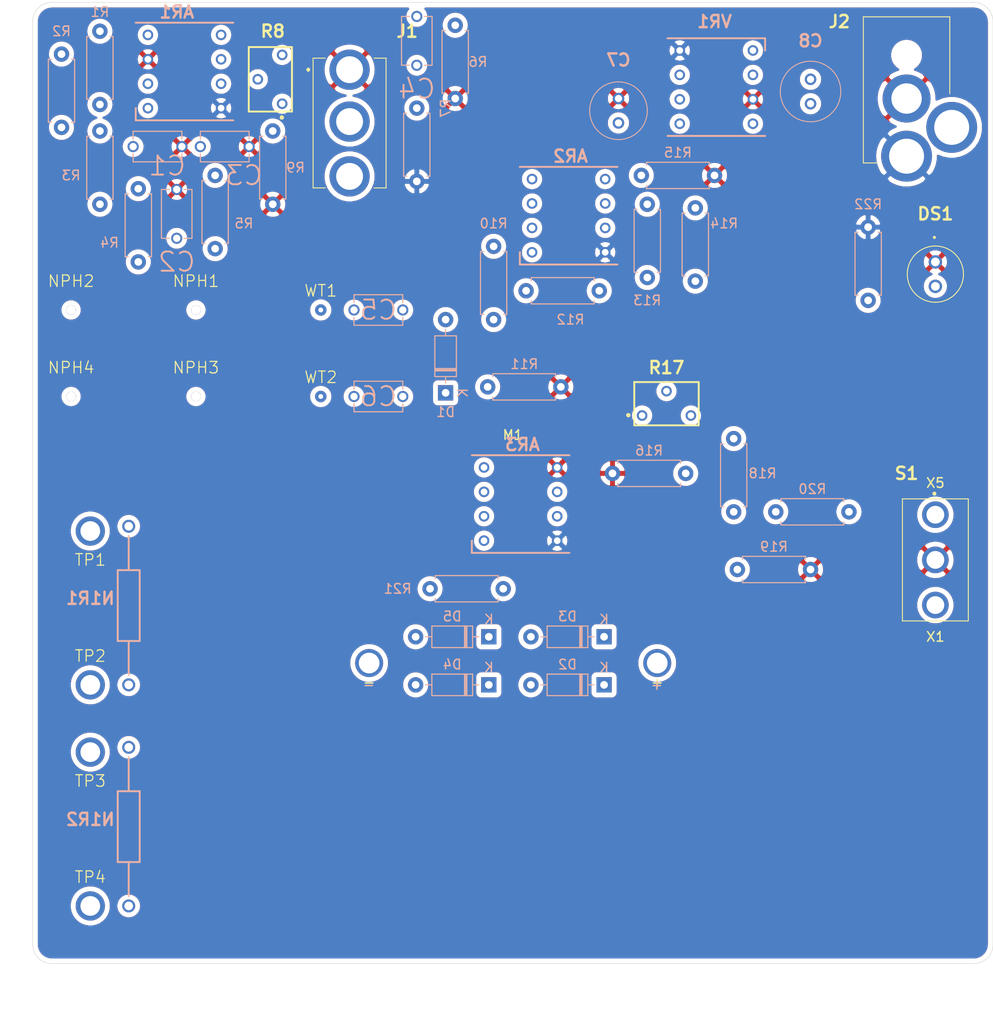
<source format=kicad_pcb>
(kicad_pcb (version 20171130) (host pcbnew 5.1.3-ffb9f22~84~ubuntu18.04.1)

  (general
    (thickness 1.6)
    (drawings 10)
    (tracks 0)
    (zones 0)
    (modules 56)
    (nets 44)
  )

  (page A)
  (title_block
    (title "ESR Meter PCB")
    (date 2019-07-25)
    (rev -)
    (company "Marilla elek, 8440 Marilla Rd, Copemish, MI 49625-9747 USA")
  )

  (layers
    (0 F.Cu mixed)
    (31 B.Cu mixed)
    (36 B.SilkS user)
    (37 F.SilkS user)
    (38 B.Mask user)
    (39 F.Mask user)
    (40 Dwgs.User user)
    (41 Cmts.User user)
    (42 Eco1.User user)
    (43 Eco2.User user)
    (44 Edge.Cuts user)
    (45 Margin user)
    (46 B.CrtYd user)
    (47 F.CrtYd user)
    (48 B.Fab user)
    (49 F.Fab user)
  )

  (setup
    (last_trace_width 0.25)
    (trace_clearance 0.2)
    (zone_clearance 0.508)
    (zone_45_only no)
    (trace_min 0.2)
    (via_size 0.8)
    (via_drill 0.4)
    (via_min_size 0.4)
    (via_min_drill 0.3)
    (uvia_size 0.3)
    (uvia_drill 0.1)
    (uvias_allowed no)
    (uvia_min_size 0.2)
    (uvia_min_drill 0.1)
    (edge_width 0.05)
    (segment_width 0.2)
    (pcb_text_width 0.3)
    (pcb_text_size 1.5 1.5)
    (mod_edge_width 0.12)
    (mod_text_size 1 1)
    (mod_text_width 0.15)
    (pad_size 1.524 1.524)
    (pad_drill 0.762)
    (pad_to_mask_clearance 0.051)
    (solder_mask_min_width 0.25)
    (aux_axis_origin 0 0)
    (visible_elements FFFFFF7F)
    (pcbplotparams
      (layerselection 0x010fc_ffffffff)
      (usegerberextensions false)
      (usegerberattributes false)
      (usegerberadvancedattributes false)
      (creategerberjobfile false)
      (excludeedgelayer true)
      (linewidth 0.100000)
      (plotframeref false)
      (viasonmask false)
      (mode 1)
      (useauxorigin false)
      (hpglpennumber 1)
      (hpglpenspeed 20)
      (hpglpendiameter 15.000000)
      (psnegative false)
      (psa4output false)
      (plotreference true)
      (plotvalue true)
      (plotinvisibletext false)
      (padsonsilk false)
      (subtractmaskfromsilk false)
      (outputformat 1)
      (mirror false)
      (drillshape 1)
      (scaleselection 1)
      (outputdirectory ""))
  )

  (net 0 "")
  (net 1 +5V)
  (net 2 "Net-(AR1-Pad7)")
  (net 3 "Net-(AR1-Pad6)")
  (net 4 "Net-(AR1-Pad5)")
  (net 5 -5V)
  (net 6 GNDPWR)
  (net 7 "Net-(AR1-Pad2)")
  (net 8 "Net-(AR1-Pad1)")
  (net 9 "Net-(AR2-Pad1)")
  (net 10 "Net-(AR2-Pad2)")
  (net 11 "Net-(AR2-Pad5)")
  (net 12 "Net-(AR2-Pad6)")
  (net 13 "Net-(AR2-Pad7)")
  (net 14 "Net-(AR3-Pad6)")
  (net 15 "Net-(AR3-Pad2)")
  (net 16 "Net-(AR3-Pad1)")
  (net 17 "Net-(C1-Pad1)")
  (net 18 "Net-(C2-Pad1)")
  (net 19 "Net-(C3-Pad1)")
  (net 20 "Net-(C4-Pad1)")
  (net 21 "Net-(C5-Pad1)")
  (net 22 "Net-(C5-Pad2)")
  (net 23 "Net-(C6-Pad2)")
  (net 24 "Net-(C8-Pad1)")
  (net 25 "Net-(C8-Pad2)")
  (net 26 "Net-(D2-Pad1)")
  (net 27 "Net-(D2-Pad2)")
  (net 28 "Net-(D3-Pad2)")
  (net 29 "Net-(D4-Pad2)")
  (net 30 "Net-(DS1-Pad2)")
  (net 31 "Net-(J2-Pad3)")
  (net 32 "Net-(N1R1-Pad1)")
  (net 33 "Net-(N1R1-Pad2)")
  (net 34 "Net-(N1R2-Pad2)")
  (net 35 "Net-(N1R2-Pad1)")
  (net 36 "Net-(R8-Pad1)")
  (net 37 "Net-(R16-Pad1)")
  (net 38 "Net-(R17-Pad3)")
  (net 39 "Net-(R20-Pad1)")
  (net 40 "Net-(S1-Pad3)")
  (net 41 "Net-(VR1-Pad1)")
  (net 42 "Net-(VR1-Pad6)")
  (net 43 "Net-(VR1-Pad7)")

  (net_class Default "This is the default net class."
    (clearance 0.2)
    (trace_width 0.25)
    (via_dia 0.8)
    (via_drill 0.4)
    (uvia_dia 0.3)
    (uvia_drill 0.1)
    (add_net +5V)
    (add_net -5V)
    (add_net GNDPWR)
    (add_net "Net-(AR1-Pad1)")
    (add_net "Net-(AR1-Pad2)")
    (add_net "Net-(AR1-Pad5)")
    (add_net "Net-(AR1-Pad6)")
    (add_net "Net-(AR1-Pad7)")
    (add_net "Net-(AR2-Pad1)")
    (add_net "Net-(AR2-Pad2)")
    (add_net "Net-(AR2-Pad5)")
    (add_net "Net-(AR2-Pad6)")
    (add_net "Net-(AR2-Pad7)")
    (add_net "Net-(AR3-Pad1)")
    (add_net "Net-(AR3-Pad2)")
    (add_net "Net-(AR3-Pad6)")
    (add_net "Net-(C1-Pad1)")
    (add_net "Net-(C2-Pad1)")
    (add_net "Net-(C3-Pad1)")
    (add_net "Net-(C4-Pad1)")
    (add_net "Net-(C5-Pad1)")
    (add_net "Net-(C5-Pad2)")
    (add_net "Net-(C6-Pad2)")
    (add_net "Net-(C8-Pad1)")
    (add_net "Net-(C8-Pad2)")
    (add_net "Net-(D2-Pad1)")
    (add_net "Net-(D2-Pad2)")
    (add_net "Net-(D3-Pad2)")
    (add_net "Net-(D4-Pad2)")
    (add_net "Net-(DS1-Pad2)")
    (add_net "Net-(J2-Pad3)")
    (add_net "Net-(N1R1-Pad1)")
    (add_net "Net-(N1R1-Pad2)")
    (add_net "Net-(N1R2-Pad1)")
    (add_net "Net-(N1R2-Pad2)")
    (add_net "Net-(R16-Pad1)")
    (add_net "Net-(R17-Pad3)")
    (add_net "Net-(R20-Pad1)")
    (add_net "Net-(R8-Pad1)")
    (add_net "Net-(S1-Pad3)")
    (add_net "Net-(VR1-Pad1)")
    (add_net "Net-(VR1-Pad6)")
    (add_net "Net-(VR1-Pad7)")
  )

  (module Non-plated_holes:MTGNPH300Z400 (layer F.Cu) (tedit 0) (tstamp 5D3A822A)
    (at 89 72)
    (descr "Mounting Hole, Non-Plated; 0.00 mm Clearance, 3.00 mm Hole")
    (path /5D23196A)
    (fp_text reference NPH2 (at 0 -3) (layer F.SilkS)
      (effects (font (size 1.2 1.2) (thickness 0.12)))
    )
    (fp_text value Non_plated_hole (at 0 0) (layer F.Fab)
      (effects (font (size 1.2 1.2) (thickness 0.12)))
    )
    (fp_text user %R (at 0 0) (layer F.Fab)
      (effects (font (size 0.5 0.5) (thickness 0.05)))
    )
    (fp_circle (center 0 0) (end 0 0.44) (layer F.Fab) (width 0.12))
    (fp_circle (center 0 0) (end 0 0.44) (layer B.Fab) (width 0.12))
    (fp_circle (center 0 0) (end 0 1.44) (layer F.Fab) (width 0.12))
    (fp_circle (center 0 0) (end 0 1.44) (layer B.Fab) (width 0.12))
    (fp_circle (center 0 0) (end 0 2.2) (layer F.CrtYd) (width 0.05))
    (fp_circle (center 0 0) (end 0 0.25) (layer F.CrtYd) (width 0.05))
    (fp_line (start 0.35 0) (end -0.35 0) (layer F.CrtYd) (width 0.05))
    (fp_line (start 0 -0.35) (end 0 0.35) (layer F.CrtYd) (width 0.05))
    (pad 1 thru_hole circle (at 0 0) (size 1 1) (drill 3) (layers *.Cu *.Mask))
  )

  (module footprints:Meter-DH-670_1_mA locked (layer F.Cu) (tedit 5D3F8BF4) (tstamp 5D3FE6CC)
    (at 135.036938 116.230585)
    (path /5D2FAA8B)
    (fp_text reference M1 (at -0.036938 -31.230585) (layer F.SilkS)
      (effects (font (size 1 1) (thickness 0.15)))
    )
    (fp_text value "0..1 mA DC" (at -0.036938 4.469415) (layer F.Fab) hide
      (effects (font (size 1 1) (thickness 0.15)))
    )
    (fp_line (start 35 30) (end 35 -30) (layer F.Fab) (width 0.12))
    (fp_line (start -35 30) (end 35 30) (layer F.Fab) (width 0.12))
    (fp_line (start -35 -30) (end -35 30) (layer F.Fab) (width 0.12))
    (fp_line (start 35 -30) (end -35 -30) (layer F.Fab) (width 0.12))
    (fp_text user - (at -15.036938 -5.230585) (layer B.SilkS)
      (effects (font (size 1 1) (thickness 0.15)) (justify mirror))
    )
    (fp_text user + (at 14.963062 -5.230585) (layer B.SilkS)
      (effects (font (size 1 1) (thickness 0.15)) (justify mirror))
    )
    (fp_circle (center 0 0) (end 26 0) (layer F.Fab) (width 0.12))
    (fp_text user - (at -15 -5.5) (layer F.SilkS)
      (effects (font (size 1 1) (thickness 0.15)))
    )
    (fp_text user + (at 15 -5.5) (layer F.SilkS)
      (effects (font (size 1 1) (thickness 0.15)))
    )
    (pad 1 thru_hole circle (at -15 -7.5) (size 2.92 2.92) (drill 2.15) (layers *.Cu *.Mask)
      (net 29 "Net-(D4-Pad2)"))
    (pad 2 thru_hole circle (at 15 -7.5) (size 2.92 2.92) (drill 2.15) (layers *.Cu *.Mask)
      (net 26 "Net-(D2-Pad1)"))
  )

  (module SamacSys_Parts:PV37W (layer F.Cu) (tedit 0) (tstamp 5D3A7DC5)
    (at 151 84)
    (descr PV37W)
    (tags Resistor)
    (path /5D28B3A5)
    (fp_text reference R17 (at 0 -6) (layer F.SilkS)
      (effects (font (size 1.27 1.27) (thickness 0.254)))
    )
    (fp_text value "10 kΩ" (at -0.42 -1.474) (layer F.SilkS) hide
      (effects (font (size 1.27 1.27) (thickness 0.254)))
    )
    (fp_circle (center -3.973 -1.056) (end -3.973 -1.03) (layer F.SilkS) (width 0.2))
    (fp_line (start 3.355 0) (end -3.355 0) (layer F.SilkS) (width 0.2))
    (fp_line (start 3.355 -4.5) (end 3.355 0) (layer F.SilkS) (width 0.2))
    (fp_line (start -3.355 -4.5) (end 3.355 -4.5) (layer F.SilkS) (width 0.2))
    (fp_line (start -3.355 0) (end -3.355 -4.5) (layer F.SilkS) (width 0.2))
    (fp_line (start -3.355 0) (end -3.355 -4.5) (layer F.Fab) (width 0.2))
    (fp_line (start 3.355 0) (end -3.355 0) (layer F.Fab) (width 0.2))
    (fp_line (start 3.355 -4.5) (end 3.355 0) (layer F.Fab) (width 0.2))
    (fp_line (start -3.355 -4.5) (end 3.355 -4.5) (layer F.Fab) (width 0.2))
    (fp_text user %R (at -0.42 -1.474) (layer F.Fab)
      (effects (font (size 1.27 1.27) (thickness 0.254)))
    )
    (pad 3 thru_hole circle (at 2.54 -1.02) (size 1.1 1.1) (drill 0.69) (layers *.Cu *.Mask)
      (net 38 "Net-(R17-Pad3)"))
    (pad 2 thru_hole circle (at 0 -3.56) (size 1.1 1.1) (drill 0.69) (layers *.Cu *.Mask)
      (net 15 "Net-(AR3-Pad2)"))
    (pad 1 thru_hole circle (at -2.54 -1.02) (size 1.1 1.1) (drill 0.69) (layers *.Cu *.Mask)
      (net 37 "Net-(R16-Pad1)"))
  )

  (module SamacSys_Parts:PV37W (layer F.Cu) (tedit 0) (tstamp 5D3FF5B9)
    (at 112 48 90)
    (descr PV37W)
    (tags Resistor)
    (path /5D22920E)
    (fp_text reference R8 (at 5 -2 180) (layer F.SilkS)
      (effects (font (size 1.27 1.27) (thickness 0.254)))
    )
    (fp_text value "10 kΩ" (at -0.42 -1.474 90) (layer F.SilkS) hide
      (effects (font (size 1.27 1.27) (thickness 0.254)))
    )
    (fp_circle (center -3.973 -1.056) (end -3.973 -1.03) (layer F.SilkS) (width 0.2))
    (fp_line (start 3.355 0) (end -3.355 0) (layer F.SilkS) (width 0.2))
    (fp_line (start 3.355 -4.5) (end 3.355 0) (layer F.SilkS) (width 0.2))
    (fp_line (start -3.355 -4.5) (end 3.355 -4.5) (layer F.SilkS) (width 0.2))
    (fp_line (start -3.355 0) (end -3.355 -4.5) (layer F.SilkS) (width 0.2))
    (fp_line (start -3.355 0) (end -3.355 -4.5) (layer F.Fab) (width 0.2))
    (fp_line (start 3.355 0) (end -3.355 0) (layer F.Fab) (width 0.2))
    (fp_line (start 3.355 -4.5) (end 3.355 0) (layer F.Fab) (width 0.2))
    (fp_line (start -3.355 -4.5) (end 3.355 -4.5) (layer F.Fab) (width 0.2))
    (fp_text user %R (at 0 -1 180) (layer F.Fab)
      (effects (font (size 1.27 1.27) (thickness 0.254)))
    )
    (pad 3 thru_hole circle (at 2.54 -1.02 90) (size 1.1 1.1) (drill 0.69) (layers *.Cu *.Mask)
      (net 2 "Net-(AR1-Pad7)"))
    (pad 2 thru_hole circle (at 0 -3.56 90) (size 1.1 1.1) (drill 0.69) (layers *.Cu *.Mask)
      (net 3 "Net-(AR1-Pad6)"))
    (pad 1 thru_hole circle (at -2.54 -1.02 90) (size 1.1 1.1) (drill 0.69) (layers *.Cu *.Mask)
      (net 36 "Net-(R8-Pad1)"))
  )

  (module SamacSys_Parts:DIPS762W51P254L1016H419Q8N (layer B.Cu) (tedit 5D1E7298) (tstamp 5D3FF31B)
    (at 97 51)
    (descr 110-99-308-41-001000)
    (tags Connector)
    (path /5D1BE81F)
    (fp_text reference AR1 (at 3 -10) (layer B.SilkS)
      (effects (font (size 1.27 1.27) (thickness 0.254)) (justify mirror))
    )
    (fp_text value TL082 (at 0 0) (layer B.SilkS) hide
      (effects (font (size 1.27 1.27) (thickness 0.254)) (justify mirror))
    )
    (fp_line (start -1.27 1.27) (end -1.27 0) (layer B.SilkS) (width 0.2))
    (fp_line (start 8.89 1.27) (end -1.27 1.27) (layer B.SilkS) (width 0.2))
    (fp_line (start -1.27 -8.89) (end 8.89 -8.89) (layer B.SilkS) (width 0.2))
    (fp_line (start -1.27 0) (end 0 1.27) (layer B.Fab) (width 0.1))
    (fp_line (start -1.27 -8.89) (end -1.27 1.27) (layer B.Fab) (width 0.1))
    (fp_line (start 8.89 -8.89) (end -1.27 -8.89) (layer B.Fab) (width 0.1))
    (fp_line (start 8.89 1.27) (end 8.89 -8.89) (layer B.Fab) (width 0.1))
    (fp_line (start -1.27 1.27) (end 8.89 1.27) (layer B.Fab) (width 0.1))
    (fp_line (start -1.52 -9.14) (end -1.52 1.52) (layer B.CrtYd) (width 0.05))
    (fp_line (start 9.14 -9.14) (end -1.52 -9.14) (layer B.CrtYd) (width 0.05))
    (fp_line (start 9.14 1.52) (end 9.14 -9.14) (layer B.CrtYd) (width 0.05))
    (fp_line (start -1.52 1.52) (end 9.14 1.52) (layer B.CrtYd) (width 0.05))
    (fp_text user %R (at 4 -3) (layer B.Fab)
      (effects (font (size 1.27 1.27) (thickness 0.254)) (justify mirror))
    )
    (pad 8 thru_hole circle (at 7.62 0) (size 1.1 1.1) (drill 0.7) (layers *.Cu *.Mask)
      (net 1 +5V))
    (pad 7 thru_hole circle (at 7.62 -2.54) (size 1.1 1.1) (drill 0.7) (layers *.Cu *.Mask)
      (net 2 "Net-(AR1-Pad7)"))
    (pad 6 thru_hole circle (at 7.62 -5.08) (size 1.1 1.1) (drill 0.7) (layers *.Cu *.Mask)
      (net 3 "Net-(AR1-Pad6)"))
    (pad 5 thru_hole circle (at 7.62 -7.62) (size 1.1 1.1) (drill 0.7) (layers *.Cu *.Mask)
      (net 4 "Net-(AR1-Pad5)"))
    (pad 4 thru_hole circle (at 0 -7.62) (size 1.1 1.1) (drill 0.7) (layers *.Cu *.Mask)
      (net 5 -5V))
    (pad 3 thru_hole circle (at 0 -5.08) (size 1.1 1.1) (drill 0.7) (layers *.Cu *.Mask)
      (net 6 GNDPWR))
    (pad 2 thru_hole circle (at 0 -2.54) (size 1.1 1.1) (drill 0.7) (layers *.Cu *.Mask)
      (net 7 "Net-(AR1-Pad2)"))
    (pad 1 thru_hole circle (at 0 0) (size 1.1 1.1) (drill 0.7) (layers *.Cu *.Mask)
      (net 8 "Net-(AR1-Pad1)"))
  )

  (module SamacSys_Parts:DIPS762W51P254L1016H419Q8N (layer B.Cu) (tedit 5D1E7298) (tstamp 5D3A825C)
    (at 137 66)
    (descr 110-99-308-41-001000)
    (tags Connector)
    (path /5D23CC0A)
    (fp_text reference AR2 (at 4 -10) (layer B.SilkS)
      (effects (font (size 1.27 1.27) (thickness 0.254)) (justify mirror))
    )
    (fp_text value TL082 (at 0 0) (layer B.SilkS) hide
      (effects (font (size 1.27 1.27) (thickness 0.254)) (justify mirror))
    )
    (fp_text user %R (at 4 -3) (layer B.Fab)
      (effects (font (size 1.27 1.27) (thickness 0.254)) (justify mirror))
    )
    (fp_line (start -1.52 1.52) (end 9.14 1.52) (layer B.CrtYd) (width 0.05))
    (fp_line (start 9.14 1.52) (end 9.14 -9.14) (layer B.CrtYd) (width 0.05))
    (fp_line (start 9.14 -9.14) (end -1.52 -9.14) (layer B.CrtYd) (width 0.05))
    (fp_line (start -1.52 -9.14) (end -1.52 1.52) (layer B.CrtYd) (width 0.05))
    (fp_line (start -1.27 1.27) (end 8.89 1.27) (layer B.Fab) (width 0.1))
    (fp_line (start 8.89 1.27) (end 8.89 -8.89) (layer B.Fab) (width 0.1))
    (fp_line (start 8.89 -8.89) (end -1.27 -8.89) (layer B.Fab) (width 0.1))
    (fp_line (start -1.27 -8.89) (end -1.27 1.27) (layer B.Fab) (width 0.1))
    (fp_line (start -1.27 0) (end 0 1.27) (layer B.Fab) (width 0.1))
    (fp_line (start -1.27 -8.89) (end 8.89 -8.89) (layer B.SilkS) (width 0.2))
    (fp_line (start 8.89 1.27) (end -1.27 1.27) (layer B.SilkS) (width 0.2))
    (fp_line (start -1.27 1.27) (end -1.27 0) (layer B.SilkS) (width 0.2))
    (pad 1 thru_hole circle (at 0 0) (size 1.1 1.1) (drill 0.7) (layers *.Cu *.Mask)
      (net 9 "Net-(AR2-Pad1)"))
    (pad 2 thru_hole circle (at 0 -2.54) (size 1.1 1.1) (drill 0.7) (layers *.Cu *.Mask)
      (net 10 "Net-(AR2-Pad2)"))
    (pad 3 thru_hole circle (at 0 -5.08) (size 1.1 1.1) (drill 0.7) (layers *.Cu *.Mask)
      (net 2 "Net-(AR1-Pad7)"))
    (pad 4 thru_hole circle (at 0 -7.62) (size 1.1 1.1) (drill 0.7) (layers *.Cu *.Mask)
      (net 5 -5V))
    (pad 5 thru_hole circle (at 7.62 -7.62) (size 1.1 1.1) (drill 0.7) (layers *.Cu *.Mask)
      (net 11 "Net-(AR2-Pad5)"))
    (pad 6 thru_hole circle (at 7.62 -5.08) (size 1.1 1.1) (drill 0.7) (layers *.Cu *.Mask)
      (net 12 "Net-(AR2-Pad6)"))
    (pad 7 thru_hole circle (at 7.62 -2.54) (size 1.1 1.1) (drill 0.7) (layers *.Cu *.Mask)
      (net 13 "Net-(AR2-Pad7)"))
    (pad 8 thru_hole circle (at 7.62 0) (size 1.1 1.1) (drill 0.7) (layers *.Cu *.Mask)
      (net 1 +5V))
  )

  (module SamacSys_Parts:DIPS762W51P254L1016H419Q8N (layer B.Cu) (tedit 5D1E7298) (tstamp 5D404926)
    (at 132 96)
    (descr 110-99-308-41-001000)
    (tags Connector)
    (path /5D25C7DC)
    (fp_text reference AR3 (at 4 -10) (layer B.SilkS)
      (effects (font (size 1.27 1.27) (thickness 0.254)) (justify mirror))
    )
    (fp_text value TL082 (at 0 0) (layer B.SilkS) hide
      (effects (font (size 1.27 1.27) (thickness 0.254)) (justify mirror))
    )
    (fp_line (start -1.27 1.27) (end -1.27 0) (layer B.SilkS) (width 0.2))
    (fp_line (start 8.89 1.27) (end -1.27 1.27) (layer B.SilkS) (width 0.2))
    (fp_line (start -1.27 -8.89) (end 8.89 -8.89) (layer B.SilkS) (width 0.2))
    (fp_line (start -1.27 0) (end 0 1.27) (layer B.Fab) (width 0.1))
    (fp_line (start -1.27 -8.89) (end -1.27 1.27) (layer B.Fab) (width 0.1))
    (fp_line (start 8.89 -8.89) (end -1.27 -8.89) (layer B.Fab) (width 0.1))
    (fp_line (start 8.89 1.27) (end 8.89 -8.89) (layer B.Fab) (width 0.1))
    (fp_line (start -1.27 1.27) (end 8.89 1.27) (layer B.Fab) (width 0.1))
    (fp_line (start -1.52 -9.14) (end -1.52 1.52) (layer B.CrtYd) (width 0.05))
    (fp_line (start 9.14 -9.14) (end -1.52 -9.14) (layer B.CrtYd) (width 0.05))
    (fp_line (start 9.14 1.52) (end 9.14 -9.14) (layer B.CrtYd) (width 0.05))
    (fp_line (start -1.52 1.52) (end 9.14 1.52) (layer B.CrtYd) (width 0.05))
    (fp_text user %R (at 4 -3) (layer B.Fab)
      (effects (font (size 1.27 1.27) (thickness 0.254)) (justify mirror))
    )
    (pad 8 thru_hole circle (at 7.62 0) (size 1.1 1.1) (drill 0.7) (layers *.Cu *.Mask)
      (net 1 +5V))
    (pad 7 thru_hole circle (at 7.62 -2.54) (size 1.1 1.1) (drill 0.7) (layers *.Cu *.Mask)
      (net 14 "Net-(AR3-Pad6)"))
    (pad 6 thru_hole circle (at 7.62 -5.08) (size 1.1 1.1) (drill 0.7) (layers *.Cu *.Mask)
      (net 14 "Net-(AR3-Pad6)"))
    (pad 5 thru_hole circle (at 7.62 -7.62) (size 1.1 1.1) (drill 0.7) (layers *.Cu *.Mask)
      (net 6 GNDPWR))
    (pad 4 thru_hole circle (at 0 -7.62) (size 1.1 1.1) (drill 0.7) (layers *.Cu *.Mask)
      (net 5 -5V))
    (pad 3 thru_hole circle (at 0 -5.08) (size 1.1 1.1) (drill 0.7) (layers *.Cu *.Mask)
      (net 13 "Net-(AR2-Pad7)"))
    (pad 2 thru_hole circle (at 0 -2.54) (size 1.1 1.1) (drill 0.7) (layers *.Cu *.Mask)
      (net 15 "Net-(AR3-Pad2)"))
    (pad 1 thru_hole circle (at 0 0) (size 1.1 1.1) (drill 0.7) (layers *.Cu *.Mask)
      (net 16 "Net-(AR3-Pad1)"))
  )

  (module footprints:CAP_AVX_SR21 (layer B.Cu) (tedit 5BEC3D0C) (tstamp 5D3FF4E1)
    (at 98 55)
    (descr "Capacitor, Radial (Dipped, Rectangular); 5.08 mm C X 0.508 mm W 5.08 mm L X 3.175 mm T X 5.08 mm H body")
    (path /5D1DD3A1)
    (fp_text reference C1 (at 0 0) (layer B.Fab)
      (effects (font (size 1.2 1.2) (thickness 0.12)) (justify mirror))
    )
    (fp_text value "1 nF" (at 0 0) (layer B.Fab)
      (effects (font (size 1.2 1.2) (thickness 0.12)) (justify mirror))
    )
    (fp_text user %R (at 1 2) (layer B.SilkS)
      (effects (font (size 2 2) (thickness 0.2)) (justify mirror))
    )
    (fp_circle (center -2.54 0) (end -2.54 -0.279) (layer Dwgs.User) (width 0.025))
    (fp_circle (center 2.54 0) (end 2.54 -0.279) (layer Dwgs.User) (width 0.025))
    (fp_line (start -2.54 -1.5875) (end -2.54 1.5875) (layer Dwgs.User) (width 0.025))
    (fp_line (start -2.54 1.5875) (end 2.54 1.5875) (layer Dwgs.User) (width 0.025))
    (fp_line (start 2.54 1.5875) (end 2.54 -1.5875) (layer Dwgs.User) (width 0.025))
    (fp_line (start 2.54 -1.5875) (end -2.54 -1.5875) (layer Dwgs.User) (width 0.025))
    (fp_line (start -2.54 -1.59) (end -2.54 1.59) (layer B.Fab) (width 0.12))
    (fp_line (start -2.54 1.59) (end 2.54 1.59) (layer B.Fab) (width 0.12))
    (fp_line (start 2.54 1.59) (end 2.54 -1.59) (layer B.Fab) (width 0.12))
    (fp_line (start 2.54 -1.59) (end -2.54 -1.59) (layer B.Fab) (width 0.12))
    (fp_line (start -2.54 0.76) (end -2.54 1.59) (layer B.SilkS) (width 0.12))
    (fp_line (start 2.54 -0.76) (end 2.54 -1.59) (layer B.SilkS) (width 0.12))
    (fp_line (start -2.79 -1.84) (end 2.79 -1.84) (layer B.CrtYd) (width 0.05))
    (fp_line (start 2.79 -1.84) (end 2.79 -0.83) (layer B.CrtYd) (width 0.05))
    (fp_line (start 2.79 -0.83) (end 3.37 -0.83) (layer B.CrtYd) (width 0.05))
    (fp_line (start 3.37 -0.83) (end 3.37 0.83) (layer B.CrtYd) (width 0.05))
    (fp_line (start 3.37 0.83) (end 2.79 0.83) (layer B.CrtYd) (width 0.05))
    (fp_line (start 2.79 0.83) (end 2.79 1.84) (layer B.CrtYd) (width 0.05))
    (fp_line (start 2.79 1.84) (end -2.79 1.84) (layer B.CrtYd) (width 0.05))
    (fp_line (start -2.79 1.84) (end -2.79 0.83) (layer B.CrtYd) (width 0.05))
    (fp_line (start -2.79 0.83) (end -3.37 0.83) (layer B.CrtYd) (width 0.05))
    (fp_line (start -3.37 0.83) (end -3.37 -0.83) (layer B.CrtYd) (width 0.05))
    (fp_line (start -3.37 -0.83) (end -2.79 -0.83) (layer B.CrtYd) (width 0.05))
    (fp_line (start -2.79 -0.83) (end -2.79 -1.84) (layer B.CrtYd) (width 0.05))
    (fp_line (start 2.54 -1.59) (end -2.54 -1.59) (layer B.SilkS) (width 0.12))
    (fp_line (start -2.54 -1.59) (end -2.54 -0.76) (layer B.SilkS) (width 0.12))
    (fp_line (start -2.54 1.59) (end 2.54 1.59) (layer B.SilkS) (width 0.12))
    (fp_line (start 2.54 1.59) (end 2.54 0.76) (layer B.SilkS) (width 0.12))
    (pad 1 thru_hole circle (at -2.54 0) (size 1.16 1.16) (drill 0.76) (layers *.Cu *.Mask B.Paste)
      (net 17 "Net-(C1-Pad1)"))
    (pad 2 thru_hole circle (at 2.54 0) (size 1.16 1.16) (drill 0.76) (layers *.Cu *.Mask B.Paste)
      (net 6 GNDPWR))
  )

  (module footprints:CAP_AVX_SR21 (layer B.Cu) (tedit 5BEC3D0C) (tstamp 5D3FF47B)
    (at 100 62 90)
    (descr "Capacitor, Radial (Dipped, Rectangular); 5.08 mm C X 0.508 mm W 5.08 mm L X 3.175 mm T X 5.08 mm H body")
    (path /5D1F31BB)
    (fp_text reference C2 (at 0 0 270) (layer B.Fab)
      (effects (font (size 1.2 1.2) (thickness 0.12)) (justify mirror))
    )
    (fp_text value "1 nF" (at 0 0 270) (layer B.Fab)
      (effects (font (size 1.2 1.2) (thickness 0.12)) (justify mirror))
    )
    (fp_text user %R (at -5 0 180) (layer B.SilkS)
      (effects (font (size 2 2) (thickness 0.2)) (justify mirror))
    )
    (fp_circle (center -2.54 0) (end -2.54 -0.279) (layer Dwgs.User) (width 0.025))
    (fp_circle (center 2.54 0) (end 2.54 -0.279) (layer Dwgs.User) (width 0.025))
    (fp_line (start -2.54 -1.5875) (end -2.54 1.5875) (layer Dwgs.User) (width 0.025))
    (fp_line (start -2.54 1.5875) (end 2.54 1.5875) (layer Dwgs.User) (width 0.025))
    (fp_line (start 2.54 1.5875) (end 2.54 -1.5875) (layer Dwgs.User) (width 0.025))
    (fp_line (start 2.54 -1.5875) (end -2.54 -1.5875) (layer Dwgs.User) (width 0.025))
    (fp_line (start -2.54 -1.59) (end -2.54 1.59) (layer B.Fab) (width 0.12))
    (fp_line (start -2.54 1.59) (end 2.54 1.59) (layer B.Fab) (width 0.12))
    (fp_line (start 2.54 1.59) (end 2.54 -1.59) (layer B.Fab) (width 0.12))
    (fp_line (start 2.54 -1.59) (end -2.54 -1.59) (layer B.Fab) (width 0.12))
    (fp_line (start -2.54 0.76) (end -2.54 1.59) (layer B.SilkS) (width 0.12))
    (fp_line (start 2.54 -0.76) (end 2.54 -1.59) (layer B.SilkS) (width 0.12))
    (fp_line (start -2.79 -1.84) (end 2.79 -1.84) (layer B.CrtYd) (width 0.05))
    (fp_line (start 2.79 -1.84) (end 2.79 -0.83) (layer B.CrtYd) (width 0.05))
    (fp_line (start 2.79 -0.83) (end 3.37 -0.83) (layer B.CrtYd) (width 0.05))
    (fp_line (start 3.37 -0.83) (end 3.37 0.83) (layer B.CrtYd) (width 0.05))
    (fp_line (start 3.37 0.83) (end 2.79 0.83) (layer B.CrtYd) (width 0.05))
    (fp_line (start 2.79 0.83) (end 2.79 1.84) (layer B.CrtYd) (width 0.05))
    (fp_line (start 2.79 1.84) (end -2.79 1.84) (layer B.CrtYd) (width 0.05))
    (fp_line (start -2.79 1.84) (end -2.79 0.83) (layer B.CrtYd) (width 0.05))
    (fp_line (start -2.79 0.83) (end -3.37 0.83) (layer B.CrtYd) (width 0.05))
    (fp_line (start -3.37 0.83) (end -3.37 -0.83) (layer B.CrtYd) (width 0.05))
    (fp_line (start -3.37 -0.83) (end -2.79 -0.83) (layer B.CrtYd) (width 0.05))
    (fp_line (start -2.79 -0.83) (end -2.79 -1.84) (layer B.CrtYd) (width 0.05))
    (fp_line (start 2.54 -1.59) (end -2.54 -1.59) (layer B.SilkS) (width 0.12))
    (fp_line (start -2.54 -1.59) (end -2.54 -0.76) (layer B.SilkS) (width 0.12))
    (fp_line (start -2.54 1.59) (end 2.54 1.59) (layer B.SilkS) (width 0.12))
    (fp_line (start 2.54 1.59) (end 2.54 0.76) (layer B.SilkS) (width 0.12))
    (pad 1 thru_hole circle (at -2.54 0 90) (size 1.16 1.16) (drill 0.76) (layers *.Cu *.Mask B.Paste)
      (net 18 "Net-(C2-Pad1)"))
    (pad 2 thru_hole circle (at 2.54 0 90) (size 1.16 1.16) (drill 0.76) (layers *.Cu *.Mask B.Paste)
      (net 6 GNDPWR))
  )

  (module footprints:CAP_AVX_SR21 (layer B.Cu) (tedit 5BEC3D0C) (tstamp 5D403CB0)
    (at 105 55)
    (descr "Capacitor, Radial (Dipped, Rectangular); 5.08 mm C X 0.508 mm W 5.08 mm L X 3.175 mm T X 5.08 mm H body")
    (path /5D20403C)
    (fp_text reference C3 (at 0 0) (layer B.Fab)
      (effects (font (size 1.2 1.2) (thickness 0.12)) (justify mirror))
    )
    (fp_text value "1 nF" (at 0 0) (layer B.Fab)
      (effects (font (size 1.2 1.2) (thickness 0.12)) (justify mirror))
    )
    (fp_line (start 2.54 1.59) (end 2.54 0.76) (layer B.SilkS) (width 0.12))
    (fp_line (start -2.54 1.59) (end 2.54 1.59) (layer B.SilkS) (width 0.12))
    (fp_line (start -2.54 -1.59) (end -2.54 -0.76) (layer B.SilkS) (width 0.12))
    (fp_line (start 2.54 -1.59) (end -2.54 -1.59) (layer B.SilkS) (width 0.12))
    (fp_line (start -2.79 -0.83) (end -2.79 -1.84) (layer B.CrtYd) (width 0.05))
    (fp_line (start -3.37 -0.83) (end -2.79 -0.83) (layer B.CrtYd) (width 0.05))
    (fp_line (start -3.37 0.83) (end -3.37 -0.83) (layer B.CrtYd) (width 0.05))
    (fp_line (start -2.79 0.83) (end -3.37 0.83) (layer B.CrtYd) (width 0.05))
    (fp_line (start -2.79 1.84) (end -2.79 0.83) (layer B.CrtYd) (width 0.05))
    (fp_line (start 2.79 1.84) (end -2.79 1.84) (layer B.CrtYd) (width 0.05))
    (fp_line (start 2.79 0.83) (end 2.79 1.84) (layer B.CrtYd) (width 0.05))
    (fp_line (start 3.37 0.83) (end 2.79 0.83) (layer B.CrtYd) (width 0.05))
    (fp_line (start 3.37 -0.83) (end 3.37 0.83) (layer B.CrtYd) (width 0.05))
    (fp_line (start 2.79 -0.83) (end 3.37 -0.83) (layer B.CrtYd) (width 0.05))
    (fp_line (start 2.79 -1.84) (end 2.79 -0.83) (layer B.CrtYd) (width 0.05))
    (fp_line (start -2.79 -1.84) (end 2.79 -1.84) (layer B.CrtYd) (width 0.05))
    (fp_line (start 2.54 -0.76) (end 2.54 -1.59) (layer B.SilkS) (width 0.12))
    (fp_line (start -2.54 0.76) (end -2.54 1.59) (layer B.SilkS) (width 0.12))
    (fp_line (start 2.54 -1.59) (end -2.54 -1.59) (layer B.Fab) (width 0.12))
    (fp_line (start 2.54 1.59) (end 2.54 -1.59) (layer B.Fab) (width 0.12))
    (fp_line (start -2.54 1.59) (end 2.54 1.59) (layer B.Fab) (width 0.12))
    (fp_line (start -2.54 -1.59) (end -2.54 1.59) (layer B.Fab) (width 0.12))
    (fp_line (start 2.54 -1.5875) (end -2.54 -1.5875) (layer Dwgs.User) (width 0.025))
    (fp_line (start 2.54 1.5875) (end 2.54 -1.5875) (layer Dwgs.User) (width 0.025))
    (fp_line (start -2.54 1.5875) (end 2.54 1.5875) (layer Dwgs.User) (width 0.025))
    (fp_line (start -2.54 -1.5875) (end -2.54 1.5875) (layer Dwgs.User) (width 0.025))
    (fp_circle (center 2.54 0) (end 2.54 -0.279) (layer Dwgs.User) (width 0.025))
    (fp_circle (center -2.54 0) (end -2.54 -0.279) (layer Dwgs.User) (width 0.025))
    (fp_text user %R (at 2 3) (layer B.SilkS)
      (effects (font (size 2 2) (thickness 0.2)) (justify mirror))
    )
    (pad 2 thru_hole circle (at 2.54 0) (size 1.16 1.16) (drill 0.76) (layers *.Cu *.Mask B.Paste)
      (net 6 GNDPWR))
    (pad 1 thru_hole circle (at -2.54 0) (size 1.16 1.16) (drill 0.76) (layers *.Cu *.Mask B.Paste)
      (net 19 "Net-(C3-Pad1)"))
  )

  (module footprints:CAP_AVX_SR21 (layer B.Cu) (tedit 5BEC3D0C) (tstamp 5D4043BB)
    (at 125 44 90)
    (descr "Capacitor, Radial (Dipped, Rectangular); 5.08 mm C X 0.508 mm W 5.08 mm L X 3.175 mm T X 5.08 mm H body")
    (path /5D207685)
    (fp_text reference C4 (at -5 0 180) (layer B.Fab)
      (effects (font (size 1.2 1.2) (thickness 0.12)) (justify mirror))
    )
    (fp_text value "100 nF" (at 0 0 90) (layer B.Fab)
      (effects (font (size 1.2 1.2) (thickness 0.12)) (justify mirror))
    )
    (fp_line (start 2.54 1.59) (end 2.54 0.76) (layer B.SilkS) (width 0.12))
    (fp_line (start -2.54 1.59) (end 2.54 1.59) (layer B.SilkS) (width 0.12))
    (fp_line (start -2.54 -1.59) (end -2.54 -0.76) (layer B.SilkS) (width 0.12))
    (fp_line (start 2.54 -1.59) (end -2.54 -1.59) (layer B.SilkS) (width 0.12))
    (fp_line (start -2.79 -0.83) (end -2.79 -1.84) (layer B.CrtYd) (width 0.05))
    (fp_line (start -3.37 -0.83) (end -2.79 -0.83) (layer B.CrtYd) (width 0.05))
    (fp_line (start -3.37 0.83) (end -3.37 -0.83) (layer B.CrtYd) (width 0.05))
    (fp_line (start -2.79 0.83) (end -3.37 0.83) (layer B.CrtYd) (width 0.05))
    (fp_line (start -2.79 1.84) (end -2.79 0.83) (layer B.CrtYd) (width 0.05))
    (fp_line (start 2.79 1.84) (end -2.79 1.84) (layer B.CrtYd) (width 0.05))
    (fp_line (start 2.79 0.83) (end 2.79 1.84) (layer B.CrtYd) (width 0.05))
    (fp_line (start 3.37 0.83) (end 2.79 0.83) (layer B.CrtYd) (width 0.05))
    (fp_line (start 3.37 -0.83) (end 3.37 0.83) (layer B.CrtYd) (width 0.05))
    (fp_line (start 2.79 -0.83) (end 3.37 -0.83) (layer B.CrtYd) (width 0.05))
    (fp_line (start 2.79 -1.84) (end 2.79 -0.83) (layer B.CrtYd) (width 0.05))
    (fp_line (start -2.79 -1.84) (end 2.79 -1.84) (layer B.CrtYd) (width 0.05))
    (fp_line (start 2.54 -0.76) (end 2.54 -1.59) (layer B.SilkS) (width 0.12))
    (fp_line (start -2.54 0.76) (end -2.54 1.59) (layer B.SilkS) (width 0.12))
    (fp_line (start 2.54 -1.59) (end -2.54 -1.59) (layer B.Fab) (width 0.12))
    (fp_line (start 2.54 1.59) (end 2.54 -1.59) (layer B.Fab) (width 0.12))
    (fp_line (start -2.54 1.59) (end 2.54 1.59) (layer B.Fab) (width 0.12))
    (fp_line (start -2.54 -1.59) (end -2.54 1.59) (layer B.Fab) (width 0.12))
    (fp_line (start 2.54 -1.5875) (end -2.54 -1.5875) (layer Dwgs.User) (width 0.025))
    (fp_line (start 2.54 1.5875) (end 2.54 -1.5875) (layer Dwgs.User) (width 0.025))
    (fp_line (start -2.54 1.5875) (end 2.54 1.5875) (layer Dwgs.User) (width 0.025))
    (fp_line (start -2.54 -1.5875) (end -2.54 1.5875) (layer Dwgs.User) (width 0.025))
    (fp_circle (center 2.54 0) (end 2.54 -0.279) (layer Dwgs.User) (width 0.025))
    (fp_circle (center -2.54 0) (end -2.54 -0.279) (layer Dwgs.User) (width 0.025))
    (fp_text user %R (at -5 0 180) (layer B.SilkS)
      (effects (font (size 2 2) (thickness 0.2)) (justify mirror))
    )
    (pad 2 thru_hole circle (at 2.54 0 90) (size 1.16 1.16) (drill 0.76) (layers *.Cu *.Mask B.Paste)
      (net 4 "Net-(AR1-Pad5)"))
    (pad 1 thru_hole circle (at -2.54 0 90) (size 1.16 1.16) (drill 0.76) (layers *.Cu *.Mask B.Paste)
      (net 20 "Net-(C4-Pad1)"))
  )

  (module footprints:CAP_AVX_SR21 (layer B.Cu) (tedit 5BEC3D0C) (tstamp 5D403ECF)
    (at 121 72)
    (descr "Capacitor, Radial (Dipped, Rectangular); 5.08 mm C X 0.508 mm W 5.08 mm L X 3.175 mm T X 5.08 mm H body")
    (path /5D235DDE)
    (fp_text reference C5 (at 0 -3) (layer B.Fab)
      (effects (font (size 1.2 1.2) (thickness 0.12)) (justify mirror))
    )
    (fp_text value "100 nF" (at 0 0) (layer B.Fab)
      (effects (font (size 1.2 1.2) (thickness 0.12)) (justify mirror))
    )
    (fp_text user %R (at 0 0) (layer B.SilkS)
      (effects (font (size 2 2) (thickness 0.2)) (justify mirror))
    )
    (fp_circle (center -2.54 0) (end -2.54 -0.279) (layer Dwgs.User) (width 0.025))
    (fp_circle (center 2.54 0) (end 2.54 -0.279) (layer Dwgs.User) (width 0.025))
    (fp_line (start -2.54 -1.5875) (end -2.54 1.5875) (layer Dwgs.User) (width 0.025))
    (fp_line (start -2.54 1.5875) (end 2.54 1.5875) (layer Dwgs.User) (width 0.025))
    (fp_line (start 2.54 1.5875) (end 2.54 -1.5875) (layer Dwgs.User) (width 0.025))
    (fp_line (start 2.54 -1.5875) (end -2.54 -1.5875) (layer Dwgs.User) (width 0.025))
    (fp_line (start -2.54 -1.59) (end -2.54 1.59) (layer B.Fab) (width 0.12))
    (fp_line (start -2.54 1.59) (end 2.54 1.59) (layer B.Fab) (width 0.12))
    (fp_line (start 2.54 1.59) (end 2.54 -1.59) (layer B.Fab) (width 0.12))
    (fp_line (start 2.54 -1.59) (end -2.54 -1.59) (layer B.Fab) (width 0.12))
    (fp_line (start -2.54 0.76) (end -2.54 1.59) (layer B.SilkS) (width 0.12))
    (fp_line (start 2.54 -0.76) (end 2.54 -1.59) (layer B.SilkS) (width 0.12))
    (fp_line (start -2.79 -1.84) (end 2.79 -1.84) (layer B.CrtYd) (width 0.05))
    (fp_line (start 2.79 -1.84) (end 2.79 -0.83) (layer B.CrtYd) (width 0.05))
    (fp_line (start 2.79 -0.83) (end 3.37 -0.83) (layer B.CrtYd) (width 0.05))
    (fp_line (start 3.37 -0.83) (end 3.37 0.83) (layer B.CrtYd) (width 0.05))
    (fp_line (start 3.37 0.83) (end 2.79 0.83) (layer B.CrtYd) (width 0.05))
    (fp_line (start 2.79 0.83) (end 2.79 1.84) (layer B.CrtYd) (width 0.05))
    (fp_line (start 2.79 1.84) (end -2.79 1.84) (layer B.CrtYd) (width 0.05))
    (fp_line (start -2.79 1.84) (end -2.79 0.83) (layer B.CrtYd) (width 0.05))
    (fp_line (start -2.79 0.83) (end -3.37 0.83) (layer B.CrtYd) (width 0.05))
    (fp_line (start -3.37 0.83) (end -3.37 -0.83) (layer B.CrtYd) (width 0.05))
    (fp_line (start -3.37 -0.83) (end -2.79 -0.83) (layer B.CrtYd) (width 0.05))
    (fp_line (start -2.79 -0.83) (end -2.79 -1.84) (layer B.CrtYd) (width 0.05))
    (fp_line (start 2.54 -1.59) (end -2.54 -1.59) (layer B.SilkS) (width 0.12))
    (fp_line (start -2.54 -1.59) (end -2.54 -0.76) (layer B.SilkS) (width 0.12))
    (fp_line (start -2.54 1.59) (end 2.54 1.59) (layer B.SilkS) (width 0.12))
    (fp_line (start 2.54 1.59) (end 2.54 0.76) (layer B.SilkS) (width 0.12))
    (pad 1 thru_hole circle (at -2.54 0) (size 1.16 1.16) (drill 0.76) (layers *.Cu *.Mask B.Paste)
      (net 21 "Net-(C5-Pad1)"))
    (pad 2 thru_hole circle (at 2.54 0) (size 1.16 1.16) (drill 0.76) (layers *.Cu *.Mask B.Paste)
      (net 22 "Net-(C5-Pad2)"))
  )

  (module footprints:CAP_AVX_SR21 (layer B.Cu) (tedit 5BEC3D0C) (tstamp 5D3A8458)
    (at 121 81)
    (descr "Capacitor, Radial (Dipped, Rectangular); 5.08 mm C X 0.508 mm W 5.08 mm L X 3.175 mm T X 5.08 mm H body")
    (path /5D23A190)
    (fp_text reference C6 (at 0 -3) (layer B.Fab)
      (effects (font (size 1.2 1.2) (thickness 0.12)) (justify mirror))
    )
    (fp_text value "100 nF" (at 0 0) (layer B.Fab)
      (effects (font (size 1.2 1.2) (thickness 0.12)) (justify mirror))
    )
    (fp_line (start 2.54 1.59) (end 2.54 0.76) (layer B.SilkS) (width 0.12))
    (fp_line (start -2.54 1.59) (end 2.54 1.59) (layer B.SilkS) (width 0.12))
    (fp_line (start -2.54 -1.59) (end -2.54 -0.76) (layer B.SilkS) (width 0.12))
    (fp_line (start 2.54 -1.59) (end -2.54 -1.59) (layer B.SilkS) (width 0.12))
    (fp_line (start -2.79 -0.83) (end -2.79 -1.84) (layer B.CrtYd) (width 0.05))
    (fp_line (start -3.37 -0.83) (end -2.79 -0.83) (layer B.CrtYd) (width 0.05))
    (fp_line (start -3.37 0.83) (end -3.37 -0.83) (layer B.CrtYd) (width 0.05))
    (fp_line (start -2.79 0.83) (end -3.37 0.83) (layer B.CrtYd) (width 0.05))
    (fp_line (start -2.79 1.84) (end -2.79 0.83) (layer B.CrtYd) (width 0.05))
    (fp_line (start 2.79 1.84) (end -2.79 1.84) (layer B.CrtYd) (width 0.05))
    (fp_line (start 2.79 0.83) (end 2.79 1.84) (layer B.CrtYd) (width 0.05))
    (fp_line (start 3.37 0.83) (end 2.79 0.83) (layer B.CrtYd) (width 0.05))
    (fp_line (start 3.37 -0.83) (end 3.37 0.83) (layer B.CrtYd) (width 0.05))
    (fp_line (start 2.79 -0.83) (end 3.37 -0.83) (layer B.CrtYd) (width 0.05))
    (fp_line (start 2.79 -1.84) (end 2.79 -0.83) (layer B.CrtYd) (width 0.05))
    (fp_line (start -2.79 -1.84) (end 2.79 -1.84) (layer B.CrtYd) (width 0.05))
    (fp_line (start 2.54 -0.76) (end 2.54 -1.59) (layer B.SilkS) (width 0.12))
    (fp_line (start -2.54 0.76) (end -2.54 1.59) (layer B.SilkS) (width 0.12))
    (fp_line (start 2.54 -1.59) (end -2.54 -1.59) (layer B.Fab) (width 0.12))
    (fp_line (start 2.54 1.59) (end 2.54 -1.59) (layer B.Fab) (width 0.12))
    (fp_line (start -2.54 1.59) (end 2.54 1.59) (layer B.Fab) (width 0.12))
    (fp_line (start -2.54 -1.59) (end -2.54 1.59) (layer B.Fab) (width 0.12))
    (fp_line (start 2.54 -1.5875) (end -2.54 -1.5875) (layer Dwgs.User) (width 0.025))
    (fp_line (start 2.54 1.5875) (end 2.54 -1.5875) (layer Dwgs.User) (width 0.025))
    (fp_line (start -2.54 1.5875) (end 2.54 1.5875) (layer Dwgs.User) (width 0.025))
    (fp_line (start -2.54 -1.5875) (end -2.54 1.5875) (layer Dwgs.User) (width 0.025))
    (fp_circle (center 2.54 0) (end 2.54 -0.279) (layer Dwgs.User) (width 0.025))
    (fp_circle (center -2.54 0) (end -2.54 -0.279) (layer Dwgs.User) (width 0.025))
    (fp_text user %R (at 0 0) (layer B.SilkS)
      (effects (font (size 2 2) (thickness 0.2)) (justify mirror))
    )
    (pad 2 thru_hole circle (at 2.54 0) (size 1.16 1.16) (drill 0.76) (layers *.Cu *.Mask B.Paste)
      (net 23 "Net-(C6-Pad2)"))
    (pad 1 thru_hole circle (at -2.54 0) (size 1.16 1.16) (drill 0.76) (layers *.Cu *.Mask B.Paste)
      (net 10 "Net-(AR2-Pad2)"))
  )

  (module SamacSys_Parts:T350F226K016AS (layer B.Cu) (tedit 0) (tstamp 5D3A8508)
    (at 146 50 270)
    (descr T350F226K016AS_1)
    (tags "Capacitor Polarised")
    (path /5D1DEAB5)
    (fp_text reference C7 (at -4 0) (layer B.SilkS)
      (effects (font (size 1.27 1.27) (thickness 0.254)) (justify mirror))
    )
    (fp_text value "22 µF" (at 1.27 0 270) (layer B.SilkS) hide
      (effects (font (size 1.27 1.27) (thickness 0.254)) (justify mirror))
    )
    (fp_text user %R (at 1.27 0 270) (layer B.Fab)
      (effects (font (size 1.27 1.27) (thickness 0.254)) (justify mirror))
    )
    (fp_line (start -1.73 0) (end -1.73 0) (layer B.Fab) (width 0.2))
    (fp_line (start 4.27 0) (end 4.27 0) (layer B.Fab) (width 0.2))
    (fp_line (start -1.73 0) (end -1.73 0) (layer B.SilkS) (width 0.1))
    (fp_line (start 4.27 0) (end 4.27 0) (layer B.SilkS) (width 0.1))
    (fp_line (start -2.73 0) (end -2.73 0) (layer B.CrtYd) (width 0.1))
    (fp_line (start 5.27 0) (end 5.27 0) (layer B.CrtYd) (width 0.1))
    (fp_arc (start 1.27 0) (end -1.73 0) (angle 180) (layer B.Fab) (width 0.2))
    (fp_arc (start 1.27 0) (end 4.27 0) (angle 180) (layer B.Fab) (width 0.2))
    (fp_arc (start 1.27 0) (end -1.73 0) (angle 180) (layer B.SilkS) (width 0.1))
    (fp_arc (start 1.27 0) (end 4.27 0) (angle 180) (layer B.SilkS) (width 0.1))
    (fp_arc (start 1.27 0) (end -2.73 0) (angle 180) (layer B.CrtYd) (width 0.1))
    (fp_arc (start 1.27 0) (end 5.27 0) (angle 180) (layer B.CrtYd) (width 0.1))
    (pad 1 thru_hole circle (at 0 0 270) (size 1.2 1.2) (drill 0.75) (layers *.Cu *.Mask)
      (net 6 GNDPWR))
    (pad 2 thru_hole circle (at 2.54 0 270) (size 1.2 1.2) (drill 0.75) (layers *.Cu *.Mask)
      (net 5 -5V))
    (model T350F226K016AS.stp
      (at (xyz 0 0 0))
      (scale (xyz 1 1 1))
      (rotate (xyz 0 0 0))
    )
  )

  (module SamacSys_Parts:T350G106K035AT (layer B.Cu) (tedit 0) (tstamp 5D3A853E)
    (at 166 48 270)
    (descr T350G106K035AT-2)
    (tags "Capacitor Polarised")
    (path /5D1E0606)
    (fp_text reference C8 (at -4 0 180) (layer B.SilkS)
      (effects (font (size 1.27 1.27) (thickness 0.254)) (justify mirror))
    )
    (fp_text value "10 µF" (at 1.27 0 90) (layer B.SilkS) hide
      (effects (font (size 1.27 1.27) (thickness 0.254)) (justify mirror))
    )
    (fp_text user %R (at 1.27 0 90) (layer B.Fab)
      (effects (font (size 1.27 1.27) (thickness 0.254)) (justify mirror))
    )
    (fp_line (start 1.27 3.15) (end 1.27 3.15) (layer B.Fab) (width 0.2))
    (fp_line (start 1.27 -3.15) (end 1.27 -3.15) (layer B.Fab) (width 0.2))
    (fp_line (start 1.27 3.15) (end 1.27 3.15) (layer B.SilkS) (width 0.1))
    (fp_line (start 1.27 -3.15) (end 1.27 -3.15) (layer B.SilkS) (width 0.1))
    (fp_line (start 1.27 3.6) (end 1.27 3.6) (layer B.CrtYd) (width 0.1))
    (fp_line (start 1.27 -3.6) (end 1.27 -3.6) (layer B.CrtYd) (width 0.1))
    (fp_arc (start 1.27 0) (end 1.27 3.15) (angle 180) (layer B.Fab) (width 0.2))
    (fp_arc (start 1.27 0) (end 1.27 -3.15) (angle 180) (layer B.Fab) (width 0.2))
    (fp_arc (start 1.27 0) (end 1.27 3.15) (angle 180) (layer B.SilkS) (width 0.1))
    (fp_arc (start 1.27 0) (end 1.27 -3.15) (angle 180) (layer B.SilkS) (width 0.1))
    (fp_arc (start 1.27 0) (end 1.27 3.6) (angle 180) (layer B.CrtYd) (width 0.1))
    (fp_arc (start 1.27 0) (end 1.27 -3.6) (angle 180) (layer B.CrtYd) (width 0.1))
    (pad 1 thru_hole circle (at 0 0 270) (size 1.2 1.2) (drill 0.75) (layers *.Cu *.Mask)
      (net 24 "Net-(C8-Pad1)"))
    (pad 2 thru_hole circle (at 2.54 0 270) (size 1.2 1.2) (drill 0.75) (layers *.Cu *.Mask)
      (net 25 "Net-(C8-Pad2)"))
    (model T350G106K035AT.stp
      (at (xyz 0 0 0))
      (scale (xyz 1 1 1))
      (rotate (xyz 0 0 0))
    )
  )

  (module Diode_THT:D_DO-35_SOD27_P7.62mm_Horizontal (layer B.Cu) (tedit 5AE50CD5) (tstamp 5D3A8817)
    (at 128 80.62 90)
    (descr "Diode, DO-35_SOD27 series, Axial, Horizontal, pin pitch=7.62mm, , length*diameter=4*2mm^2, , http://www.diodes.com/_files/packages/DO-35.pdf")
    (tags "Diode DO-35_SOD27 series Axial Horizontal pin pitch 7.62mm  length 4mm diameter 2mm")
    (path /5D2601C9)
    (fp_text reference D1 (at -2 0 180) (layer B.SilkS)
      (effects (font (size 1 1) (thickness 0.15)) (justify mirror))
    )
    (fp_text value 1N4148 (at 3.81 -2.12 90) (layer B.Fab)
      (effects (font (size 1 1) (thickness 0.15)) (justify mirror))
    )
    (fp_text user K (at 0 1.8 90) (layer B.SilkS)
      (effects (font (size 1 1) (thickness 0.15)) (justify mirror))
    )
    (fp_text user K (at 0 1.8 90) (layer B.Fab)
      (effects (font (size 1 1) (thickness 0.15)) (justify mirror))
    )
    (fp_text user %R (at 4.11 0 90) (layer B.Fab)
      (effects (font (size 0.8 0.8) (thickness 0.12)) (justify mirror))
    )
    (fp_line (start 8.67 1.25) (end -1.05 1.25) (layer B.CrtYd) (width 0.05))
    (fp_line (start 8.67 -1.25) (end 8.67 1.25) (layer B.CrtYd) (width 0.05))
    (fp_line (start -1.05 -1.25) (end 8.67 -1.25) (layer B.CrtYd) (width 0.05))
    (fp_line (start -1.05 1.25) (end -1.05 -1.25) (layer B.CrtYd) (width 0.05))
    (fp_line (start 2.29 1.12) (end 2.29 -1.12) (layer B.SilkS) (width 0.12))
    (fp_line (start 2.53 1.12) (end 2.53 -1.12) (layer B.SilkS) (width 0.12))
    (fp_line (start 2.41 1.12) (end 2.41 -1.12) (layer B.SilkS) (width 0.12))
    (fp_line (start 6.58 0) (end 5.93 0) (layer B.SilkS) (width 0.12))
    (fp_line (start 1.04 0) (end 1.69 0) (layer B.SilkS) (width 0.12))
    (fp_line (start 5.93 1.12) (end 1.69 1.12) (layer B.SilkS) (width 0.12))
    (fp_line (start 5.93 -1.12) (end 5.93 1.12) (layer B.SilkS) (width 0.12))
    (fp_line (start 1.69 -1.12) (end 5.93 -1.12) (layer B.SilkS) (width 0.12))
    (fp_line (start 1.69 1.12) (end 1.69 -1.12) (layer B.SilkS) (width 0.12))
    (fp_line (start 2.31 1) (end 2.31 -1) (layer B.Fab) (width 0.1))
    (fp_line (start 2.51 1) (end 2.51 -1) (layer B.Fab) (width 0.1))
    (fp_line (start 2.41 1) (end 2.41 -1) (layer B.Fab) (width 0.1))
    (fp_line (start 7.62 0) (end 5.81 0) (layer B.Fab) (width 0.1))
    (fp_line (start 0 0) (end 1.81 0) (layer B.Fab) (width 0.1))
    (fp_line (start 5.81 1) (end 1.81 1) (layer B.Fab) (width 0.1))
    (fp_line (start 5.81 -1) (end 5.81 1) (layer B.Fab) (width 0.1))
    (fp_line (start 1.81 -1) (end 5.81 -1) (layer B.Fab) (width 0.1))
    (fp_line (start 1.81 1) (end 1.81 -1) (layer B.Fab) (width 0.1))
    (pad 2 thru_hole oval (at 7.62 0 90) (size 1.6 1.6) (drill 0.8) (layers *.Cu *.Mask)
      (net 21 "Net-(C5-Pad1)"))
    (pad 1 thru_hole rect (at 0 0 90) (size 1.6 1.6) (drill 0.8) (layers *.Cu *.Mask)
      (net 10 "Net-(AR2-Pad2)"))
    (model ${KISYS3DMOD}/Diode_THT.3dshapes/D_DO-35_SOD27_P7.62mm_Horizontal.wrl
      (at (xyz 0 0 0))
      (scale (xyz 1 1 1))
      (rotate (xyz 0 0 0))
    )
  )

  (module Diode_THT:D_DO-35_SOD27_P7.62mm_Horizontal (layer B.Cu) (tedit 5AE50CD5) (tstamp 5D404372)
    (at 144.5 111 180)
    (descr "Diode, DO-35_SOD27 series, Axial, Horizontal, pin pitch=7.62mm, , length*diameter=4*2mm^2, , http://www.diodes.com/_files/packages/DO-35.pdf")
    (tags "Diode DO-35_SOD27 series Axial Horizontal pin pitch 7.62mm  length 4mm diameter 2mm")
    (path /5D27B93F)
    (fp_text reference D2 (at 3.81 2.12) (layer B.SilkS)
      (effects (font (size 1 1) (thickness 0.15)) (justify mirror))
    )
    (fp_text value 1N5711 (at 3.81 -2.12) (layer B.Fab)
      (effects (font (size 1 1) (thickness 0.15)) (justify mirror))
    )
    (fp_line (start 1.81 1) (end 1.81 -1) (layer B.Fab) (width 0.1))
    (fp_line (start 1.81 -1) (end 5.81 -1) (layer B.Fab) (width 0.1))
    (fp_line (start 5.81 -1) (end 5.81 1) (layer B.Fab) (width 0.1))
    (fp_line (start 5.81 1) (end 1.81 1) (layer B.Fab) (width 0.1))
    (fp_line (start 0 0) (end 1.81 0) (layer B.Fab) (width 0.1))
    (fp_line (start 7.62 0) (end 5.81 0) (layer B.Fab) (width 0.1))
    (fp_line (start 2.41 1) (end 2.41 -1) (layer B.Fab) (width 0.1))
    (fp_line (start 2.51 1) (end 2.51 -1) (layer B.Fab) (width 0.1))
    (fp_line (start 2.31 1) (end 2.31 -1) (layer B.Fab) (width 0.1))
    (fp_line (start 1.69 1.12) (end 1.69 -1.12) (layer B.SilkS) (width 0.12))
    (fp_line (start 1.69 -1.12) (end 5.93 -1.12) (layer B.SilkS) (width 0.12))
    (fp_line (start 5.93 -1.12) (end 5.93 1.12) (layer B.SilkS) (width 0.12))
    (fp_line (start 5.93 1.12) (end 1.69 1.12) (layer B.SilkS) (width 0.12))
    (fp_line (start 1.04 0) (end 1.69 0) (layer B.SilkS) (width 0.12))
    (fp_line (start 6.58 0) (end 5.93 0) (layer B.SilkS) (width 0.12))
    (fp_line (start 2.41 1.12) (end 2.41 -1.12) (layer B.SilkS) (width 0.12))
    (fp_line (start 2.53 1.12) (end 2.53 -1.12) (layer B.SilkS) (width 0.12))
    (fp_line (start 2.29 1.12) (end 2.29 -1.12) (layer B.SilkS) (width 0.12))
    (fp_line (start -1.05 1.25) (end -1.05 -1.25) (layer B.CrtYd) (width 0.05))
    (fp_line (start -1.05 -1.25) (end 8.67 -1.25) (layer B.CrtYd) (width 0.05))
    (fp_line (start 8.67 -1.25) (end 8.67 1.25) (layer B.CrtYd) (width 0.05))
    (fp_line (start 8.67 1.25) (end -1.05 1.25) (layer B.CrtYd) (width 0.05))
    (fp_text user %R (at 4.11 0) (layer B.Fab)
      (effects (font (size 0.8 0.8) (thickness 0.12)) (justify mirror))
    )
    (fp_text user K (at 0 1.8) (layer B.Fab)
      (effects (font (size 1 1) (thickness 0.15)) (justify mirror))
    )
    (fp_text user K (at 0 1.8) (layer B.SilkS)
      (effects (font (size 1 1) (thickness 0.15)) (justify mirror))
    )
    (pad 1 thru_hole rect (at 0 0 180) (size 1.6 1.6) (drill 0.8) (layers *.Cu *.Mask)
      (net 26 "Net-(D2-Pad1)"))
    (pad 2 thru_hole oval (at 7.62 0 180) (size 1.6 1.6) (drill 0.8) (layers *.Cu *.Mask)
      (net 27 "Net-(D2-Pad2)"))
    (model ${KISYS3DMOD}/Diode_THT.3dshapes/D_DO-35_SOD27_P7.62mm_Horizontal.wrl
      (at (xyz 0 0 0))
      (scale (xyz 1 1 1))
      (rotate (xyz 0 0 0))
    )
  )

  (module Diode_THT:D_DO-35_SOD27_P7.62mm_Horizontal (layer B.Cu) (tedit 5AE50CD5) (tstamp 5D404426)
    (at 144.5 106 180)
    (descr "Diode, DO-35_SOD27 series, Axial, Horizontal, pin pitch=7.62mm, , length*diameter=4*2mm^2, , http://www.diodes.com/_files/packages/DO-35.pdf")
    (tags "Diode DO-35_SOD27 series Axial Horizontal pin pitch 7.62mm  length 4mm diameter 2mm")
    (path /5D281B33)
    (fp_text reference D3 (at 3.81 2.12) (layer B.SilkS)
      (effects (font (size 1 1) (thickness 0.15)) (justify mirror))
    )
    (fp_text value 1N5711 (at 3.81 -2.12) (layer B.Fab)
      (effects (font (size 1 1) (thickness 0.15)) (justify mirror))
    )
    (fp_text user K (at 0 1.8) (layer B.SilkS)
      (effects (font (size 1 1) (thickness 0.15)) (justify mirror))
    )
    (fp_text user K (at 0 1.8) (layer B.Fab)
      (effects (font (size 1 1) (thickness 0.15)) (justify mirror))
    )
    (fp_text user %R (at 4.11 0) (layer B.Fab)
      (effects (font (size 0.8 0.8) (thickness 0.12)) (justify mirror))
    )
    (fp_line (start 8.67 1.25) (end -1.05 1.25) (layer B.CrtYd) (width 0.05))
    (fp_line (start 8.67 -1.25) (end 8.67 1.25) (layer B.CrtYd) (width 0.05))
    (fp_line (start -1.05 -1.25) (end 8.67 -1.25) (layer B.CrtYd) (width 0.05))
    (fp_line (start -1.05 1.25) (end -1.05 -1.25) (layer B.CrtYd) (width 0.05))
    (fp_line (start 2.29 1.12) (end 2.29 -1.12) (layer B.SilkS) (width 0.12))
    (fp_line (start 2.53 1.12) (end 2.53 -1.12) (layer B.SilkS) (width 0.12))
    (fp_line (start 2.41 1.12) (end 2.41 -1.12) (layer B.SilkS) (width 0.12))
    (fp_line (start 6.58 0) (end 5.93 0) (layer B.SilkS) (width 0.12))
    (fp_line (start 1.04 0) (end 1.69 0) (layer B.SilkS) (width 0.12))
    (fp_line (start 5.93 1.12) (end 1.69 1.12) (layer B.SilkS) (width 0.12))
    (fp_line (start 5.93 -1.12) (end 5.93 1.12) (layer B.SilkS) (width 0.12))
    (fp_line (start 1.69 -1.12) (end 5.93 -1.12) (layer B.SilkS) (width 0.12))
    (fp_line (start 1.69 1.12) (end 1.69 -1.12) (layer B.SilkS) (width 0.12))
    (fp_line (start 2.31 1) (end 2.31 -1) (layer B.Fab) (width 0.1))
    (fp_line (start 2.51 1) (end 2.51 -1) (layer B.Fab) (width 0.1))
    (fp_line (start 2.41 1) (end 2.41 -1) (layer B.Fab) (width 0.1))
    (fp_line (start 7.62 0) (end 5.81 0) (layer B.Fab) (width 0.1))
    (fp_line (start 0 0) (end 1.81 0) (layer B.Fab) (width 0.1))
    (fp_line (start 5.81 1) (end 1.81 1) (layer B.Fab) (width 0.1))
    (fp_line (start 5.81 -1) (end 5.81 1) (layer B.Fab) (width 0.1))
    (fp_line (start 1.81 -1) (end 5.81 -1) (layer B.Fab) (width 0.1))
    (fp_line (start 1.81 1) (end 1.81 -1) (layer B.Fab) (width 0.1))
    (pad 2 thru_hole oval (at 7.62 0 180) (size 1.6 1.6) (drill 0.8) (layers *.Cu *.Mask)
      (net 28 "Net-(D3-Pad2)"))
    (pad 1 thru_hole rect (at 0 0 180) (size 1.6 1.6) (drill 0.8) (layers *.Cu *.Mask)
      (net 26 "Net-(D2-Pad1)"))
    (model ${KISYS3DMOD}/Diode_THT.3dshapes/D_DO-35_SOD27_P7.62mm_Horizontal.wrl
      (at (xyz 0 0 0))
      (scale (xyz 1 1 1))
      (rotate (xyz 0 0 0))
    )
  )

  (module Diode_THT:D_DO-35_SOD27_P7.62mm_Horizontal (layer B.Cu) (tedit 5AE50CD5) (tstamp 5D4043CC)
    (at 132.5 111 180)
    (descr "Diode, DO-35_SOD27 series, Axial, Horizontal, pin pitch=7.62mm, , length*diameter=4*2mm^2, , http://www.diodes.com/_files/packages/DO-35.pdf")
    (tags "Diode DO-35_SOD27 series Axial Horizontal pin pitch 7.62mm  length 4mm diameter 2mm")
    (path /5D27F4D2)
    (fp_text reference D4 (at 3.81 2.12) (layer B.SilkS)
      (effects (font (size 1 1) (thickness 0.15)) (justify mirror))
    )
    (fp_text value 1N5711 (at 3.81 -2.12) (layer B.Fab)
      (effects (font (size 1 1) (thickness 0.15)) (justify mirror))
    )
    (fp_line (start 1.81 1) (end 1.81 -1) (layer B.Fab) (width 0.1))
    (fp_line (start 1.81 -1) (end 5.81 -1) (layer B.Fab) (width 0.1))
    (fp_line (start 5.81 -1) (end 5.81 1) (layer B.Fab) (width 0.1))
    (fp_line (start 5.81 1) (end 1.81 1) (layer B.Fab) (width 0.1))
    (fp_line (start 0 0) (end 1.81 0) (layer B.Fab) (width 0.1))
    (fp_line (start 7.62 0) (end 5.81 0) (layer B.Fab) (width 0.1))
    (fp_line (start 2.41 1) (end 2.41 -1) (layer B.Fab) (width 0.1))
    (fp_line (start 2.51 1) (end 2.51 -1) (layer B.Fab) (width 0.1))
    (fp_line (start 2.31 1) (end 2.31 -1) (layer B.Fab) (width 0.1))
    (fp_line (start 1.69 1.12) (end 1.69 -1.12) (layer B.SilkS) (width 0.12))
    (fp_line (start 1.69 -1.12) (end 5.93 -1.12) (layer B.SilkS) (width 0.12))
    (fp_line (start 5.93 -1.12) (end 5.93 1.12) (layer B.SilkS) (width 0.12))
    (fp_line (start 5.93 1.12) (end 1.69 1.12) (layer B.SilkS) (width 0.12))
    (fp_line (start 1.04 0) (end 1.69 0) (layer B.SilkS) (width 0.12))
    (fp_line (start 6.58 0) (end 5.93 0) (layer B.SilkS) (width 0.12))
    (fp_line (start 2.41 1.12) (end 2.41 -1.12) (layer B.SilkS) (width 0.12))
    (fp_line (start 2.53 1.12) (end 2.53 -1.12) (layer B.SilkS) (width 0.12))
    (fp_line (start 2.29 1.12) (end 2.29 -1.12) (layer B.SilkS) (width 0.12))
    (fp_line (start -1.05 1.25) (end -1.05 -1.25) (layer B.CrtYd) (width 0.05))
    (fp_line (start -1.05 -1.25) (end 8.67 -1.25) (layer B.CrtYd) (width 0.05))
    (fp_line (start 8.67 -1.25) (end 8.67 1.25) (layer B.CrtYd) (width 0.05))
    (fp_line (start 8.67 1.25) (end -1.05 1.25) (layer B.CrtYd) (width 0.05))
    (fp_text user %R (at 4.11 0) (layer B.Fab)
      (effects (font (size 0.8 0.8) (thickness 0.12)) (justify mirror))
    )
    (fp_text user K (at 0 1.8) (layer B.Fab)
      (effects (font (size 1 1) (thickness 0.15)) (justify mirror))
    )
    (fp_text user K (at 0 1.8) (layer B.SilkS)
      (effects (font (size 1 1) (thickness 0.15)) (justify mirror))
    )
    (pad 1 thru_hole rect (at 0 0 180) (size 1.6 1.6) (drill 0.8) (layers *.Cu *.Mask)
      (net 27 "Net-(D2-Pad2)"))
    (pad 2 thru_hole oval (at 7.62 0 180) (size 1.6 1.6) (drill 0.8) (layers *.Cu *.Mask)
      (net 29 "Net-(D4-Pad2)"))
    (model ${KISYS3DMOD}/Diode_THT.3dshapes/D_DO-35_SOD27_P7.62mm_Horizontal.wrl
      (at (xyz 0 0 0))
      (scale (xyz 1 1 1))
      (rotate (xyz 0 0 0))
    )
  )

  (module Diode_THT:D_DO-35_SOD27_P7.62mm_Horizontal (layer B.Cu) (tedit 5AE50CD5) (tstamp 5D404480)
    (at 132.5 106 180)
    (descr "Diode, DO-35_SOD27 series, Axial, Horizontal, pin pitch=7.62mm, , length*diameter=4*2mm^2, , http://www.diodes.com/_files/packages/DO-35.pdf")
    (tags "Diode DO-35_SOD27 series Axial Horizontal pin pitch 7.62mm  length 4mm diameter 2mm")
    (path /5D282E4A)
    (fp_text reference D5 (at 3.81 2.12) (layer B.SilkS)
      (effects (font (size 1 1) (thickness 0.15)) (justify mirror))
    )
    (fp_text value 1N5711 (at 3.81 -2.12) (layer B.Fab)
      (effects (font (size 1 1) (thickness 0.15)) (justify mirror))
    )
    (fp_line (start 1.81 1) (end 1.81 -1) (layer B.Fab) (width 0.1))
    (fp_line (start 1.81 -1) (end 5.81 -1) (layer B.Fab) (width 0.1))
    (fp_line (start 5.81 -1) (end 5.81 1) (layer B.Fab) (width 0.1))
    (fp_line (start 5.81 1) (end 1.81 1) (layer B.Fab) (width 0.1))
    (fp_line (start 0 0) (end 1.81 0) (layer B.Fab) (width 0.1))
    (fp_line (start 7.62 0) (end 5.81 0) (layer B.Fab) (width 0.1))
    (fp_line (start 2.41 1) (end 2.41 -1) (layer B.Fab) (width 0.1))
    (fp_line (start 2.51 1) (end 2.51 -1) (layer B.Fab) (width 0.1))
    (fp_line (start 2.31 1) (end 2.31 -1) (layer B.Fab) (width 0.1))
    (fp_line (start 1.69 1.12) (end 1.69 -1.12) (layer B.SilkS) (width 0.12))
    (fp_line (start 1.69 -1.12) (end 5.93 -1.12) (layer B.SilkS) (width 0.12))
    (fp_line (start 5.93 -1.12) (end 5.93 1.12) (layer B.SilkS) (width 0.12))
    (fp_line (start 5.93 1.12) (end 1.69 1.12) (layer B.SilkS) (width 0.12))
    (fp_line (start 1.04 0) (end 1.69 0) (layer B.SilkS) (width 0.12))
    (fp_line (start 6.58 0) (end 5.93 0) (layer B.SilkS) (width 0.12))
    (fp_line (start 2.41 1.12) (end 2.41 -1.12) (layer B.SilkS) (width 0.12))
    (fp_line (start 2.53 1.12) (end 2.53 -1.12) (layer B.SilkS) (width 0.12))
    (fp_line (start 2.29 1.12) (end 2.29 -1.12) (layer B.SilkS) (width 0.12))
    (fp_line (start -1.05 1.25) (end -1.05 -1.25) (layer B.CrtYd) (width 0.05))
    (fp_line (start -1.05 -1.25) (end 8.67 -1.25) (layer B.CrtYd) (width 0.05))
    (fp_line (start 8.67 -1.25) (end 8.67 1.25) (layer B.CrtYd) (width 0.05))
    (fp_line (start 8.67 1.25) (end -1.05 1.25) (layer B.CrtYd) (width 0.05))
    (fp_text user %R (at 4.11 0) (layer B.Fab)
      (effects (font (size 0.8 0.8) (thickness 0.12)) (justify mirror))
    )
    (fp_text user K (at 0 1.8) (layer B.Fab)
      (effects (font (size 1 1) (thickness 0.15)) (justify mirror))
    )
    (fp_text user K (at 0 1.8) (layer B.SilkS)
      (effects (font (size 1 1) (thickness 0.15)) (justify mirror))
    )
    (pad 1 thru_hole rect (at 0 0 180) (size 1.6 1.6) (drill 0.8) (layers *.Cu *.Mask)
      (net 28 "Net-(D3-Pad2)"))
    (pad 2 thru_hole oval (at 7.62 0 180) (size 1.6 1.6) (drill 0.8) (layers *.Cu *.Mask)
      (net 29 "Net-(D4-Pad2)"))
    (model ${KISYS3DMOD}/Diode_THT.3dshapes/D_DO-35_SOD27_P7.62mm_Horizontal.wrl
      (at (xyz 0 0 0))
      (scale (xyz 1 1 1))
      (rotate (xyz 0 0 0))
    )
  )

  (module SamacSys_Parts:INL5AR30 (layer F.Cu) (tedit 0) (tstamp 5D3A83FE)
    (at 179 67 270)
    (descr INL-5AR30-2)
    (tags LED)
    (path /5D2B7766)
    (fp_text reference DS1 (at -5 0 180) (layer F.SilkS)
      (effects (font (size 1.27 1.27) (thickness 0.254)))
    )
    (fp_text value RED (at 0.798 0 90) (layer F.SilkS) hide
      (effects (font (size 1.27 1.27) (thickness 0.254)))
    )
    (fp_text user %R (at 0.798 0 90) (layer F.Fab)
      (effects (font (size 1.27 1.27) (thickness 0.254)))
    )
    (fp_line (start -3.6 -3.925) (end 5.195 -3.925) (layer F.CrtYd) (width 0.1))
    (fp_line (start 5.195 -3.925) (end 5.195 3.925) (layer F.CrtYd) (width 0.1))
    (fp_line (start 5.195 3.925) (end -3.6 3.925) (layer F.CrtYd) (width 0.1))
    (fp_line (start -3.6 3.925) (end -3.6 -3.925) (layer F.CrtYd) (width 0.1))
    (fp_line (start 3.77 -1.5) (end 3.77 -1.5) (layer F.Fab) (width 0.2))
    (fp_line (start 3.77 -1.5) (end 3.77 1.5) (layer F.Fab) (width 0.2))
    (fp_line (start 3.77 1.5) (end 3.77 1.5) (layer F.Fab) (width 0.2))
    (fp_line (start 3.77 1.5) (end 3.77 -1.5) (layer F.Fab) (width 0.2))
    (fp_line (start -1.655 0) (end -1.655 0) (layer F.Fab) (width 0.2))
    (fp_line (start 4.195 0) (end 4.195 0) (layer F.Fab) (width 0.2))
    (fp_line (start -1.655 0) (end -1.655 0) (layer F.SilkS) (width 0.1))
    (fp_line (start 4.195 0) (end 4.195 0) (layer F.SilkS) (width 0.1))
    (fp_line (start -2.6 0.1) (end -2.6 0.1) (layer F.SilkS) (width 0.2))
    (fp_line (start -2.5 0.1) (end -2.5 0.1) (layer F.SilkS) (width 0.2))
    (fp_line (start -2.6 0.1) (end -2.6 0.1) (layer F.SilkS) (width 0.2))
    (fp_arc (start 1.27 0) (end -1.655 0) (angle -180) (layer F.Fab) (width 0.2))
    (fp_arc (start 1.27 0) (end 4.195 0) (angle -180) (layer F.Fab) (width 0.2))
    (fp_arc (start 1.27 0) (end -1.655 0) (angle -180) (layer F.SilkS) (width 0.1))
    (fp_arc (start 1.27 0) (end 4.195 0) (angle -180) (layer F.SilkS) (width 0.1))
    (fp_arc (start -2.55 0.1) (end -2.6 0.1) (angle -180) (layer F.SilkS) (width 0.2))
    (fp_arc (start -2.55 0.1) (end -2.5 0.1) (angle -180) (layer F.SilkS) (width 0.2))
    (fp_arc (start -2.55 0.1) (end -2.6 0.1) (angle -180) (layer F.SilkS) (width 0.2))
    (pad 1 thru_hole circle (at 0 0 270) (size 1.397 1.397) (drill 0.91) (layers *.Cu *.Mask)
      (net 6 GNDPWR))
    (pad 2 thru_hole circle (at 2.54 0 270) (size 1.397 1.397) (drill 0.91) (layers *.Cu *.Mask)
      (net 30 "Net-(DS1-Pad2)"))
  )

  (module SamacSys_Parts:MJ3502N (layer F.Cu) (tedit 0) (tstamp 5D3FED3C)
    (at 118 47 270)
    (descr MJ-3502N-1)
    (tags Connector)
    (path /5D233060)
    (fp_text reference J1 (at -4 -6 180) (layer F.SilkS)
      (effects (font (size 1.27 1.27) (thickness 0.254)))
    )
    (fp_text value "AUX FREQ INPUT" (at 3.498 0.3 90) (layer F.SilkS) hide
      (effects (font (size 1.27 1.27) (thickness 0.254)))
    )
    (fp_text user %R (at 3.498 0.3 90) (layer F.Fab)
      (effects (font (size 1.27 1.27) (thickness 0.254)))
    )
    (fp_line (start -1.2 -3.8) (end 12.3 -3.8) (layer F.Fab) (width 0.2))
    (fp_line (start 12.3 -3.8) (end 12.3 3.8) (layer F.Fab) (width 0.2))
    (fp_line (start 12.3 3.8) (end -1.2 3.8) (layer F.Fab) (width 0.2))
    (fp_line (start -1.2 3.8) (end -1.2 -3.8) (layer F.Fab) (width 0.2))
    (fp_line (start -7.2 -4.8) (end 14.196 -4.8) (layer F.CrtYd) (width 0.1))
    (fp_line (start 14.196 -4.8) (end 14.196 5.4) (layer F.CrtYd) (width 0.1))
    (fp_line (start 14.196 5.4) (end -7.2 5.4) (layer F.CrtYd) (width 0.1))
    (fp_line (start -7.2 5.4) (end -7.2 -4.8) (layer F.CrtYd) (width 0.1))
    (fp_line (start -1.2 -2.54) (end -1.2 -3.8) (layer F.SilkS) (width 0.1))
    (fp_line (start -1.2 -3.8) (end 12.3 -3.8) (layer F.SilkS) (width 0.1))
    (fp_line (start 12.3 -3.8) (end 12.3 -2.54) (layer F.SilkS) (width 0.1))
    (fp_line (start -1.2 2.54) (end -1.2 3.8) (layer F.SilkS) (width 0.1))
    (fp_line (start -1.2 3.8) (end 12.3 3.8) (layer F.SilkS) (width 0.1))
    (fp_line (start 12.3 3.8) (end 12.3 2.54) (layer F.SilkS) (width 0.1))
    (fp_line (start -1.2 -3) (end -6.2 -3) (layer F.Fab) (width 0.2))
    (fp_line (start -6.2 -3) (end -6.2 3) (layer F.Fab) (width 0.2))
    (fp_line (start -6.2 3) (end -1.2 3) (layer F.Fab) (width 0.2))
    (fp_line (start -0.1 4.3) (end -0.1 4.3) (layer F.SilkS) (width 0.2))
    (fp_line (start 0.1 4.3) (end 0.1 4.3) (layer F.SilkS) (width 0.2))
    (fp_arc (start 0 4.3) (end -0.1 4.3) (angle 180) (layer F.SilkS) (width 0.2))
    (fp_arc (start 0 4.3) (end 0.1 4.3) (angle 180) (layer F.SilkS) (width 0.2))
    (pad 1 thru_hole circle (at 0 0 270) (size 4.193 4.193) (drill 2.7951) (layers *.Cu *.Mask)
      (net 6 GNDPWR))
    (pad 2 thru_hole circle (at 5.4 0 270) (size 4.193 4.193) (drill 2.7951) (layers *.Cu *.Mask)
      (net 20 "Net-(C4-Pad1)"))
    (pad 3 thru_hole circle (at 11.1 0 270) (size 4.193 4.193) (drill 2.7951) (layers *.Cu *.Mask)
      (net 19 "Net-(C3-Pad1)"))
    (model MJ-3502N.stp
      (at (xyz 0 0 0))
      (scale (xyz 1 1 1))
      (rotate (xyz 0 0 0))
    )
  )

  (module SamacSys_Parts:CONSOCJ2155 (layer F.Cu) (tedit 0) (tstamp 5D3FEC50)
    (at 176 56 270)
    (descr CON-SOCJ-2155-1)
    (tags Connector)
    (path /5D2ACFBC)
    (fp_text reference J2 (at -14 7 180) (layer F.SilkS)
      (effects (font (size 1.27 1.27) (thickness 0.254)))
    )
    (fp_text value "+5 V DC" (at -5.925 -1.425 90) (layer F.SilkS) hide
      (effects (font (size 1.27 1.27) (thickness 0.254)))
    )
    (fp_text user %R (at -5.925 -1.425 90) (layer F.Fab)
      (effects (font (size 1.27 1.27) (thickness 0.254)))
    )
    (fp_line (start -14.5 -4.5) (end 0.7 -4.5) (layer F.Fab) (width 0.2))
    (fp_line (start 0.7 -4.5) (end 0.7 4.5) (layer F.Fab) (width 0.2))
    (fp_line (start 0.7 4.5) (end -14.5 4.5) (layer F.Fab) (width 0.2))
    (fp_line (start -14.5 4.5) (end -14.5 -4.5) (layer F.Fab) (width 0.2))
    (fp_line (start -15.5 -8.35) (end 3.65 -8.35) (layer F.CrtYd) (width 0.1))
    (fp_line (start 3.65 -8.35) (end 3.65 5.5) (layer F.CrtYd) (width 0.1))
    (fp_line (start 3.65 5.5) (end -15.5 5.5) (layer F.CrtYd) (width 0.1))
    (fp_line (start -15.5 5.5) (end -15.5 -8.35) (layer F.CrtYd) (width 0.1))
    (fp_line (start 0.7 3) (end 0.7 4.5) (layer F.SilkS) (width 0.1))
    (fp_line (start 0.7 4.5) (end -14.5 4.5) (layer F.SilkS) (width 0.1))
    (fp_line (start -14.5 4.5) (end -14.5 -4.5) (layer F.SilkS) (width 0.1))
    (fp_line (start -14.5 -4.5) (end -6.5 -4.5) (layer F.SilkS) (width 0.1))
    (pad 1 thru_hole circle (at 0 0 270) (size 5.3 5.3) (drill 3.6401) (layers *.Cu *.Mask)
      (net 1 +5V))
    (pad 2 thru_hole circle (at -6 0 270) (size 5 5) (drill 3.1623) (layers *.Cu *.Mask)
      (net 6 GNDPWR))
    (pad 3 thru_hole circle (at -3 -4.7 270) (size 5.3 5.3) (drill 3.6401) (layers *.Cu *.Mask)
      (net 31 "Net-(J2-Pad3)"))
    (pad 4 np_thru_hole circle (at -10.5 0 270) (size 2.2 0) (drill 2.2) (layers *.Cu *.Mask))
  )

  (module SamacSys_Parts:RESAD1653W69L737D229 (layer B.Cu) (tedit 0) (tstamp 5D3A8FA2)
    (at 95 111 90)
    (descr CMF55-111)
    (tags Resistor)
    (path /5D27440B)
    (fp_text reference N1R1 (at 9 -4) (layer B.SilkS)
      (effects (font (size 1.27 1.27) (thickness 0.254)) (justify mirror))
    )
    (fp_text value "5 Ω/1 %" (at 0 0 270) (layer B.SilkS) hide
      (effects (font (size 1.27 1.27) (thickness 0.254)) (justify mirror))
    )
    (fp_text user %R (at 0 0 270) (layer B.Fab)
      (effects (font (size 1.27 1.27) (thickness 0.254)) (justify mirror))
    )
    (fp_line (start -0.925 1.495) (end 17.425 1.495) (layer B.CrtYd) (width 0.05))
    (fp_line (start 17.425 1.495) (end 17.425 -1.495) (layer B.CrtYd) (width 0.05))
    (fp_line (start 17.425 -1.495) (end -0.925 -1.495) (layer B.CrtYd) (width 0.05))
    (fp_line (start -0.925 -1.495) (end -0.925 1.495) (layer B.CrtYd) (width 0.05))
    (fp_line (start 4.565 1.145) (end 11.935 1.145) (layer B.Fab) (width 0.1))
    (fp_line (start 11.935 1.145) (end 11.935 -1.145) (layer B.Fab) (width 0.1))
    (fp_line (start 11.935 -1.145) (end 4.565 -1.145) (layer B.Fab) (width 0.1))
    (fp_line (start 4.565 -1.145) (end 4.565 1.145) (layer B.Fab) (width 0.1))
    (fp_line (start 0 0) (end 4.565 0) (layer B.Fab) (width 0.1))
    (fp_line (start 11.935 0) (end 16.5 0) (layer B.Fab) (width 0.1))
    (fp_line (start 4.565 1.145) (end 11.935 1.145) (layer B.SilkS) (width 0.2))
    (fp_line (start 11.935 1.145) (end 11.935 -1.145) (layer B.SilkS) (width 0.2))
    (fp_line (start 11.935 -1.145) (end 4.565 -1.145) (layer B.SilkS) (width 0.2))
    (fp_line (start 4.565 -1.145) (end 4.565 1.145) (layer B.SilkS) (width 0.2))
    (fp_line (start 1.025 0) (end 4.565 0) (layer B.SilkS) (width 0.2))
    (fp_line (start 11.935 0) (end 15.475 0) (layer B.SilkS) (width 0.2))
    (pad 1 thru_hole circle (at 0 0 90) (size 1.35 1.35) (drill 0.9) (layers *.Cu *.Mask)
      (net 32 "Net-(N1R1-Pad1)"))
    (pad 2 thru_hole circle (at 16.5 0 90) (size 1.35 1.35) (drill 0.9) (layers *.Cu *.Mask)
      (net 33 "Net-(N1R1-Pad2)"))
    (model RN55D1R00FRE6.stp
      (at (xyz 0 0 0))
      (scale (xyz 1 1 1))
      (rotate (xyz 0 0 0))
    )
  )

  (module SamacSys_Parts:RESAD1653W69L737D229 (layer B.Cu) (tedit 0) (tstamp 5D3A90B0)
    (at 95 134 90)
    (descr CMF55-111)
    (tags Resistor)
    (path /5D276C15)
    (fp_text reference N1R2 (at 9 -4) (layer B.SilkS)
      (effects (font (size 1.27 1.27) (thickness 0.254)) (justify mirror))
    )
    (fp_text value "1 Ω/1 %" (at 0 0 270) (layer B.SilkS) hide
      (effects (font (size 1.27 1.27) (thickness 0.254)) (justify mirror))
    )
    (fp_text user %R (at 0 0 270) (layer B.Fab)
      (effects (font (size 1.27 1.27) (thickness 0.254)) (justify mirror))
    )
    (fp_line (start -0.925 1.495) (end 17.425 1.495) (layer B.CrtYd) (width 0.05))
    (fp_line (start 17.425 1.495) (end 17.425 -1.495) (layer B.CrtYd) (width 0.05))
    (fp_line (start 17.425 -1.495) (end -0.925 -1.495) (layer B.CrtYd) (width 0.05))
    (fp_line (start -0.925 -1.495) (end -0.925 1.495) (layer B.CrtYd) (width 0.05))
    (fp_line (start 4.565 1.145) (end 11.935 1.145) (layer B.Fab) (width 0.1))
    (fp_line (start 11.935 1.145) (end 11.935 -1.145) (layer B.Fab) (width 0.1))
    (fp_line (start 11.935 -1.145) (end 4.565 -1.145) (layer B.Fab) (width 0.1))
    (fp_line (start 4.565 -1.145) (end 4.565 1.145) (layer B.Fab) (width 0.1))
    (fp_line (start 0 0) (end 4.565 0) (layer B.Fab) (width 0.1))
    (fp_line (start 11.935 0) (end 16.5 0) (layer B.Fab) (width 0.1))
    (fp_line (start 4.565 1.145) (end 11.935 1.145) (layer B.SilkS) (width 0.2))
    (fp_line (start 11.935 1.145) (end 11.935 -1.145) (layer B.SilkS) (width 0.2))
    (fp_line (start 11.935 -1.145) (end 4.565 -1.145) (layer B.SilkS) (width 0.2))
    (fp_line (start 4.565 -1.145) (end 4.565 1.145) (layer B.SilkS) (width 0.2))
    (fp_line (start 1.025 0) (end 4.565 0) (layer B.SilkS) (width 0.2))
    (fp_line (start 11.935 0) (end 15.475 0) (layer B.SilkS) (width 0.2))
    (pad 1 thru_hole circle (at 0 0 90) (size 1.35 1.35) (drill 0.9) (layers *.Cu *.Mask)
      (net 35 "Net-(N1R2-Pad1)"))
    (pad 2 thru_hole circle (at 16.5 0 90) (size 1.35 1.35) (drill 0.9) (layers *.Cu *.Mask)
      (net 34 "Net-(N1R2-Pad2)"))
    (model RN55D1R00FRE6.stp
      (at (xyz 0 0 0))
      (scale (xyz 1 1 1))
      (rotate (xyz 0 0 0))
    )
  )

  (module Non-plated_holes:MTGNPH300Z400 (layer F.Cu) (tedit 0) (tstamp 5D3A8860)
    (at 102 72)
    (descr "Mounting Hole, Non-Plated; 0.00 mm Clearance, 3.00 mm Hole")
    (path /5D21E27C)
    (fp_text reference NPH1 (at 0 -3) (layer F.SilkS)
      (effects (font (size 1.2 1.2) (thickness 0.12)))
    )
    (fp_text value Non_plated_hole (at 0 0) (layer F.Fab)
      (effects (font (size 1.2 1.2) (thickness 0.12)))
    )
    (fp_line (start 0 -0.35) (end 0 0.35) (layer F.CrtYd) (width 0.05))
    (fp_line (start 0.35 0) (end -0.35 0) (layer F.CrtYd) (width 0.05))
    (fp_circle (center 0 0) (end 0 0.25) (layer F.CrtYd) (width 0.05))
    (fp_circle (center 0 0) (end 0 2.2) (layer F.CrtYd) (width 0.05))
    (fp_circle (center 0 0) (end 0 1.44) (layer B.Fab) (width 0.12))
    (fp_circle (center 0 0) (end 0 1.44) (layer F.Fab) (width 0.12))
    (fp_circle (center 0 0) (end 0 0.44) (layer B.Fab) (width 0.12))
    (fp_circle (center 0 0) (end 0 0.44) (layer F.Fab) (width 0.12))
    (fp_text user %R (at 0 0) (layer F.Fab)
      (effects (font (size 0.5 0.5) (thickness 0.05)))
    )
    (pad 1 thru_hole circle (at 0 0) (size 1 1) (drill 3) (layers *.Cu *.Mask))
  )

  (module Non-plated_holes:MTGNPH300Z400 (layer F.Cu) (tedit 0) (tstamp 5D3A8203)
    (at 102 81)
    (descr "Mounting Hole, Non-Plated; 0.00 mm Clearance, 3.00 mm Hole")
    (path /5D2325BA)
    (fp_text reference NPH3 (at 0 -3) (layer F.SilkS)
      (effects (font (size 1.2 1.2) (thickness 0.12)))
    )
    (fp_text value Non_plated_hole (at 0 0) (layer F.Fab)
      (effects (font (size 1.2 1.2) (thickness 0.12)))
    )
    (fp_line (start 0 -0.35) (end 0 0.35) (layer F.CrtYd) (width 0.05))
    (fp_line (start 0.35 0) (end -0.35 0) (layer F.CrtYd) (width 0.05))
    (fp_circle (center 0 0) (end 0 0.25) (layer F.CrtYd) (width 0.05))
    (fp_circle (center 0 0) (end 0 2.2) (layer F.CrtYd) (width 0.05))
    (fp_circle (center 0 0) (end 0 1.44) (layer B.Fab) (width 0.12))
    (fp_circle (center 0 0) (end 0 1.44) (layer F.Fab) (width 0.12))
    (fp_circle (center 0 0) (end 0 0.44) (layer B.Fab) (width 0.12))
    (fp_circle (center 0 0) (end 0 0.44) (layer F.Fab) (width 0.12))
    (fp_text user %R (at 0 0) (layer F.Fab)
      (effects (font (size 0.5 0.5) (thickness 0.05)))
    )
    (pad 1 thru_hole circle (at 0 0) (size 1 1) (drill 3) (layers *.Cu *.Mask))
  )

  (module Non-plated_holes:MTGNPH300Z400 (layer F.Cu) (tedit 0) (tstamp 5D3A81DC)
    (at 89 81)
    (descr "Mounting Hole, Non-Plated; 0.00 mm Clearance, 3.00 mm Hole")
    (path /5D2335AC)
    (fp_text reference NPH4 (at 0 -3) (layer F.SilkS)
      (effects (font (size 1.2 1.2) (thickness 0.12)))
    )
    (fp_text value Non_plated_hole (at 0 0) (layer F.Fab)
      (effects (font (size 1.2 1.2) (thickness 0.12)))
    )
    (fp_text user %R (at 0 0) (layer F.Fab)
      (effects (font (size 0.5 0.5) (thickness 0.05)))
    )
    (fp_circle (center 0 0) (end 0 0.44) (layer F.Fab) (width 0.12))
    (fp_circle (center 0 0) (end 0 0.44) (layer B.Fab) (width 0.12))
    (fp_circle (center 0 0) (end 0 1.44) (layer F.Fab) (width 0.12))
    (fp_circle (center 0 0) (end 0 1.44) (layer B.Fab) (width 0.12))
    (fp_circle (center 0 0) (end 0 2.2) (layer F.CrtYd) (width 0.05))
    (fp_circle (center 0 0) (end 0 0.25) (layer F.CrtYd) (width 0.05))
    (fp_line (start 0.35 0) (end -0.35 0) (layer F.CrtYd) (width 0.05))
    (fp_line (start 0 -0.35) (end 0 0.35) (layer F.CrtYd) (width 0.05))
    (pad 1 thru_hole circle (at 0 0) (size 1 1) (drill 3) (layers *.Cu *.Mask))
  )

  (module Resistor_THT:R_Axial_DIN0207_L6.3mm_D2.5mm_P7.62mm_Horizontal (layer B.Cu) (tedit 5AE5139B) (tstamp 5D3FF73C)
    (at 92 43 270)
    (descr "Resistor, Axial_DIN0207 series, Axial, Horizontal, pin pitch=7.62mm, 0.25W = 1/4W, length*diameter=6.3*2.5mm^2, http://cdn-reichelt.de/documents/datenblatt/B400/1_4W%23YAG.pdf")
    (tags "Resistor Axial_DIN0207 series Axial Horizontal pin pitch 7.62mm 0.25W = 1/4W length 6.3mm diameter 2.5mm")
    (path /5D1D5B2C)
    (fp_text reference R1 (at -2 0) (layer B.SilkS)
      (effects (font (size 1 1) (thickness 0.15)) (justify mirror))
    )
    (fp_text value "22 kΩ" (at 3.81 -2.37 270) (layer B.Fab)
      (effects (font (size 1 1) (thickness 0.15)) (justify mirror))
    )
    (fp_text user %R (at 3.81 0 270) (layer B.Fab)
      (effects (font (size 1 1) (thickness 0.15)) (justify mirror))
    )
    (fp_line (start 8.67 1.5) (end -1.05 1.5) (layer B.CrtYd) (width 0.05))
    (fp_line (start 8.67 -1.5) (end 8.67 1.5) (layer B.CrtYd) (width 0.05))
    (fp_line (start -1.05 -1.5) (end 8.67 -1.5) (layer B.CrtYd) (width 0.05))
    (fp_line (start -1.05 1.5) (end -1.05 -1.5) (layer B.CrtYd) (width 0.05))
    (fp_line (start 7.08 -1.37) (end 7.08 -1.04) (layer B.SilkS) (width 0.12))
    (fp_line (start 0.54 -1.37) (end 7.08 -1.37) (layer B.SilkS) (width 0.12))
    (fp_line (start 0.54 -1.04) (end 0.54 -1.37) (layer B.SilkS) (width 0.12))
    (fp_line (start 7.08 1.37) (end 7.08 1.04) (layer B.SilkS) (width 0.12))
    (fp_line (start 0.54 1.37) (end 7.08 1.37) (layer B.SilkS) (width 0.12))
    (fp_line (start 0.54 1.04) (end 0.54 1.37) (layer B.SilkS) (width 0.12))
    (fp_line (start 7.62 0) (end 6.96 0) (layer B.Fab) (width 0.1))
    (fp_line (start 0 0) (end 0.66 0) (layer B.Fab) (width 0.1))
    (fp_line (start 6.96 1.25) (end 0.66 1.25) (layer B.Fab) (width 0.1))
    (fp_line (start 6.96 -1.25) (end 6.96 1.25) (layer B.Fab) (width 0.1))
    (fp_line (start 0.66 -1.25) (end 6.96 -1.25) (layer B.Fab) (width 0.1))
    (fp_line (start 0.66 1.25) (end 0.66 -1.25) (layer B.Fab) (width 0.1))
    (pad 2 thru_hole oval (at 7.62 0 270) (size 1.6 1.6) (drill 0.8) (layers *.Cu *.Mask)
      (net 19 "Net-(C3-Pad1)"))
    (pad 1 thru_hole circle (at 0 0 270) (size 1.6 1.6) (drill 0.8) (layers *.Cu *.Mask)
      (net 7 "Net-(AR1-Pad2)"))
    (model ${KISYS3DMOD}/Resistor_THT.3dshapes/R_Axial_DIN0207_L6.3mm_D2.5mm_P7.62mm_Horizontal.wrl
      (at (xyz 0 0 0))
      (scale (xyz 1 1 1))
      (rotate (xyz 0 0 0))
    )
  )

  (module Resistor_THT:R_Axial_DIN0207_L6.3mm_D2.5mm_P7.62mm_Horizontal (layer B.Cu) (tedit 5AE5139B) (tstamp 5D3FF5EF)
    (at 88 53 90)
    (descr "Resistor, Axial_DIN0207 series, Axial, Horizontal, pin pitch=7.62mm, 0.25W = 1/4W, length*diameter=6.3*2.5mm^2, http://cdn-reichelt.de/documents/datenblatt/B400/1_4W%23YAG.pdf")
    (tags "Resistor Axial_DIN0207 series Axial Horizontal pin pitch 7.62mm 0.25W = 1/4W length 6.3mm diameter 2.5mm")
    (path /5D1D79BF)
    (fp_text reference R2 (at 10 0 180) (layer B.SilkS)
      (effects (font (size 1 1) (thickness 0.15)) (justify mirror))
    )
    (fp_text value "1 MΩ" (at 3.81 -2.37 270) (layer B.Fab)
      (effects (font (size 1 1) (thickness 0.15)) (justify mirror))
    )
    (fp_line (start 0.66 1.25) (end 0.66 -1.25) (layer B.Fab) (width 0.1))
    (fp_line (start 0.66 -1.25) (end 6.96 -1.25) (layer B.Fab) (width 0.1))
    (fp_line (start 6.96 -1.25) (end 6.96 1.25) (layer B.Fab) (width 0.1))
    (fp_line (start 6.96 1.25) (end 0.66 1.25) (layer B.Fab) (width 0.1))
    (fp_line (start 0 0) (end 0.66 0) (layer B.Fab) (width 0.1))
    (fp_line (start 7.62 0) (end 6.96 0) (layer B.Fab) (width 0.1))
    (fp_line (start 0.54 1.04) (end 0.54 1.37) (layer B.SilkS) (width 0.12))
    (fp_line (start 0.54 1.37) (end 7.08 1.37) (layer B.SilkS) (width 0.12))
    (fp_line (start 7.08 1.37) (end 7.08 1.04) (layer B.SilkS) (width 0.12))
    (fp_line (start 0.54 -1.04) (end 0.54 -1.37) (layer B.SilkS) (width 0.12))
    (fp_line (start 0.54 -1.37) (end 7.08 -1.37) (layer B.SilkS) (width 0.12))
    (fp_line (start 7.08 -1.37) (end 7.08 -1.04) (layer B.SilkS) (width 0.12))
    (fp_line (start -1.05 1.5) (end -1.05 -1.5) (layer B.CrtYd) (width 0.05))
    (fp_line (start -1.05 -1.5) (end 8.67 -1.5) (layer B.CrtYd) (width 0.05))
    (fp_line (start 8.67 -1.5) (end 8.67 1.5) (layer B.CrtYd) (width 0.05))
    (fp_line (start 8.67 1.5) (end -1.05 1.5) (layer B.CrtYd) (width 0.05))
    (fp_text user %R (at 3.81 0 270) (layer B.Fab)
      (effects (font (size 1 1) (thickness 0.15)) (justify mirror))
    )
    (pad 1 thru_hole circle (at 0 0 90) (size 1.6 1.6) (drill 0.8) (layers *.Cu *.Mask)
      (net 8 "Net-(AR1-Pad1)"))
    (pad 2 thru_hole oval (at 7.62 0 90) (size 1.6 1.6) (drill 0.8) (layers *.Cu *.Mask)
      (net 7 "Net-(AR1-Pad2)"))
    (model ${KISYS3DMOD}/Resistor_THT.3dshapes/R_Axial_DIN0207_L6.3mm_D2.5mm_P7.62mm_Horizontal.wrl
      (at (xyz 0 0 0))
      (scale (xyz 1 1 1))
      (rotate (xyz 0 0 0))
    )
  )

  (module Resistor_THT:R_Axial_DIN0207_L6.3mm_D2.5mm_P7.62mm_Horizontal (layer B.Cu) (tedit 5AE5139B) (tstamp 5D4040EC)
    (at 92 61 90)
    (descr "Resistor, Axial_DIN0207 series, Axial, Horizontal, pin pitch=7.62mm, 0.25W = 1/4W, length*diameter=6.3*2.5mm^2, http://cdn-reichelt.de/documents/datenblatt/B400/1_4W%23YAG.pdf")
    (tags "Resistor Axial_DIN0207 series Axial Horizontal pin pitch 7.62mm 0.25W = 1/4W length 6.3mm diameter 2.5mm")
    (path /5D1DBD4B)
    (fp_text reference R3 (at 3 -3 180) (layer B.SilkS)
      (effects (font (size 1 1) (thickness 0.15)) (justify mirror))
    )
    (fp_text value "2.2 kΩ" (at 3.81 -2.37 270) (layer B.Fab)
      (effects (font (size 1 1) (thickness 0.15)) (justify mirror))
    )
    (fp_text user %R (at 3.81 0 270) (layer B.Fab)
      (effects (font (size 1 1) (thickness 0.15)) (justify mirror))
    )
    (fp_line (start 8.67 1.5) (end -1.05 1.5) (layer B.CrtYd) (width 0.05))
    (fp_line (start 8.67 -1.5) (end 8.67 1.5) (layer B.CrtYd) (width 0.05))
    (fp_line (start -1.05 -1.5) (end 8.67 -1.5) (layer B.CrtYd) (width 0.05))
    (fp_line (start -1.05 1.5) (end -1.05 -1.5) (layer B.CrtYd) (width 0.05))
    (fp_line (start 7.08 -1.37) (end 7.08 -1.04) (layer B.SilkS) (width 0.12))
    (fp_line (start 0.54 -1.37) (end 7.08 -1.37) (layer B.SilkS) (width 0.12))
    (fp_line (start 0.54 -1.04) (end 0.54 -1.37) (layer B.SilkS) (width 0.12))
    (fp_line (start 7.08 1.37) (end 7.08 1.04) (layer B.SilkS) (width 0.12))
    (fp_line (start 0.54 1.37) (end 7.08 1.37) (layer B.SilkS) (width 0.12))
    (fp_line (start 0.54 1.04) (end 0.54 1.37) (layer B.SilkS) (width 0.12))
    (fp_line (start 7.62 0) (end 6.96 0) (layer B.Fab) (width 0.1))
    (fp_line (start 0 0) (end 0.66 0) (layer B.Fab) (width 0.1))
    (fp_line (start 6.96 1.25) (end 0.66 1.25) (layer B.Fab) (width 0.1))
    (fp_line (start 6.96 -1.25) (end 6.96 1.25) (layer B.Fab) (width 0.1))
    (fp_line (start 0.66 -1.25) (end 6.96 -1.25) (layer B.Fab) (width 0.1))
    (fp_line (start 0.66 1.25) (end 0.66 -1.25) (layer B.Fab) (width 0.1))
    (pad 2 thru_hole oval (at 7.62 0 90) (size 1.6 1.6) (drill 0.8) (layers *.Cu *.Mask)
      (net 8 "Net-(AR1-Pad1)"))
    (pad 1 thru_hole circle (at 0 0 90) (size 1.6 1.6) (drill 0.8) (layers *.Cu *.Mask)
      (net 17 "Net-(C1-Pad1)"))
    (model ${KISYS3DMOD}/Resistor_THT.3dshapes/R_Axial_DIN0207_L6.3mm_D2.5mm_P7.62mm_Horizontal.wrl
      (at (xyz 0 0 0))
      (scale (xyz 1 1 1))
      (rotate (xyz 0 0 0))
    )
  )

  (module Resistor_THT:R_Axial_DIN0207_L6.3mm_D2.5mm_P7.62mm_Horizontal (layer B.Cu) (tedit 5AE5139B) (tstamp 5D3FF57D)
    (at 96 67 90)
    (descr "Resistor, Axial_DIN0207 series, Axial, Horizontal, pin pitch=7.62mm, 0.25W = 1/4W, length*diameter=6.3*2.5mm^2, http://cdn-reichelt.de/documents/datenblatt/B400/1_4W%23YAG.pdf")
    (tags "Resistor Axial_DIN0207 series Axial Horizontal pin pitch 7.62mm 0.25W = 1/4W length 6.3mm diameter 2.5mm")
    (path /5D1F227E)
    (fp_text reference R4 (at 2 -3 180) (layer B.SilkS)
      (effects (font (size 1 1) (thickness 0.15)) (justify mirror))
    )
    (fp_text value "2.2 kΩ" (at 3.81 -2.37 90) (layer B.Fab)
      (effects (font (size 1 1) (thickness 0.15)) (justify mirror))
    )
    (fp_line (start 0.66 1.25) (end 0.66 -1.25) (layer B.Fab) (width 0.1))
    (fp_line (start 0.66 -1.25) (end 6.96 -1.25) (layer B.Fab) (width 0.1))
    (fp_line (start 6.96 -1.25) (end 6.96 1.25) (layer B.Fab) (width 0.1))
    (fp_line (start 6.96 1.25) (end 0.66 1.25) (layer B.Fab) (width 0.1))
    (fp_line (start 0 0) (end 0.66 0) (layer B.Fab) (width 0.1))
    (fp_line (start 7.62 0) (end 6.96 0) (layer B.Fab) (width 0.1))
    (fp_line (start 0.54 1.04) (end 0.54 1.37) (layer B.SilkS) (width 0.12))
    (fp_line (start 0.54 1.37) (end 7.08 1.37) (layer B.SilkS) (width 0.12))
    (fp_line (start 7.08 1.37) (end 7.08 1.04) (layer B.SilkS) (width 0.12))
    (fp_line (start 0.54 -1.04) (end 0.54 -1.37) (layer B.SilkS) (width 0.12))
    (fp_line (start 0.54 -1.37) (end 7.08 -1.37) (layer B.SilkS) (width 0.12))
    (fp_line (start 7.08 -1.37) (end 7.08 -1.04) (layer B.SilkS) (width 0.12))
    (fp_line (start -1.05 1.5) (end -1.05 -1.5) (layer B.CrtYd) (width 0.05))
    (fp_line (start -1.05 -1.5) (end 8.67 -1.5) (layer B.CrtYd) (width 0.05))
    (fp_line (start 8.67 -1.5) (end 8.67 1.5) (layer B.CrtYd) (width 0.05))
    (fp_line (start 8.67 1.5) (end -1.05 1.5) (layer B.CrtYd) (width 0.05))
    (fp_text user %R (at 3.81 0 90) (layer B.Fab)
      (effects (font (size 1 1) (thickness 0.15)) (justify mirror))
    )
    (pad 1 thru_hole circle (at 0 0 90) (size 1.6 1.6) (drill 0.8) (layers *.Cu *.Mask)
      (net 18 "Net-(C2-Pad1)"))
    (pad 2 thru_hole oval (at 7.62 0 90) (size 1.6 1.6) (drill 0.8) (layers *.Cu *.Mask)
      (net 17 "Net-(C1-Pad1)"))
    (model ${KISYS3DMOD}/Resistor_THT.3dshapes/R_Axial_DIN0207_L6.3mm_D2.5mm_P7.62mm_Horizontal.wrl
      (at (xyz 0 0 0))
      (scale (xyz 1 1 1))
      (rotate (xyz 0 0 0))
    )
  )

  (module Resistor_THT:R_Axial_DIN0207_L6.3mm_D2.5mm_P7.62mm_Horizontal (layer B.Cu) (tedit 5AE5139B) (tstamp 5D3FF53B)
    (at 104 58 270)
    (descr "Resistor, Axial_DIN0207 series, Axial, Horizontal, pin pitch=7.62mm, 0.25W = 1/4W, length*diameter=6.3*2.5mm^2, http://cdn-reichelt.de/documents/datenblatt/B400/1_4W%23YAG.pdf")
    (tags "Resistor Axial_DIN0207 series Axial Horizontal pin pitch 7.62mm 0.25W = 1/4W length 6.3mm diameter 2.5mm")
    (path /5D204DC5)
    (fp_text reference R5 (at 5 -3 180) (layer B.SilkS)
      (effects (font (size 1 1) (thickness 0.15)) (justify mirror))
    )
    (fp_text value "2.2 kΩ" (at 3.81 -2.37 90) (layer B.Fab)
      (effects (font (size 1 1) (thickness 0.15)) (justify mirror))
    )
    (fp_text user %R (at 3.81 0 90) (layer B.Fab)
      (effects (font (size 1 1) (thickness 0.15)) (justify mirror))
    )
    (fp_line (start 8.67 1.5) (end -1.05 1.5) (layer B.CrtYd) (width 0.05))
    (fp_line (start 8.67 -1.5) (end 8.67 1.5) (layer B.CrtYd) (width 0.05))
    (fp_line (start -1.05 -1.5) (end 8.67 -1.5) (layer B.CrtYd) (width 0.05))
    (fp_line (start -1.05 1.5) (end -1.05 -1.5) (layer B.CrtYd) (width 0.05))
    (fp_line (start 7.08 -1.37) (end 7.08 -1.04) (layer B.SilkS) (width 0.12))
    (fp_line (start 0.54 -1.37) (end 7.08 -1.37) (layer B.SilkS) (width 0.12))
    (fp_line (start 0.54 -1.04) (end 0.54 -1.37) (layer B.SilkS) (width 0.12))
    (fp_line (start 7.08 1.37) (end 7.08 1.04) (layer B.SilkS) (width 0.12))
    (fp_line (start 0.54 1.37) (end 7.08 1.37) (layer B.SilkS) (width 0.12))
    (fp_line (start 0.54 1.04) (end 0.54 1.37) (layer B.SilkS) (width 0.12))
    (fp_line (start 7.62 0) (end 6.96 0) (layer B.Fab) (width 0.1))
    (fp_line (start 0 0) (end 0.66 0) (layer B.Fab) (width 0.1))
    (fp_line (start 6.96 1.25) (end 0.66 1.25) (layer B.Fab) (width 0.1))
    (fp_line (start 6.96 -1.25) (end 6.96 1.25) (layer B.Fab) (width 0.1))
    (fp_line (start 0.66 -1.25) (end 6.96 -1.25) (layer B.Fab) (width 0.1))
    (fp_line (start 0.66 1.25) (end 0.66 -1.25) (layer B.Fab) (width 0.1))
    (pad 2 thru_hole oval (at 7.62 0 270) (size 1.6 1.6) (drill 0.8) (layers *.Cu *.Mask)
      (net 18 "Net-(C2-Pad1)"))
    (pad 1 thru_hole circle (at 0 0 270) (size 1.6 1.6) (drill 0.8) (layers *.Cu *.Mask)
      (net 19 "Net-(C3-Pad1)"))
    (model ${KISYS3DMOD}/Resistor_THT.3dshapes/R_Axial_DIN0207_L6.3mm_D2.5mm_P7.62mm_Horizontal.wrl
      (at (xyz 0 0 0))
      (scale (xyz 1 1 1))
      (rotate (xyz 0 0 0))
    )
  )

  (module Resistor_THT:R_Axial_DIN0207_L6.3mm_D2.5mm_P7.62mm_Horizontal (layer B.Cu) (tedit 5AE5139B) (tstamp 5D3FF673)
    (at 129 50 90)
    (descr "Resistor, Axial_DIN0207 series, Axial, Horizontal, pin pitch=7.62mm, 0.25W = 1/4W, length*diameter=6.3*2.5mm^2, http://cdn-reichelt.de/documents/datenblatt/B400/1_4W%23YAG.pdf")
    (tags "Resistor Axial_DIN0207 series Axial Horizontal pin pitch 7.62mm 0.25W = 1/4W length 6.3mm diameter 2.5mm")
    (path /5D21E706)
    (fp_text reference R6 (at 3.81 2.37 180) (layer B.SilkS)
      (effects (font (size 1 1) (thickness 0.15)) (justify mirror))
    )
    (fp_text value "100 kΩ" (at 3.81 -2.37 90) (layer B.Fab)
      (effects (font (size 1 1) (thickness 0.15)) (justify mirror))
    )
    (fp_line (start 0.66 1.25) (end 0.66 -1.25) (layer B.Fab) (width 0.1))
    (fp_line (start 0.66 -1.25) (end 6.96 -1.25) (layer B.Fab) (width 0.1))
    (fp_line (start 6.96 -1.25) (end 6.96 1.25) (layer B.Fab) (width 0.1))
    (fp_line (start 6.96 1.25) (end 0.66 1.25) (layer B.Fab) (width 0.1))
    (fp_line (start 0 0) (end 0.66 0) (layer B.Fab) (width 0.1))
    (fp_line (start 7.62 0) (end 6.96 0) (layer B.Fab) (width 0.1))
    (fp_line (start 0.54 1.04) (end 0.54 1.37) (layer B.SilkS) (width 0.12))
    (fp_line (start 0.54 1.37) (end 7.08 1.37) (layer B.SilkS) (width 0.12))
    (fp_line (start 7.08 1.37) (end 7.08 1.04) (layer B.SilkS) (width 0.12))
    (fp_line (start 0.54 -1.04) (end 0.54 -1.37) (layer B.SilkS) (width 0.12))
    (fp_line (start 0.54 -1.37) (end 7.08 -1.37) (layer B.SilkS) (width 0.12))
    (fp_line (start 7.08 -1.37) (end 7.08 -1.04) (layer B.SilkS) (width 0.12))
    (fp_line (start -1.05 1.5) (end -1.05 -1.5) (layer B.CrtYd) (width 0.05))
    (fp_line (start -1.05 -1.5) (end 8.67 -1.5) (layer B.CrtYd) (width 0.05))
    (fp_line (start 8.67 -1.5) (end 8.67 1.5) (layer B.CrtYd) (width 0.05))
    (fp_line (start 8.67 1.5) (end -1.05 1.5) (layer B.CrtYd) (width 0.05))
    (fp_text user %R (at 3.81 0 90) (layer B.Fab)
      (effects (font (size 1 1) (thickness 0.15)) (justify mirror))
    )
    (pad 1 thru_hole circle (at 0 0 90) (size 1.6 1.6) (drill 0.8) (layers *.Cu *.Mask)
      (net 6 GNDPWR))
    (pad 2 thru_hole oval (at 7.62 0 90) (size 1.6 1.6) (drill 0.8) (layers *.Cu *.Mask)
      (net 4 "Net-(AR1-Pad5)"))
    (model ${KISYS3DMOD}/Resistor_THT.3dshapes/R_Axial_DIN0207_L6.3mm_D2.5mm_P7.62mm_Horizontal.wrl
      (at (xyz 0 0 0))
      (scale (xyz 1 1 1))
      (rotate (xyz 0 0 0))
    )
  )

  (module Resistor_THT:R_Axial_DIN0207_L6.3mm_D2.5mm_P7.62mm_Horizontal (layer B.Cu) (tedit 5AE5139B) (tstamp 5D3FF631)
    (at 125 51 270)
    (descr "Resistor, Axial_DIN0207 series, Axial, Horizontal, pin pitch=7.62mm, 0.25W = 1/4W, length*diameter=6.3*2.5mm^2, http://cdn-reichelt.de/documents/datenblatt/B400/1_4W%23YAG.pdf")
    (tags "Resistor Axial_DIN0207 series Axial Horizontal pin pitch 7.62mm 0.25W = 1/4W length 6.3mm diameter 2.5mm")
    (path /5D2214B4)
    (fp_text reference R7 (at 0 -3 90) (layer B.SilkS)
      (effects (font (size 1 1) (thickness 0.15)) (justify mirror))
    )
    (fp_text value "820 kΩ" (at 3.81 -2.37 90) (layer B.Fab)
      (effects (font (size 1 1) (thickness 0.15)) (justify mirror))
    )
    (fp_text user %R (at 3.81 0 90) (layer B.Fab)
      (effects (font (size 1 1) (thickness 0.15)) (justify mirror))
    )
    (fp_line (start 8.67 1.5) (end -1.05 1.5) (layer B.CrtYd) (width 0.05))
    (fp_line (start 8.67 -1.5) (end 8.67 1.5) (layer B.CrtYd) (width 0.05))
    (fp_line (start -1.05 -1.5) (end 8.67 -1.5) (layer B.CrtYd) (width 0.05))
    (fp_line (start -1.05 1.5) (end -1.05 -1.5) (layer B.CrtYd) (width 0.05))
    (fp_line (start 7.08 -1.37) (end 7.08 -1.04) (layer B.SilkS) (width 0.12))
    (fp_line (start 0.54 -1.37) (end 7.08 -1.37) (layer B.SilkS) (width 0.12))
    (fp_line (start 0.54 -1.04) (end 0.54 -1.37) (layer B.SilkS) (width 0.12))
    (fp_line (start 7.08 1.37) (end 7.08 1.04) (layer B.SilkS) (width 0.12))
    (fp_line (start 0.54 1.37) (end 7.08 1.37) (layer B.SilkS) (width 0.12))
    (fp_line (start 0.54 1.04) (end 0.54 1.37) (layer B.SilkS) (width 0.12))
    (fp_line (start 7.62 0) (end 6.96 0) (layer B.Fab) (width 0.1))
    (fp_line (start 0 0) (end 0.66 0) (layer B.Fab) (width 0.1))
    (fp_line (start 6.96 1.25) (end 0.66 1.25) (layer B.Fab) (width 0.1))
    (fp_line (start 6.96 -1.25) (end 6.96 1.25) (layer B.Fab) (width 0.1))
    (fp_line (start 0.66 -1.25) (end 6.96 -1.25) (layer B.Fab) (width 0.1))
    (fp_line (start 0.66 1.25) (end 0.66 -1.25) (layer B.Fab) (width 0.1))
    (pad 2 thru_hole oval (at 7.62 0 270) (size 1.6 1.6) (drill 0.8) (layers *.Cu *.Mask)
      (net 1 +5V))
    (pad 1 thru_hole circle (at 0 0 270) (size 1.6 1.6) (drill 0.8) (layers *.Cu *.Mask)
      (net 4 "Net-(AR1-Pad5)"))
    (model ${KISYS3DMOD}/Resistor_THT.3dshapes/R_Axial_DIN0207_L6.3mm_D2.5mm_P7.62mm_Horizontal.wrl
      (at (xyz 0 0 0))
      (scale (xyz 1 1 1))
      (rotate (xyz 0 0 0))
    )
  )

  (module Resistor_THT:R_Axial_DIN0207_L6.3mm_D2.5mm_P7.62mm_Horizontal (layer B.Cu) (tedit 5AE5139B) (tstamp 5D3A7FD5)
    (at 110 61 90)
    (descr "Resistor, Axial_DIN0207 series, Axial, Horizontal, pin pitch=7.62mm, 0.25W = 1/4W, length*diameter=6.3*2.5mm^2, http://cdn-reichelt.de/documents/datenblatt/B400/1_4W%23YAG.pdf")
    (tags "Resistor Axial_DIN0207 series Axial Horizontal pin pitch 7.62mm 0.25W = 1/4W length 6.3mm diameter 2.5mm")
    (path /5D22B9B8)
    (fp_text reference R9 (at 3.81 2.37) (layer B.SilkS)
      (effects (font (size 1 1) (thickness 0.15)) (justify mirror))
    )
    (fp_text value "10 kΩ" (at 3.81 -2.37 270) (layer B.Fab)
      (effects (font (size 1 1) (thickness 0.15)) (justify mirror))
    )
    (fp_line (start 0.66 1.25) (end 0.66 -1.25) (layer B.Fab) (width 0.1))
    (fp_line (start 0.66 -1.25) (end 6.96 -1.25) (layer B.Fab) (width 0.1))
    (fp_line (start 6.96 -1.25) (end 6.96 1.25) (layer B.Fab) (width 0.1))
    (fp_line (start 6.96 1.25) (end 0.66 1.25) (layer B.Fab) (width 0.1))
    (fp_line (start 0 0) (end 0.66 0) (layer B.Fab) (width 0.1))
    (fp_line (start 7.62 0) (end 6.96 0) (layer B.Fab) (width 0.1))
    (fp_line (start 0.54 1.04) (end 0.54 1.37) (layer B.SilkS) (width 0.12))
    (fp_line (start 0.54 1.37) (end 7.08 1.37) (layer B.SilkS) (width 0.12))
    (fp_line (start 7.08 1.37) (end 7.08 1.04) (layer B.SilkS) (width 0.12))
    (fp_line (start 0.54 -1.04) (end 0.54 -1.37) (layer B.SilkS) (width 0.12))
    (fp_line (start 0.54 -1.37) (end 7.08 -1.37) (layer B.SilkS) (width 0.12))
    (fp_line (start 7.08 -1.37) (end 7.08 -1.04) (layer B.SilkS) (width 0.12))
    (fp_line (start -1.05 1.5) (end -1.05 -1.5) (layer B.CrtYd) (width 0.05))
    (fp_line (start -1.05 -1.5) (end 8.67 -1.5) (layer B.CrtYd) (width 0.05))
    (fp_line (start 8.67 -1.5) (end 8.67 1.5) (layer B.CrtYd) (width 0.05))
    (fp_line (start 8.67 1.5) (end -1.05 1.5) (layer B.CrtYd) (width 0.05))
    (fp_text user %R (at 3.81 0 270) (layer B.Fab)
      (effects (font (size 1 1) (thickness 0.15)) (justify mirror))
    )
    (pad 1 thru_hole circle (at 0 0 90) (size 1.6 1.6) (drill 0.8) (layers *.Cu *.Mask)
      (net 6 GNDPWR))
    (pad 2 thru_hole oval (at 7.62 0 90) (size 1.6 1.6) (drill 0.8) (layers *.Cu *.Mask)
      (net 36 "Net-(R8-Pad1)"))
    (model ${KISYS3DMOD}/Resistor_THT.3dshapes/R_Axial_DIN0207_L6.3mm_D2.5mm_P7.62mm_Horizontal.wrl
      (at (xyz 0 0 0))
      (scale (xyz 1 1 1))
      (rotate (xyz 0 0 0))
    )
  )

  (module Resistor_THT:R_Axial_DIN0207_L6.3mm_D2.5mm_P7.62mm_Horizontal (layer B.Cu) (tedit 5AE5139B) (tstamp 5D3A7F93)
    (at 133 73 90)
    (descr "Resistor, Axial_DIN0207 series, Axial, Horizontal, pin pitch=7.62mm, 0.25W = 1/4W, length*diameter=6.3*2.5mm^2, http://cdn-reichelt.de/documents/datenblatt/B400/1_4W%23YAG.pdf")
    (tags "Resistor Axial_DIN0207 series Axial Horizontal pin pitch 7.62mm 0.25W = 1/4W length 6.3mm diameter 2.5mm")
    (path /5D258AFB)
    (fp_text reference R10 (at 10 0 180) (layer B.SilkS)
      (effects (font (size 1 1) (thickness 0.15)) (justify mirror))
    )
    (fp_text value "47 Ω" (at 3.81 -2.37 90) (layer B.Fab)
      (effects (font (size 1 1) (thickness 0.15)) (justify mirror))
    )
    (fp_line (start 0.66 1.25) (end 0.66 -1.25) (layer B.Fab) (width 0.1))
    (fp_line (start 0.66 -1.25) (end 6.96 -1.25) (layer B.Fab) (width 0.1))
    (fp_line (start 6.96 -1.25) (end 6.96 1.25) (layer B.Fab) (width 0.1))
    (fp_line (start 6.96 1.25) (end 0.66 1.25) (layer B.Fab) (width 0.1))
    (fp_line (start 0 0) (end 0.66 0) (layer B.Fab) (width 0.1))
    (fp_line (start 7.62 0) (end 6.96 0) (layer B.Fab) (width 0.1))
    (fp_line (start 0.54 1.04) (end 0.54 1.37) (layer B.SilkS) (width 0.12))
    (fp_line (start 0.54 1.37) (end 7.08 1.37) (layer B.SilkS) (width 0.12))
    (fp_line (start 7.08 1.37) (end 7.08 1.04) (layer B.SilkS) (width 0.12))
    (fp_line (start 0.54 -1.04) (end 0.54 -1.37) (layer B.SilkS) (width 0.12))
    (fp_line (start 0.54 -1.37) (end 7.08 -1.37) (layer B.SilkS) (width 0.12))
    (fp_line (start 7.08 -1.37) (end 7.08 -1.04) (layer B.SilkS) (width 0.12))
    (fp_line (start -1.05 1.5) (end -1.05 -1.5) (layer B.CrtYd) (width 0.05))
    (fp_line (start -1.05 -1.5) (end 8.67 -1.5) (layer B.CrtYd) (width 0.05))
    (fp_line (start 8.67 -1.5) (end 8.67 1.5) (layer B.CrtYd) (width 0.05))
    (fp_line (start 8.67 1.5) (end -1.05 1.5) (layer B.CrtYd) (width 0.05))
    (fp_text user %R (at 3.81 0 90) (layer B.Fab)
      (effects (font (size 1 1) (thickness 0.15)) (justify mirror))
    )
    (pad 1 thru_hole circle (at 0 0 90) (size 1.6 1.6) (drill 0.8) (layers *.Cu *.Mask)
      (net 21 "Net-(C5-Pad1)"))
    (pad 2 thru_hole oval (at 7.62 0 90) (size 1.6 1.6) (drill 0.8) (layers *.Cu *.Mask)
      (net 9 "Net-(AR2-Pad1)"))
    (model ${KISYS3DMOD}/Resistor_THT.3dshapes/R_Axial_DIN0207_L6.3mm_D2.5mm_P7.62mm_Horizontal.wrl
      (at (xyz 0 0 0))
      (scale (xyz 1 1 1))
      (rotate (xyz 0 0 0))
    )
  )

  (module Resistor_THT:R_Axial_DIN0207_L6.3mm_D2.5mm_P7.62mm_Horizontal (layer B.Cu) (tedit 5AE5139B) (tstamp 5D3A7F51)
    (at 140 80 180)
    (descr "Resistor, Axial_DIN0207 series, Axial, Horizontal, pin pitch=7.62mm, 0.25W = 1/4W, length*diameter=6.3*2.5mm^2, http://cdn-reichelt.de/documents/datenblatt/B400/1_4W%23YAG.pdf")
    (tags "Resistor Axial_DIN0207 series Axial Horizontal pin pitch 7.62mm 0.25W = 1/4W length 6.3mm diameter 2.5mm")
    (path /5D2674D9)
    (fp_text reference R11 (at 3.81 2.37) (layer B.SilkS)
      (effects (font (size 1 1) (thickness 0.15)) (justify mirror))
    )
    (fp_text value "270 Ω" (at 3.81 -2.37) (layer B.Fab)
      (effects (font (size 1 1) (thickness 0.15)) (justify mirror))
    )
    (fp_text user %R (at 3.81 0) (layer B.Fab)
      (effects (font (size 1 1) (thickness 0.15)) (justify mirror))
    )
    (fp_line (start 8.67 1.5) (end -1.05 1.5) (layer B.CrtYd) (width 0.05))
    (fp_line (start 8.67 -1.5) (end 8.67 1.5) (layer B.CrtYd) (width 0.05))
    (fp_line (start -1.05 -1.5) (end 8.67 -1.5) (layer B.CrtYd) (width 0.05))
    (fp_line (start -1.05 1.5) (end -1.05 -1.5) (layer B.CrtYd) (width 0.05))
    (fp_line (start 7.08 -1.37) (end 7.08 -1.04) (layer B.SilkS) (width 0.12))
    (fp_line (start 0.54 -1.37) (end 7.08 -1.37) (layer B.SilkS) (width 0.12))
    (fp_line (start 0.54 -1.04) (end 0.54 -1.37) (layer B.SilkS) (width 0.12))
    (fp_line (start 7.08 1.37) (end 7.08 1.04) (layer B.SilkS) (width 0.12))
    (fp_line (start 0.54 1.37) (end 7.08 1.37) (layer B.SilkS) (width 0.12))
    (fp_line (start 0.54 1.04) (end 0.54 1.37) (layer B.SilkS) (width 0.12))
    (fp_line (start 7.62 0) (end 6.96 0) (layer B.Fab) (width 0.1))
    (fp_line (start 0 0) (end 0.66 0) (layer B.Fab) (width 0.1))
    (fp_line (start 6.96 1.25) (end 0.66 1.25) (layer B.Fab) (width 0.1))
    (fp_line (start 6.96 -1.25) (end 6.96 1.25) (layer B.Fab) (width 0.1))
    (fp_line (start 0.66 -1.25) (end 6.96 -1.25) (layer B.Fab) (width 0.1))
    (fp_line (start 0.66 1.25) (end 0.66 -1.25) (layer B.Fab) (width 0.1))
    (pad 2 thru_hole oval (at 7.62 0 180) (size 1.6 1.6) (drill 0.8) (layers *.Cu *.Mask)
      (net 10 "Net-(AR2-Pad2)"))
    (pad 1 thru_hole circle (at 0 0 180) (size 1.6 1.6) (drill 0.8) (layers *.Cu *.Mask)
      (net 6 GNDPWR))
    (model ${KISYS3DMOD}/Resistor_THT.3dshapes/R_Axial_DIN0207_L6.3mm_D2.5mm_P7.62mm_Horizontal.wrl
      (at (xyz 0 0 0))
      (scale (xyz 1 1 1))
      (rotate (xyz 0 0 0))
    )
  )

  (module Resistor_THT:R_Axial_DIN0207_L6.3mm_D2.5mm_P7.62mm_Horizontal (layer B.Cu) (tedit 5AE5139B) (tstamp 5D3A7F0F)
    (at 144 70 180)
    (descr "Resistor, Axial_DIN0207 series, Axial, Horizontal, pin pitch=7.62mm, 0.25W = 1/4W, length*diameter=6.3*2.5mm^2, http://cdn-reichelt.de/documents/datenblatt/B400/1_4W%23YAG.pdf")
    (tags "Resistor Axial_DIN0207 series Axial Horizontal pin pitch 7.62mm 0.25W = 1/4W length 6.3mm diameter 2.5mm")
    (path /5D2314C9)
    (fp_text reference R12 (at 3 -3) (layer B.SilkS)
      (effects (font (size 1 1) (thickness 0.15)) (justify mirror))
    )
    (fp_text value "1 kΩ" (at 3.81 -2.37) (layer B.Fab)
      (effects (font (size 1 1) (thickness 0.15)) (justify mirror))
    )
    (fp_line (start 0.66 1.25) (end 0.66 -1.25) (layer B.Fab) (width 0.1))
    (fp_line (start 0.66 -1.25) (end 6.96 -1.25) (layer B.Fab) (width 0.1))
    (fp_line (start 6.96 -1.25) (end 6.96 1.25) (layer B.Fab) (width 0.1))
    (fp_line (start 6.96 1.25) (end 0.66 1.25) (layer B.Fab) (width 0.1))
    (fp_line (start 0 0) (end 0.66 0) (layer B.Fab) (width 0.1))
    (fp_line (start 7.62 0) (end 6.96 0) (layer B.Fab) (width 0.1))
    (fp_line (start 0.54 1.04) (end 0.54 1.37) (layer B.SilkS) (width 0.12))
    (fp_line (start 0.54 1.37) (end 7.08 1.37) (layer B.SilkS) (width 0.12))
    (fp_line (start 7.08 1.37) (end 7.08 1.04) (layer B.SilkS) (width 0.12))
    (fp_line (start 0.54 -1.04) (end 0.54 -1.37) (layer B.SilkS) (width 0.12))
    (fp_line (start 0.54 -1.37) (end 7.08 -1.37) (layer B.SilkS) (width 0.12))
    (fp_line (start 7.08 -1.37) (end 7.08 -1.04) (layer B.SilkS) (width 0.12))
    (fp_line (start -1.05 1.5) (end -1.05 -1.5) (layer B.CrtYd) (width 0.05))
    (fp_line (start -1.05 -1.5) (end 8.67 -1.5) (layer B.CrtYd) (width 0.05))
    (fp_line (start 8.67 -1.5) (end 8.67 1.5) (layer B.CrtYd) (width 0.05))
    (fp_line (start 8.67 1.5) (end -1.05 1.5) (layer B.CrtYd) (width 0.05))
    (fp_text user %R (at 3.81 0) (layer B.Fab)
      (effects (font (size 1 1) (thickness 0.15)) (justify mirror))
    )
    (pad 1 thru_hole circle (at 0 0 180) (size 1.6 1.6) (drill 0.8) (layers *.Cu *.Mask)
      (net 12 "Net-(AR2-Pad6)"))
    (pad 2 thru_hole oval (at 7.62 0 180) (size 1.6 1.6) (drill 0.8) (layers *.Cu *.Mask)
      (net 22 "Net-(C5-Pad2)"))
    (model ${KISYS3DMOD}/Resistor_THT.3dshapes/R_Axial_DIN0207_L6.3mm_D2.5mm_P7.62mm_Horizontal.wrl
      (at (xyz 0 0 0))
      (scale (xyz 1 1 1))
      (rotate (xyz 0 0 0))
    )
  )

  (module Resistor_THT:R_Axial_DIN0207_L6.3mm_D2.5mm_P7.62mm_Horizontal (layer B.Cu) (tedit 5AE5139B) (tstamp 5D3A7ECD)
    (at 149 61 270)
    (descr "Resistor, Axial_DIN0207 series, Axial, Horizontal, pin pitch=7.62mm, 0.25W = 1/4W, length*diameter=6.3*2.5mm^2, http://cdn-reichelt.de/documents/datenblatt/B400/1_4W%23YAG.pdf")
    (tags "Resistor Axial_DIN0207 series Axial Horizontal pin pitch 7.62mm 0.25W = 1/4W length 6.3mm diameter 2.5mm")
    (path /5D22E85D)
    (fp_text reference R13 (at 10 0) (layer B.SilkS)
      (effects (font (size 1 1) (thickness 0.15)) (justify mirror))
    )
    (fp_text value "1 kΩ" (at 3.81 -2.37 270) (layer B.Fab)
      (effects (font (size 1 1) (thickness 0.15)) (justify mirror))
    )
    (fp_text user %R (at 3.81 0 270) (layer B.Fab)
      (effects (font (size 1 1) (thickness 0.15)) (justify mirror))
    )
    (fp_line (start 8.67 1.5) (end -1.05 1.5) (layer B.CrtYd) (width 0.05))
    (fp_line (start 8.67 -1.5) (end 8.67 1.5) (layer B.CrtYd) (width 0.05))
    (fp_line (start -1.05 -1.5) (end 8.67 -1.5) (layer B.CrtYd) (width 0.05))
    (fp_line (start -1.05 1.5) (end -1.05 -1.5) (layer B.CrtYd) (width 0.05))
    (fp_line (start 7.08 -1.37) (end 7.08 -1.04) (layer B.SilkS) (width 0.12))
    (fp_line (start 0.54 -1.37) (end 7.08 -1.37) (layer B.SilkS) (width 0.12))
    (fp_line (start 0.54 -1.04) (end 0.54 -1.37) (layer B.SilkS) (width 0.12))
    (fp_line (start 7.08 1.37) (end 7.08 1.04) (layer B.SilkS) (width 0.12))
    (fp_line (start 0.54 1.37) (end 7.08 1.37) (layer B.SilkS) (width 0.12))
    (fp_line (start 0.54 1.04) (end 0.54 1.37) (layer B.SilkS) (width 0.12))
    (fp_line (start 7.62 0) (end 6.96 0) (layer B.Fab) (width 0.1))
    (fp_line (start 0 0) (end 0.66 0) (layer B.Fab) (width 0.1))
    (fp_line (start 6.96 1.25) (end 0.66 1.25) (layer B.Fab) (width 0.1))
    (fp_line (start 6.96 -1.25) (end 6.96 1.25) (layer B.Fab) (width 0.1))
    (fp_line (start 0.66 -1.25) (end 6.96 -1.25) (layer B.Fab) (width 0.1))
    (fp_line (start 0.66 1.25) (end 0.66 -1.25) (layer B.Fab) (width 0.1))
    (pad 2 thru_hole oval (at 7.62 0 270) (size 1.6 1.6) (drill 0.8) (layers *.Cu *.Mask)
      (net 23 "Net-(C6-Pad2)"))
    (pad 1 thru_hole circle (at 0 0 270) (size 1.6 1.6) (drill 0.8) (layers *.Cu *.Mask)
      (net 11 "Net-(AR2-Pad5)"))
    (model ${KISYS3DMOD}/Resistor_THT.3dshapes/R_Axial_DIN0207_L6.3mm_D2.5mm_P7.62mm_Horizontal.wrl
      (at (xyz 0 0 0))
      (scale (xyz 1 1 1))
      (rotate (xyz 0 0 0))
    )
  )

  (module Resistor_THT:R_Axial_DIN0207_L6.3mm_D2.5mm_P7.62mm_Horizontal (layer B.Cu) (tedit 5AE5139B) (tstamp 5D3A7E8B)
    (at 154 69 90)
    (descr "Resistor, Axial_DIN0207 series, Axial, Horizontal, pin pitch=7.62mm, 0.25W = 1/4W, length*diameter=6.3*2.5mm^2, http://cdn-reichelt.de/documents/datenblatt/B400/1_4W%23YAG.pdf")
    (tags "Resistor Axial_DIN0207 series Axial Horizontal pin pitch 7.62mm 0.25W = 1/4W length 6.3mm diameter 2.5mm")
    (path /5D2207E0)
    (fp_text reference R14 (at 6 3) (layer B.SilkS)
      (effects (font (size 1 1) (thickness 0.15)) (justify mirror))
    )
    (fp_text value "22 kΩ" (at 3.81 -2.37 270) (layer B.Fab)
      (effects (font (size 1 1) (thickness 0.15)) (justify mirror))
    )
    (fp_line (start 0.66 1.25) (end 0.66 -1.25) (layer B.Fab) (width 0.1))
    (fp_line (start 0.66 -1.25) (end 6.96 -1.25) (layer B.Fab) (width 0.1))
    (fp_line (start 6.96 -1.25) (end 6.96 1.25) (layer B.Fab) (width 0.1))
    (fp_line (start 6.96 1.25) (end 0.66 1.25) (layer B.Fab) (width 0.1))
    (fp_line (start 0 0) (end 0.66 0) (layer B.Fab) (width 0.1))
    (fp_line (start 7.62 0) (end 6.96 0) (layer B.Fab) (width 0.1))
    (fp_line (start 0.54 1.04) (end 0.54 1.37) (layer B.SilkS) (width 0.12))
    (fp_line (start 0.54 1.37) (end 7.08 1.37) (layer B.SilkS) (width 0.12))
    (fp_line (start 7.08 1.37) (end 7.08 1.04) (layer B.SilkS) (width 0.12))
    (fp_line (start 0.54 -1.04) (end 0.54 -1.37) (layer B.SilkS) (width 0.12))
    (fp_line (start 0.54 -1.37) (end 7.08 -1.37) (layer B.SilkS) (width 0.12))
    (fp_line (start 7.08 -1.37) (end 7.08 -1.04) (layer B.SilkS) (width 0.12))
    (fp_line (start -1.05 1.5) (end -1.05 -1.5) (layer B.CrtYd) (width 0.05))
    (fp_line (start -1.05 -1.5) (end 8.67 -1.5) (layer B.CrtYd) (width 0.05))
    (fp_line (start 8.67 -1.5) (end 8.67 1.5) (layer B.CrtYd) (width 0.05))
    (fp_line (start 8.67 1.5) (end -1.05 1.5) (layer B.CrtYd) (width 0.05))
    (fp_text user %R (at 3.81 0 270) (layer B.Fab)
      (effects (font (size 1 1) (thickness 0.15)) (justify mirror))
    )
    (pad 1 thru_hole circle (at 0 0 90) (size 1.6 1.6) (drill 0.8) (layers *.Cu *.Mask)
      (net 13 "Net-(AR2-Pad7)"))
    (pad 2 thru_hole oval (at 7.62 0 90) (size 1.6 1.6) (drill 0.8) (layers *.Cu *.Mask)
      (net 12 "Net-(AR2-Pad6)"))
    (model ${KISYS3DMOD}/Resistor_THT.3dshapes/R_Axial_DIN0207_L6.3mm_D2.5mm_P7.62mm_Horizontal.wrl
      (at (xyz 0 0 0))
      (scale (xyz 1 1 1))
      (rotate (xyz 0 0 0))
    )
  )

  (module Resistor_THT:R_Axial_DIN0207_L6.3mm_D2.5mm_P7.62mm_Horizontal (layer B.Cu) (tedit 5AE5139B) (tstamp 5D3A7E49)
    (at 156 58 180)
    (descr "Resistor, Axial_DIN0207 series, Axial, Horizontal, pin pitch=7.62mm, 0.25W = 1/4W, length*diameter=6.3*2.5mm^2, http://cdn-reichelt.de/documents/datenblatt/B400/1_4W%23YAG.pdf")
    (tags "Resistor Axial_DIN0207 series Axial Horizontal pin pitch 7.62mm 0.25W = 1/4W length 6.3mm diameter 2.5mm")
    (path /5D21CB45)
    (fp_text reference R15 (at 3.81 2.37) (layer B.SilkS)
      (effects (font (size 1 1) (thickness 0.15)) (justify mirror))
    )
    (fp_text value "22 kΩ" (at 3.81 -2.37) (layer B.Fab)
      (effects (font (size 1 1) (thickness 0.15)) (justify mirror))
    )
    (fp_text user %R (at 3.81 0) (layer B.Fab)
      (effects (font (size 1 1) (thickness 0.15)) (justify mirror))
    )
    (fp_line (start 8.67 1.5) (end -1.05 1.5) (layer B.CrtYd) (width 0.05))
    (fp_line (start 8.67 -1.5) (end 8.67 1.5) (layer B.CrtYd) (width 0.05))
    (fp_line (start -1.05 -1.5) (end 8.67 -1.5) (layer B.CrtYd) (width 0.05))
    (fp_line (start -1.05 1.5) (end -1.05 -1.5) (layer B.CrtYd) (width 0.05))
    (fp_line (start 7.08 -1.37) (end 7.08 -1.04) (layer B.SilkS) (width 0.12))
    (fp_line (start 0.54 -1.37) (end 7.08 -1.37) (layer B.SilkS) (width 0.12))
    (fp_line (start 0.54 -1.04) (end 0.54 -1.37) (layer B.SilkS) (width 0.12))
    (fp_line (start 7.08 1.37) (end 7.08 1.04) (layer B.SilkS) (width 0.12))
    (fp_line (start 0.54 1.37) (end 7.08 1.37) (layer B.SilkS) (width 0.12))
    (fp_line (start 0.54 1.04) (end 0.54 1.37) (layer B.SilkS) (width 0.12))
    (fp_line (start 7.62 0) (end 6.96 0) (layer B.Fab) (width 0.1))
    (fp_line (start 0 0) (end 0.66 0) (layer B.Fab) (width 0.1))
    (fp_line (start 6.96 1.25) (end 0.66 1.25) (layer B.Fab) (width 0.1))
    (fp_line (start 6.96 -1.25) (end 6.96 1.25) (layer B.Fab) (width 0.1))
    (fp_line (start 0.66 -1.25) (end 6.96 -1.25) (layer B.Fab) (width 0.1))
    (fp_line (start 0.66 1.25) (end 0.66 -1.25) (layer B.Fab) (width 0.1))
    (pad 2 thru_hole oval (at 7.62 0 180) (size 1.6 1.6) (drill 0.8) (layers *.Cu *.Mask)
      (net 11 "Net-(AR2-Pad5)"))
    (pad 1 thru_hole circle (at 0 0 180) (size 1.6 1.6) (drill 0.8) (layers *.Cu *.Mask)
      (net 6 GNDPWR))
    (model ${KISYS3DMOD}/Resistor_THT.3dshapes/R_Axial_DIN0207_L6.3mm_D2.5mm_P7.62mm_Horizontal.wrl
      (at (xyz 0 0 0))
      (scale (xyz 1 1 1))
      (rotate (xyz 0 0 0))
    )
  )

  (module Resistor_THT:R_Axial_DIN0207_L6.3mm_D2.5mm_P7.62mm_Horizontal (layer B.Cu) (tedit 5AE5139B) (tstamp 5D3A7E07)
    (at 153 89 180)
    (descr "Resistor, Axial_DIN0207 series, Axial, Horizontal, pin pitch=7.62mm, 0.25W = 1/4W, length*diameter=6.3*2.5mm^2, http://cdn-reichelt.de/documents/datenblatt/B400/1_4W%23YAG.pdf")
    (tags "Resistor Axial_DIN0207 series Axial Horizontal pin pitch 7.62mm 0.25W = 1/4W length 6.3mm diameter 2.5mm")
    (path /5D2B3FF9)
    (fp_text reference R16 (at 3.81 2.37) (layer B.SilkS)
      (effects (font (size 1 1) (thickness 0.15)) (justify mirror))
    )
    (fp_text value "1.5 kΩ" (at 3.81 -2.37) (layer B.Fab)
      (effects (font (size 1 1) (thickness 0.15)) (justify mirror))
    )
    (fp_text user %R (at 3.81 0) (layer B.Fab)
      (effects (font (size 1 1) (thickness 0.15)) (justify mirror))
    )
    (fp_line (start 8.67 1.5) (end -1.05 1.5) (layer B.CrtYd) (width 0.05))
    (fp_line (start 8.67 -1.5) (end 8.67 1.5) (layer B.CrtYd) (width 0.05))
    (fp_line (start -1.05 -1.5) (end 8.67 -1.5) (layer B.CrtYd) (width 0.05))
    (fp_line (start -1.05 1.5) (end -1.05 -1.5) (layer B.CrtYd) (width 0.05))
    (fp_line (start 7.08 -1.37) (end 7.08 -1.04) (layer B.SilkS) (width 0.12))
    (fp_line (start 0.54 -1.37) (end 7.08 -1.37) (layer B.SilkS) (width 0.12))
    (fp_line (start 0.54 -1.04) (end 0.54 -1.37) (layer B.SilkS) (width 0.12))
    (fp_line (start 7.08 1.37) (end 7.08 1.04) (layer B.SilkS) (width 0.12))
    (fp_line (start 0.54 1.37) (end 7.08 1.37) (layer B.SilkS) (width 0.12))
    (fp_line (start 0.54 1.04) (end 0.54 1.37) (layer B.SilkS) (width 0.12))
    (fp_line (start 7.62 0) (end 6.96 0) (layer B.Fab) (width 0.1))
    (fp_line (start 0 0) (end 0.66 0) (layer B.Fab) (width 0.1))
    (fp_line (start 6.96 1.25) (end 0.66 1.25) (layer B.Fab) (width 0.1))
    (fp_line (start 6.96 -1.25) (end 6.96 1.25) (layer B.Fab) (width 0.1))
    (fp_line (start 0.66 -1.25) (end 6.96 -1.25) (layer B.Fab) (width 0.1))
    (fp_line (start 0.66 1.25) (end 0.66 -1.25) (layer B.Fab) (width 0.1))
    (pad 2 thru_hole oval (at 7.62 0 180) (size 1.6 1.6) (drill 0.8) (layers *.Cu *.Mask)
      (net 6 GNDPWR))
    (pad 1 thru_hole circle (at 0 0 180) (size 1.6 1.6) (drill 0.8) (layers *.Cu *.Mask)
      (net 37 "Net-(R16-Pad1)"))
    (model ${KISYS3DMOD}/Resistor_THT.3dshapes/R_Axial_DIN0207_L6.3mm_D2.5mm_P7.62mm_Horizontal.wrl
      (at (xyz 0 0 0))
      (scale (xyz 1 1 1))
      (rotate (xyz 0 0 0))
    )
  )

  (module Resistor_THT:R_Axial_DIN0207_L6.3mm_D2.5mm_P7.62mm_Horizontal (layer B.Cu) (tedit 5AE5139B) (tstamp 5D3A7D83)
    (at 158 93 90)
    (descr "Resistor, Axial_DIN0207 series, Axial, Horizontal, pin pitch=7.62mm, 0.25W = 1/4W, length*diameter=6.3*2.5mm^2, http://cdn-reichelt.de/documents/datenblatt/B400/1_4W%23YAG.pdf")
    (tags "Resistor Axial_DIN0207 series Axial Horizontal pin pitch 7.62mm 0.25W = 1/4W length 6.3mm diameter 2.5mm")
    (path /5D2B0415)
    (fp_text reference R18 (at 4 3 180) (layer B.SilkS)
      (effects (font (size 1 1) (thickness 0.15)) (justify mirror))
    )
    (fp_text value "10 kΩ" (at 3.81 -2.37 90) (layer B.Fab)
      (effects (font (size 1 1) (thickness 0.15)) (justify mirror))
    )
    (fp_line (start 0.66 1.25) (end 0.66 -1.25) (layer B.Fab) (width 0.1))
    (fp_line (start 0.66 -1.25) (end 6.96 -1.25) (layer B.Fab) (width 0.1))
    (fp_line (start 6.96 -1.25) (end 6.96 1.25) (layer B.Fab) (width 0.1))
    (fp_line (start 6.96 1.25) (end 0.66 1.25) (layer B.Fab) (width 0.1))
    (fp_line (start 0 0) (end 0.66 0) (layer B.Fab) (width 0.1))
    (fp_line (start 7.62 0) (end 6.96 0) (layer B.Fab) (width 0.1))
    (fp_line (start 0.54 1.04) (end 0.54 1.37) (layer B.SilkS) (width 0.12))
    (fp_line (start 0.54 1.37) (end 7.08 1.37) (layer B.SilkS) (width 0.12))
    (fp_line (start 7.08 1.37) (end 7.08 1.04) (layer B.SilkS) (width 0.12))
    (fp_line (start 0.54 -1.04) (end 0.54 -1.37) (layer B.SilkS) (width 0.12))
    (fp_line (start 0.54 -1.37) (end 7.08 -1.37) (layer B.SilkS) (width 0.12))
    (fp_line (start 7.08 -1.37) (end 7.08 -1.04) (layer B.SilkS) (width 0.12))
    (fp_line (start -1.05 1.5) (end -1.05 -1.5) (layer B.CrtYd) (width 0.05))
    (fp_line (start -1.05 -1.5) (end 8.67 -1.5) (layer B.CrtYd) (width 0.05))
    (fp_line (start 8.67 -1.5) (end 8.67 1.5) (layer B.CrtYd) (width 0.05))
    (fp_line (start 8.67 1.5) (end -1.05 1.5) (layer B.CrtYd) (width 0.05))
    (fp_text user %R (at 3.81 0 90) (layer B.Fab)
      (effects (font (size 1 1) (thickness 0.15)) (justify mirror))
    )
    (pad 1 thru_hole circle (at 0 0 90) (size 1.6 1.6) (drill 0.8) (layers *.Cu *.Mask)
      (net 28 "Net-(D3-Pad2)"))
    (pad 2 thru_hole oval (at 7.62 0 90) (size 1.6 1.6) (drill 0.8) (layers *.Cu *.Mask)
      (net 38 "Net-(R17-Pad3)"))
    (model ${KISYS3DMOD}/Resistor_THT.3dshapes/R_Axial_DIN0207_L6.3mm_D2.5mm_P7.62mm_Horizontal.wrl
      (at (xyz 0 0 0))
      (scale (xyz 1 1 1))
      (rotate (xyz 0 0 0))
    )
  )

  (module Resistor_THT:R_Axial_DIN0207_L6.3mm_D2.5mm_P7.62mm_Horizontal (layer B.Cu) (tedit 5AE5139B) (tstamp 5D3A7D41)
    (at 166 99 180)
    (descr "Resistor, Axial_DIN0207 series, Axial, Horizontal, pin pitch=7.62mm, 0.25W = 1/4W, length*diameter=6.3*2.5mm^2, http://cdn-reichelt.de/documents/datenblatt/B400/1_4W%23YAG.pdf")
    (tags "Resistor Axial_DIN0207 series Axial Horizontal pin pitch 7.62mm 0.25W = 1/4W length 6.3mm diameter 2.5mm")
    (path /5D2DA16D)
    (fp_text reference R19 (at 3.81 2.37) (layer B.SilkS)
      (effects (font (size 1 1) (thickness 0.15)) (justify mirror))
    )
    (fp_text value "680 Ω" (at 3.81 -2.37) (layer B.Fab)
      (effects (font (size 1 1) (thickness 0.15)) (justify mirror))
    )
    (fp_line (start 0.66 1.25) (end 0.66 -1.25) (layer B.Fab) (width 0.1))
    (fp_line (start 0.66 -1.25) (end 6.96 -1.25) (layer B.Fab) (width 0.1))
    (fp_line (start 6.96 -1.25) (end 6.96 1.25) (layer B.Fab) (width 0.1))
    (fp_line (start 6.96 1.25) (end 0.66 1.25) (layer B.Fab) (width 0.1))
    (fp_line (start 0 0) (end 0.66 0) (layer B.Fab) (width 0.1))
    (fp_line (start 7.62 0) (end 6.96 0) (layer B.Fab) (width 0.1))
    (fp_line (start 0.54 1.04) (end 0.54 1.37) (layer B.SilkS) (width 0.12))
    (fp_line (start 0.54 1.37) (end 7.08 1.37) (layer B.SilkS) (width 0.12))
    (fp_line (start 7.08 1.37) (end 7.08 1.04) (layer B.SilkS) (width 0.12))
    (fp_line (start 0.54 -1.04) (end 0.54 -1.37) (layer B.SilkS) (width 0.12))
    (fp_line (start 0.54 -1.37) (end 7.08 -1.37) (layer B.SilkS) (width 0.12))
    (fp_line (start 7.08 -1.37) (end 7.08 -1.04) (layer B.SilkS) (width 0.12))
    (fp_line (start -1.05 1.5) (end -1.05 -1.5) (layer B.CrtYd) (width 0.05))
    (fp_line (start -1.05 -1.5) (end 8.67 -1.5) (layer B.CrtYd) (width 0.05))
    (fp_line (start 8.67 -1.5) (end 8.67 1.5) (layer B.CrtYd) (width 0.05))
    (fp_line (start 8.67 1.5) (end -1.05 1.5) (layer B.CrtYd) (width 0.05))
    (fp_text user %R (at 3.81 0) (layer B.Fab)
      (effects (font (size 1 1) (thickness 0.15)) (justify mirror))
    )
    (pad 1 thru_hole circle (at 0 0 180) (size 1.6 1.6) (drill 0.8) (layers *.Cu *.Mask)
      (net 6 GNDPWR))
    (pad 2 thru_hole oval (at 7.62 0 180) (size 1.6 1.6) (drill 0.8) (layers *.Cu *.Mask)
      (net 28 "Net-(D3-Pad2)"))
    (model ${KISYS3DMOD}/Resistor_THT.3dshapes/R_Axial_DIN0207_L6.3mm_D2.5mm_P7.62mm_Horizontal.wrl
      (at (xyz 0 0 0))
      (scale (xyz 1 1 1))
      (rotate (xyz 0 0 0))
    )
  )

  (module Resistor_THT:R_Axial_DIN0207_L6.3mm_D2.5mm_P7.62mm_Horizontal (layer B.Cu) (tedit 5AE5139B) (tstamp 5D402882)
    (at 170 93 180)
    (descr "Resistor, Axial_DIN0207 series, Axial, Horizontal, pin pitch=7.62mm, 0.25W = 1/4W, length*diameter=6.3*2.5mm^2, http://cdn-reichelt.de/documents/datenblatt/B400/1_4W%23YAG.pdf")
    (tags "Resistor Axial_DIN0207 series Axial Horizontal pin pitch 7.62mm 0.25W = 1/4W length 6.3mm diameter 2.5mm")
    (path /5D2DE5FC)
    (fp_text reference R20 (at 3.81 2.37) (layer B.SilkS)
      (effects (font (size 1 1) (thickness 0.15)) (justify mirror))
    )
    (fp_text value "180 Ω" (at 3.81 -2.37) (layer B.Fab)
      (effects (font (size 1 1) (thickness 0.15)) (justify mirror))
    )
    (fp_text user %R (at 3.81 0) (layer B.Fab)
      (effects (font (size 1 1) (thickness 0.15)) (justify mirror))
    )
    (fp_line (start 8.67 1.5) (end -1.05 1.5) (layer B.CrtYd) (width 0.05))
    (fp_line (start 8.67 -1.5) (end 8.67 1.5) (layer B.CrtYd) (width 0.05))
    (fp_line (start -1.05 -1.5) (end 8.67 -1.5) (layer B.CrtYd) (width 0.05))
    (fp_line (start -1.05 1.5) (end -1.05 -1.5) (layer B.CrtYd) (width 0.05))
    (fp_line (start 7.08 -1.37) (end 7.08 -1.04) (layer B.SilkS) (width 0.12))
    (fp_line (start 0.54 -1.37) (end 7.08 -1.37) (layer B.SilkS) (width 0.12))
    (fp_line (start 0.54 -1.04) (end 0.54 -1.37) (layer B.SilkS) (width 0.12))
    (fp_line (start 7.08 1.37) (end 7.08 1.04) (layer B.SilkS) (width 0.12))
    (fp_line (start 0.54 1.37) (end 7.08 1.37) (layer B.SilkS) (width 0.12))
    (fp_line (start 0.54 1.04) (end 0.54 1.37) (layer B.SilkS) (width 0.12))
    (fp_line (start 7.62 0) (end 6.96 0) (layer B.Fab) (width 0.1))
    (fp_line (start 0 0) (end 0.66 0) (layer B.Fab) (width 0.1))
    (fp_line (start 6.96 1.25) (end 0.66 1.25) (layer B.Fab) (width 0.1))
    (fp_line (start 6.96 -1.25) (end 6.96 1.25) (layer B.Fab) (width 0.1))
    (fp_line (start 0.66 -1.25) (end 6.96 -1.25) (layer B.Fab) (width 0.1))
    (fp_line (start 0.66 1.25) (end 0.66 -1.25) (layer B.Fab) (width 0.1))
    (pad 2 thru_hole oval (at 7.62 0 180) (size 1.6 1.6) (drill 0.8) (layers *.Cu *.Mask)
      (net 28 "Net-(D3-Pad2)"))
    (pad 1 thru_hole circle (at 0 0 180) (size 1.6 1.6) (drill 0.8) (layers *.Cu *.Mask)
      (net 39 "Net-(R20-Pad1)"))
    (model ${KISYS3DMOD}/Resistor_THT.3dshapes/R_Axial_DIN0207_L6.3mm_D2.5mm_P7.62mm_Horizontal.wrl
      (at (xyz 0 0 0))
      (scale (xyz 1 1 1))
      (rotate (xyz 0 0 0))
    )
  )

  (module Resistor_THT:R_Axial_DIN0207_L6.3mm_D2.5mm_P7.62mm_Horizontal (layer B.Cu) (tedit 5AE5139B) (tstamp 5D3A8731)
    (at 134 101 180)
    (descr "Resistor, Axial_DIN0207 series, Axial, Horizontal, pin pitch=7.62mm, 0.25W = 1/4W, length*diameter=6.3*2.5mm^2, http://cdn-reichelt.de/documents/datenblatt/B400/1_4W%23YAG.pdf")
    (tags "Resistor Axial_DIN0207 series Axial Horizontal pin pitch 7.62mm 0.25W = 1/4W length 6.3mm diameter 2.5mm")
    (path /5D270094)
    (fp_text reference R21 (at 11 0) (layer B.SilkS)
      (effects (font (size 1 1) (thickness 0.15)) (justify mirror))
    )
    (fp_text value "560 Ω" (at 3.81 -2.37) (layer B.Fab)
      (effects (font (size 1 1) (thickness 0.15)) (justify mirror))
    )
    (fp_line (start 0.66 1.25) (end 0.66 -1.25) (layer B.Fab) (width 0.1))
    (fp_line (start 0.66 -1.25) (end 6.96 -1.25) (layer B.Fab) (width 0.1))
    (fp_line (start 6.96 -1.25) (end 6.96 1.25) (layer B.Fab) (width 0.1))
    (fp_line (start 6.96 1.25) (end 0.66 1.25) (layer B.Fab) (width 0.1))
    (fp_line (start 0 0) (end 0.66 0) (layer B.Fab) (width 0.1))
    (fp_line (start 7.62 0) (end 6.96 0) (layer B.Fab) (width 0.1))
    (fp_line (start 0.54 1.04) (end 0.54 1.37) (layer B.SilkS) (width 0.12))
    (fp_line (start 0.54 1.37) (end 7.08 1.37) (layer B.SilkS) (width 0.12))
    (fp_line (start 7.08 1.37) (end 7.08 1.04) (layer B.SilkS) (width 0.12))
    (fp_line (start 0.54 -1.04) (end 0.54 -1.37) (layer B.SilkS) (width 0.12))
    (fp_line (start 0.54 -1.37) (end 7.08 -1.37) (layer B.SilkS) (width 0.12))
    (fp_line (start 7.08 -1.37) (end 7.08 -1.04) (layer B.SilkS) (width 0.12))
    (fp_line (start -1.05 1.5) (end -1.05 -1.5) (layer B.CrtYd) (width 0.05))
    (fp_line (start -1.05 -1.5) (end 8.67 -1.5) (layer B.CrtYd) (width 0.05))
    (fp_line (start 8.67 -1.5) (end 8.67 1.5) (layer B.CrtYd) (width 0.05))
    (fp_line (start 8.67 1.5) (end -1.05 1.5) (layer B.CrtYd) (width 0.05))
    (fp_text user %R (at 3.81 0) (layer B.Fab)
      (effects (font (size 1 1) (thickness 0.15)) (justify mirror))
    )
    (pad 1 thru_hole circle (at 0 0 180) (size 1.6 1.6) (drill 0.8) (layers *.Cu *.Mask)
      (net 27 "Net-(D2-Pad2)"))
    (pad 2 thru_hole oval (at 7.62 0 180) (size 1.6 1.6) (drill 0.8) (layers *.Cu *.Mask)
      (net 16 "Net-(AR3-Pad1)"))
    (model ${KISYS3DMOD}/Resistor_THT.3dshapes/R_Axial_DIN0207_L6.3mm_D2.5mm_P7.62mm_Horizontal.wrl
      (at (xyz 0 0 0))
      (scale (xyz 1 1 1))
      (rotate (xyz 0 0 0))
    )
  )

  (module Resistor_THT:R_Axial_DIN0207_L6.3mm_D2.5mm_P7.62mm_Horizontal (layer B.Cu) (tedit 5AE5139B) (tstamp 5D3A86EF)
    (at 172 71 90)
    (descr "Resistor, Axial_DIN0207 series, Axial, Horizontal, pin pitch=7.62mm, 0.25W = 1/4W, length*diameter=6.3*2.5mm^2, http://cdn-reichelt.de/documents/datenblatt/B400/1_4W%23YAG.pdf")
    (tags "Resistor Axial_DIN0207 series Axial Horizontal pin pitch 7.62mm 0.25W = 1/4W length 6.3mm diameter 2.5mm")
    (path /5D2B49B3)
    (fp_text reference R22 (at 10 0) (layer B.SilkS)
      (effects (font (size 1 1) (thickness 0.15)) (justify mirror))
    )
    (fp_text value "330 Ω" (at 3.81 -2.37 270) (layer B.Fab)
      (effects (font (size 1 1) (thickness 0.15)) (justify mirror))
    )
    (fp_line (start 0.66 1.25) (end 0.66 -1.25) (layer B.Fab) (width 0.1))
    (fp_line (start 0.66 -1.25) (end 6.96 -1.25) (layer B.Fab) (width 0.1))
    (fp_line (start 6.96 -1.25) (end 6.96 1.25) (layer B.Fab) (width 0.1))
    (fp_line (start 6.96 1.25) (end 0.66 1.25) (layer B.Fab) (width 0.1))
    (fp_line (start 0 0) (end 0.66 0) (layer B.Fab) (width 0.1))
    (fp_line (start 7.62 0) (end 6.96 0) (layer B.Fab) (width 0.1))
    (fp_line (start 0.54 1.04) (end 0.54 1.37) (layer B.SilkS) (width 0.12))
    (fp_line (start 0.54 1.37) (end 7.08 1.37) (layer B.SilkS) (width 0.12))
    (fp_line (start 7.08 1.37) (end 7.08 1.04) (layer B.SilkS) (width 0.12))
    (fp_line (start 0.54 -1.04) (end 0.54 -1.37) (layer B.SilkS) (width 0.12))
    (fp_line (start 0.54 -1.37) (end 7.08 -1.37) (layer B.SilkS) (width 0.12))
    (fp_line (start 7.08 -1.37) (end 7.08 -1.04) (layer B.SilkS) (width 0.12))
    (fp_line (start -1.05 1.5) (end -1.05 -1.5) (layer B.CrtYd) (width 0.05))
    (fp_line (start -1.05 -1.5) (end 8.67 -1.5) (layer B.CrtYd) (width 0.05))
    (fp_line (start 8.67 -1.5) (end 8.67 1.5) (layer B.CrtYd) (width 0.05))
    (fp_line (start 8.67 1.5) (end -1.05 1.5) (layer B.CrtYd) (width 0.05))
    (fp_text user %R (at 3.81 0 270) (layer B.Fab)
      (effects (font (size 1 1) (thickness 0.15)) (justify mirror))
    )
    (pad 1 thru_hole circle (at 0 0 90) (size 1.6 1.6) (drill 0.8) (layers *.Cu *.Mask)
      (net 30 "Net-(DS1-Pad2)"))
    (pad 2 thru_hole oval (at 7.62 0 90) (size 1.6 1.6) (drill 0.8) (layers *.Cu *.Mask)
      (net 1 +5V))
    (model ${KISYS3DMOD}/Resistor_THT.3dshapes/R_Axial_DIN0207_L6.3mm_D2.5mm_P7.62mm_Horizontal.wrl
      (at (xyz 0 0 0))
      (scale (xyz 1 1 1))
      (rotate (xyz 0 0 0))
    )
  )

  (module SamacSys_Parts:100SP1T1B4M2QE (layer F.Cu) (tedit 0) (tstamp 5D3F18E9)
    (at 179 98 270)
    (descr 100SP1T1B4M2QE)
    (tags Switch)
    (path /5D2E1EB4)
    (fp_text reference S1 (at -9 3 180) (layer F.SilkS)
      (effects (font (size 1.27 1.27) (thickness 0.254)))
    )
    (fp_text value SW_SPDT (at 0 0 90) (layer F.SilkS) hide
      (effects (font (size 1.27 1.27) (thickness 0.254)))
    )
    (fp_text user %R (at 0 0 90) (layer F.Fab)
      (effects (font (size 1.27 1.27) (thickness 0.254)))
    )
    (fp_line (start -6.35 -3.43) (end 6.35 -3.43) (layer F.Fab) (width 0.2))
    (fp_line (start 6.35 -3.43) (end 6.35 3.43) (layer F.Fab) (width 0.2))
    (fp_line (start 6.35 3.43) (end -6.35 3.43) (layer F.Fab) (width 0.2))
    (fp_line (start -6.35 3.43) (end -6.35 -3.43) (layer F.Fab) (width 0.2))
    (fp_line (start -6.35 -3.43) (end 6.35 -3.43) (layer F.SilkS) (width 0.1))
    (fp_line (start 6.35 -3.43) (end 6.35 3.43) (layer F.SilkS) (width 0.1))
    (fp_line (start 6.35 3.43) (end -6.35 3.43) (layer F.SilkS) (width 0.1))
    (fp_line (start -6.35 3.43) (end -6.35 -3.43) (layer F.SilkS) (width 0.1))
    (fp_line (start -7.35 -4.43) (end 7.35 -4.43) (layer F.CrtYd) (width 0.1))
    (fp_line (start 7.35 -4.43) (end 7.35 4.43) (layer F.CrtYd) (width 0.1))
    (fp_line (start 7.35 4.43) (end -7.35 4.43) (layer F.CrtYd) (width 0.1))
    (fp_line (start -7.35 4.43) (end -7.35 -4.43) (layer F.CrtYd) (width 0.1))
    (fp_line (start -6.9 0) (end -6.9 0) (layer F.SilkS) (width 0.2))
    (fp_line (start -6.9 0.2) (end -6.9 0.2) (layer F.SilkS) (width 0.2))
    (fp_arc (start -6.9 0.1) (end -6.9 0) (angle 180) (layer F.SilkS) (width 0.2))
    (fp_arc (start -6.9 0.1) (end -6.9 0.2) (angle 180) (layer F.SilkS) (width 0.2))
    (pad 1 thru_hole circle (at -4.7 0 270) (size 2.775 2.775) (drill 1.85) (layers *.Cu *.Mask)
      (net 39 "Net-(R20-Pad1)"))
    (pad 2 thru_hole circle (at 0 0 270) (size 2.775 2.775) (drill 1.85) (layers *.Cu *.Mask)
      (net 6 GNDPWR))
    (pad 3 thru_hole circle (at 4.7 0 270) (size 2.775 2.775) (drill 1.85) (layers *.Cu *.Mask)
      (net 40 "Net-(S1-Pad3)"))
    (model 100SP1T1B1M2QEH.stp
      (at (xyz 0 0 0))
      (scale (xyz 1 1 1))
      (rotate (xyz 0 0 0))
    )
  )

  (module Plated_holes:MTGP305H205 (layer F.Cu) (tedit 0) (tstamp 5D3A9011)
    (at 91 95 90)
    (descr "Mounting Hole, Plated; 3.05 mm Pad, 2.05 mm Hole")
    (path /5D278E96)
    (fp_text reference TP1 (at -3 0) (layer F.SilkS)
      (effects (font (size 1.2 1.2) (thickness 0.12)))
    )
    (fp_text value Plated_thru_hole (at 0 0 90) (layer F.Fab)
      (effects (font (size 1.2 1.2) (thickness 0.12)))
    )
    (fp_line (start 0 -0.35) (end 0 0.35) (layer F.CrtYd) (width 0.05))
    (fp_line (start 0.35 0) (end -0.35 0) (layer F.CrtYd) (width 0.05))
    (fp_circle (center 0 0) (end 0 0.25) (layer F.CrtYd) (width 0.05))
    (fp_circle (center 0 0) (end 0 1.78) (layer F.CrtYd) (width 0.05))
    (fp_circle (center 0 0) (end 0 0.965) (layer B.Fab) (width 0.12))
    (fp_circle (center 0 0) (end 0 0.965) (layer F.Fab) (width 0.12))
    (fp_circle (center 0 0) (end 0 1.465) (layer B.Fab) (width 0.12))
    (fp_circle (center 0 0) (end 0 1.465) (layer F.Fab) (width 0.12))
    (fp_text user %R (at 0 0 90) (layer F.Fab)
      (effects (font (size 0.5 0.5) (thickness 0.05)))
    )
    (pad 1 thru_hole circle (at 0 0 90) (size 3.05 3.05) (drill 2.05) (layers *.Cu *.Mask)
      (net 33 "Net-(N1R1-Pad2)"))
  )

  (module Plated_holes:MTGP305H205 (layer F.Cu) (tedit 0) (tstamp 5D3A8653)
    (at 91 111 90)
    (descr "Mounting Hole, Plated; 3.05 mm Pad, 2.05 mm Hole")
    (path /5D27BCCB)
    (fp_text reference TP2 (at 3 0) (layer F.SilkS)
      (effects (font (size 1.2 1.2) (thickness 0.12)))
    )
    (fp_text value Plated_thru_hole (at 0 0 90) (layer F.Fab)
      (effects (font (size 1.2 1.2) (thickness 0.12)))
    )
    (fp_text user %R (at 0 0 90) (layer F.Fab)
      (effects (font (size 0.5 0.5) (thickness 0.05)))
    )
    (fp_circle (center 0 0) (end 0 1.465) (layer F.Fab) (width 0.12))
    (fp_circle (center 0 0) (end 0 1.465) (layer B.Fab) (width 0.12))
    (fp_circle (center 0 0) (end 0 0.965) (layer F.Fab) (width 0.12))
    (fp_circle (center 0 0) (end 0 0.965) (layer B.Fab) (width 0.12))
    (fp_circle (center 0 0) (end 0 1.78) (layer F.CrtYd) (width 0.05))
    (fp_circle (center 0 0) (end 0 0.25) (layer F.CrtYd) (width 0.05))
    (fp_line (start 0.35 0) (end -0.35 0) (layer F.CrtYd) (width 0.05))
    (fp_line (start 0 -0.35) (end 0 0.35) (layer F.CrtYd) (width 0.05))
    (pad 1 thru_hole circle (at 0 0 90) (size 3.05 3.05) (drill 2.05) (layers *.Cu *.Mask)
      (net 32 "Net-(N1R1-Pad1)"))
  )

  (module Plated_holes:MTGP305H205 (layer F.Cu) (tedit 0) (tstamp 5D404D65)
    (at 91 118 90)
    (descr "Mounting Hole, Plated; 3.05 mm Pad, 2.05 mm Hole")
    (path /5D27D7D8)
    (fp_text reference TP3 (at -3 0) (layer F.SilkS)
      (effects (font (size 1.2 1.2) (thickness 0.12)))
    )
    (fp_text value Plated_thru_hole (at 0 0 90) (layer F.Fab)
      (effects (font (size 1.2 1.2) (thickness 0.12)))
    )
    (fp_line (start 0 -0.35) (end 0 0.35) (layer F.CrtYd) (width 0.05))
    (fp_line (start 0.35 0) (end -0.35 0) (layer F.CrtYd) (width 0.05))
    (fp_circle (center 0 0) (end 0 0.25) (layer F.CrtYd) (width 0.05))
    (fp_circle (center 0 0) (end 0 1.78) (layer F.CrtYd) (width 0.05))
    (fp_circle (center 0 0) (end 0 0.965) (layer B.Fab) (width 0.12))
    (fp_circle (center 0 0) (end 0 0.965) (layer F.Fab) (width 0.12))
    (fp_circle (center 0 0) (end 0 1.465) (layer B.Fab) (width 0.12))
    (fp_circle (center 0 0) (end 0 1.465) (layer F.Fab) (width 0.12))
    (fp_text user %R (at 0 0 90) (layer F.Fab)
      (effects (font (size 0.5 0.5) (thickness 0.05)))
    )
    (pad 1 thru_hole circle (at 0 0 90) (size 3.05 3.05) (drill 2.05) (layers *.Cu *.Mask)
      (net 34 "Net-(N1R2-Pad2)"))
  )

  (module Plated_holes:MTGP305H205 (layer F.Cu) (tedit 0) (tstamp 5D3A8605)
    (at 91 134 90)
    (descr "Mounting Hole, Plated; 3.05 mm Pad, 2.05 mm Hole")
    (path /5D27E162)
    (fp_text reference TP4 (at 3 0) (layer F.SilkS)
      (effects (font (size 1.2 1.2) (thickness 0.12)))
    )
    (fp_text value Plated_thru_hole (at 0 0 90) (layer F.Fab)
      (effects (font (size 1.2 1.2) (thickness 0.12)))
    )
    (fp_text user %R (at 0 0 90) (layer F.Fab)
      (effects (font (size 0.5 0.5) (thickness 0.05)))
    )
    (fp_circle (center 0 0) (end 0 1.465) (layer F.Fab) (width 0.12))
    (fp_circle (center 0 0) (end 0 1.465) (layer B.Fab) (width 0.12))
    (fp_circle (center 0 0) (end 0 0.965) (layer F.Fab) (width 0.12))
    (fp_circle (center 0 0) (end 0 0.965) (layer B.Fab) (width 0.12))
    (fp_circle (center 0 0) (end 0 1.78) (layer F.CrtYd) (width 0.05))
    (fp_circle (center 0 0) (end 0 0.25) (layer F.CrtYd) (width 0.05))
    (fp_line (start 0.35 0) (end -0.35 0) (layer F.CrtYd) (width 0.05))
    (fp_line (start 0 -0.35) (end 0 0.35) (layer F.CrtYd) (width 0.05))
    (pad 1 thru_hole circle (at 0 0 90) (size 3.05 3.05) (drill 2.05) (layers *.Cu *.Mask)
      (net 35 "Net-(N1R2-Pad1)"))
  )

  (module SamacSys_Parts:DIPS762W51P254L1016H419Q8N (layer B.Cu) (tedit 5D1E7298) (tstamp 5D3A85C8)
    (at 160 45 180)
    (descr 110-99-308-41-001000)
    (tags Connector)
    (path /5D1E66A4)
    (fp_text reference VR1 (at 4 3) (layer B.SilkS)
      (effects (font (size 1.27 1.27) (thickness 0.254)) (justify mirror))
    )
    (fp_text value TL7660CP (at 0 0) (layer B.SilkS) hide
      (effects (font (size 1.27 1.27) (thickness 0.254)) (justify mirror))
    )
    (fp_text user %R (at 4 -3) (layer B.Fab)
      (effects (font (size 1.27 1.27) (thickness 0.254)) (justify mirror))
    )
    (fp_line (start -1.52 1.52) (end 9.14 1.52) (layer B.CrtYd) (width 0.05))
    (fp_line (start 9.14 1.52) (end 9.14 -9.14) (layer B.CrtYd) (width 0.05))
    (fp_line (start 9.14 -9.14) (end -1.52 -9.14) (layer B.CrtYd) (width 0.05))
    (fp_line (start -1.52 -9.14) (end -1.52 1.52) (layer B.CrtYd) (width 0.05))
    (fp_line (start -1.27 1.27) (end 8.89 1.27) (layer B.Fab) (width 0.1))
    (fp_line (start 8.89 1.27) (end 8.89 -8.89) (layer B.Fab) (width 0.1))
    (fp_line (start 8.89 -8.89) (end -1.27 -8.89) (layer B.Fab) (width 0.1))
    (fp_line (start -1.27 -8.89) (end -1.27 1.27) (layer B.Fab) (width 0.1))
    (fp_line (start -1.27 0) (end 0 1.27) (layer B.Fab) (width 0.1))
    (fp_line (start -1.27 -8.89) (end 8.89 -8.89) (layer B.SilkS) (width 0.2))
    (fp_line (start 8.89 1.27) (end -1.27 1.27) (layer B.SilkS) (width 0.2))
    (fp_line (start -1.27 1.27) (end -1.27 0) (layer B.SilkS) (width 0.2))
    (pad 1 thru_hole circle (at 0 0 180) (size 1.1 1.1) (drill 0.7) (layers *.Cu *.Mask)
      (net 41 "Net-(VR1-Pad1)"))
    (pad 2 thru_hole circle (at 0 -2.54 180) (size 1.1 1.1) (drill 0.7) (layers *.Cu *.Mask)
      (net 24 "Net-(C8-Pad1)"))
    (pad 3 thru_hole circle (at 0 -5.08 180) (size 1.1 1.1) (drill 0.7) (layers *.Cu *.Mask)
      (net 6 GNDPWR))
    (pad 4 thru_hole circle (at 0 -7.62 180) (size 1.1 1.1) (drill 0.7) (layers *.Cu *.Mask)
      (net 25 "Net-(C8-Pad2)"))
    (pad 5 thru_hole circle (at 7.62 -7.62 180) (size 1.1 1.1) (drill 0.7) (layers *.Cu *.Mask)
      (net 5 -5V))
    (pad 6 thru_hole circle (at 7.62 -5.08 180) (size 1.1 1.1) (drill 0.7) (layers *.Cu *.Mask)
      (net 42 "Net-(VR1-Pad6)"))
    (pad 7 thru_hole circle (at 7.62 -2.54 180) (size 1.1 1.1) (drill 0.7) (layers *.Cu *.Mask)
      (net 43 "Net-(VR1-Pad7)"))
    (pad 8 thru_hole circle (at 7.62 0 180) (size 1.1 1.1) (drill 0.7) (layers *.Cu *.Mask)
      (net 1 +5V))
  )

  (module Plated_holes:MTGPH50 (layer F.Cu) (tedit 0) (tstamp 5D3A8596)
    (at 115 72)
    (descr "Mounting Hole, Plated; 1.20 mm Pad, 0.50 mm Hole")
    (path /5D2269B9)
    (fp_text reference WT1 (at 0 -2) (layer F.SilkS)
      (effects (font (size 1.2 1.2) (thickness 0.12)))
    )
    (fp_text value Plated_thru_hole (at 0 0) (layer F.Fab)
      (effects (font (size 1.2 1.2) (thickness 0.12)))
    )
    (fp_text user %R (at 0 0) (layer F.Fab)
      (effects (font (size 0.5 0.5) (thickness 0.05)))
    )
    (fp_circle (center 0 0) (end 0 0.54) (layer F.Fab) (width 0.12))
    (fp_circle (center 0 0) (end 0 0.54) (layer B.Fab) (width 0.12))
    (fp_circle (center 0 0) (end 0 0.19) (layer F.Fab) (width 0.12))
    (fp_circle (center 0 0) (end 0 0.19) (layer B.Fab) (width 0.12))
    (fp_circle (center 0 0) (end 0 0.85) (layer F.CrtYd) (width 0.05))
    (fp_circle (center 0 0) (end 0 0.25) (layer F.CrtYd) (width 0.05))
    (fp_line (start 0.35 0) (end -0.35 0) (layer F.CrtYd) (width 0.05))
    (fp_line (start 0 -0.35) (end 0 0.35) (layer F.CrtYd) (width 0.05))
    (pad 1 thru_hole circle (at 0 0) (size 1.2 1.2) (drill 0.5) (layers *.Cu *.Mask)
      (net 21 "Net-(C5-Pad1)"))
  )

  (module Plated_holes:MTGPH50 (layer F.Cu) (tedit 0) (tstamp 5D3A856F)
    (at 115 81)
    (descr "Mounting Hole, Plated; 1.20 mm Pad, 0.50 mm Hole")
    (path /5D22A993)
    (fp_text reference WT2 (at 0 -2) (layer F.SilkS)
      (effects (font (size 1.2 1.2) (thickness 0.12)))
    )
    (fp_text value Plated_thru_hole (at 0 0) (layer F.Fab)
      (effects (font (size 1.2 1.2) (thickness 0.12)))
    )
    (fp_line (start 0 -0.35) (end 0 0.35) (layer F.CrtYd) (width 0.05))
    (fp_line (start 0.35 0) (end -0.35 0) (layer F.CrtYd) (width 0.05))
    (fp_circle (center 0 0) (end 0 0.25) (layer F.CrtYd) (width 0.05))
    (fp_circle (center 0 0) (end 0 0.85) (layer F.CrtYd) (width 0.05))
    (fp_circle (center 0 0) (end 0 0.19) (layer B.Fab) (width 0.12))
    (fp_circle (center 0 0) (end 0 0.19) (layer F.Fab) (width 0.12))
    (fp_circle (center 0 0) (end 0 0.54) (layer B.Fab) (width 0.12))
    (fp_circle (center 0 0) (end 0 0.54) (layer F.Fab) (width 0.12))
    (fp_text user %R (at 0 0) (layer F.Fab)
      (effects (font (size 0.5 0.5) (thickness 0.05)))
    )
    (pad 1 thru_hole circle (at 0 0) (size 1.2 1.2) (drill 0.5) (layers *.Cu *.Mask)
      (net 10 "Net-(AR2-Pad2)"))
  )

  (gr_line (start 185 138) (end 185 42) (layer Edge.Cuts) (width 0.05) (tstamp 5D4052DD))
  (gr_line (start 87 140) (end 183 140) (layer Edge.Cuts) (width 0.05) (tstamp 5D4052C5))
  (gr_line (start 85 42) (end 85 138) (layer Edge.Cuts) (width 0.05) (tstamp 5D4052A6))
  (gr_line (start 87 40) (end 183 40) (layer Edge.Cuts) (width 0.05) (tstamp 5D405260))
  (gr_arc (start 87 138) (end 85 138) (angle -90) (layer Edge.Cuts) (width 0.05))
  (gr_arc (start 183 138) (end 183 140) (angle -90) (layer Edge.Cuts) (width 0.05))
  (gr_arc (start 183 42) (end 185 42) (angle -90) (layer Edge.Cuts) (width 0.05))
  (gr_arc (start 87 42) (end 87 40) (angle -90) (layer Edge.Cuts) (width 0.05))
  (gr_text X1 (at 179 106) (layer F.SilkS)
    (effects (font (size 1 1) (thickness 0.15)))
  )
  (gr_text X5 (at 179 90) (layer F.SilkS)
    (effects (font (size 1 1) (thickness 0.15)))
  )

  (zone (net 6) (net_name GNDPWR) (layer F.Cu) (tstamp 0) (hatch edge 0.508)
    (connect_pads (clearance 0.508))
    (min_thickness 0.254)
    (fill yes (arc_segments 32) (thermal_gap 0.508) (thermal_bridge_width 0.508))
    (polygon
      (pts
        (xy 185 140) (xy 85 140) (xy 85 40) (xy 185 40)
      )
    )
    (filled_polygon
      (pts
        (xy 124.056248 40.685483) (xy 123.923281 40.884482) (xy 123.831692 41.105598) (xy 123.785 41.340333) (xy 123.785 41.579667)
        (xy 123.831692 41.814402) (xy 123.923281 42.035518) (xy 124.056248 42.234517) (xy 124.225483 42.403752) (xy 124.424482 42.536719)
        (xy 124.645598 42.628308) (xy 124.880333 42.675) (xy 125.119667 42.675) (xy 125.354402 42.628308) (xy 125.575518 42.536719)
        (xy 125.774517 42.403752) (xy 125.798269 42.38) (xy 127.558057 42.38) (xy 127.585764 42.661309) (xy 127.667818 42.931808)
        (xy 127.801068 43.181101) (xy 127.980392 43.399608) (xy 128.198899 43.578932) (xy 128.448192 43.712182) (xy 128.718691 43.794236)
        (xy 128.929508 43.815) (xy 129.070492 43.815) (xy 129.281309 43.794236) (xy 129.551808 43.712182) (xy 129.801101 43.578932)
        (xy 130.019608 43.399608) (xy 130.198932 43.181101) (xy 130.332182 42.931808) (xy 130.414236 42.661309) (xy 130.441943 42.38)
        (xy 130.414236 42.098691) (xy 130.332182 41.828192) (xy 130.198932 41.578899) (xy 130.019608 41.360392) (xy 129.801101 41.181068)
        (xy 129.551808 41.047818) (xy 129.281309 40.965764) (xy 129.070492 40.945) (xy 128.929508 40.945) (xy 128.718691 40.965764)
        (xy 128.448192 41.047818) (xy 128.198899 41.181068) (xy 127.980392 41.360392) (xy 127.801068 41.578899) (xy 127.667818 41.828192)
        (xy 127.585764 42.098691) (xy 127.558057 42.38) (xy 125.798269 42.38) (xy 125.943752 42.234517) (xy 126.076719 42.035518)
        (xy 126.168308 41.814402) (xy 126.215 41.579667) (xy 126.215 41.340333) (xy 126.168308 41.105598) (xy 126.076719 40.884482)
        (xy 125.943752 40.685483) (xy 125.918269 40.66) (xy 182.967721 40.66) (xy 183.259659 40.688625) (xy 183.509429 40.764035)
        (xy 183.739792 40.886522) (xy 183.94198 41.051422) (xy 184.108286 41.25245) (xy 184.232378 41.481954) (xy 184.309531 41.731195)
        (xy 184.340001 42.021098) (xy 184.34 137.967721) (xy 184.311375 138.25966) (xy 184.235965 138.509429) (xy 184.113477 138.739794)
        (xy 183.948579 138.941979) (xy 183.747546 139.108288) (xy 183.518046 139.232378) (xy 183.268805 139.309531) (xy 182.978911 139.34)
        (xy 87.032279 139.34) (xy 86.74034 139.311375) (xy 86.490571 139.235965) (xy 86.260206 139.113477) (xy 86.058021 138.948579)
        (xy 85.891712 138.747546) (xy 85.767622 138.518046) (xy 85.690469 138.268805) (xy 85.66 137.978911) (xy 85.66 133.787259)
        (xy 88.84 133.787259) (xy 88.84 134.212741) (xy 88.923008 134.630049) (xy 89.085833 135.023144) (xy 89.322219 135.37692)
        (xy 89.62308 135.677781) (xy 89.976856 135.914167) (xy 90.369951 136.076992) (xy 90.787259 136.16) (xy 91.212741 136.16)
        (xy 91.630049 136.076992) (xy 92.023144 135.914167) (xy 92.37692 135.677781) (xy 92.677781 135.37692) (xy 92.914167 135.023144)
        (xy 93.076992 134.630049) (xy 93.16 134.212741) (xy 93.16 133.870976) (xy 93.69 133.870976) (xy 93.69 134.129024)
        (xy 93.740342 134.382113) (xy 93.839093 134.620518) (xy 93.982456 134.835077) (xy 94.164923 135.017544) (xy 94.379482 135.160907)
        (xy 94.617887 135.259658) (xy 94.870976 135.31) (xy 95.129024 135.31) (xy 95.382113 135.259658) (xy 95.620518 135.160907)
        (xy 95.835077 135.017544) (xy 96.017544 134.835077) (xy 96.160907 134.620518) (xy 96.259658 134.382113) (xy 96.31 134.129024)
        (xy 96.31 133.870976) (xy 96.259658 133.617887) (xy 96.160907 133.379482) (xy 96.017544 133.164923) (xy 95.835077 132.982456)
        (xy 95.620518 132.839093) (xy 95.382113 132.740342) (xy 95.129024 132.69) (xy 94.870976 132.69) (xy 94.617887 132.740342)
        (xy 94.379482 132.839093) (xy 94.164923 132.982456) (xy 93.982456 133.164923) (xy 93.839093 133.379482) (xy 93.740342 133.617887)
        (xy 93.69 133.870976) (xy 93.16 133.870976) (xy 93.16 133.787259) (xy 93.076992 133.369951) (xy 92.914167 132.976856)
        (xy 92.677781 132.62308) (xy 92.37692 132.322219) (xy 92.023144 132.085833) (xy 91.630049 131.923008) (xy 91.212741 131.84)
        (xy 90.787259 131.84) (xy 90.369951 131.923008) (xy 89.976856 132.085833) (xy 89.62308 132.322219) (xy 89.322219 132.62308)
        (xy 89.085833 132.976856) (xy 88.923008 133.369951) (xy 88.84 133.787259) (xy 85.66 133.787259) (xy 85.66 117.787259)
        (xy 88.84 117.787259) (xy 88.84 118.212741) (xy 88.923008 118.630049) (xy 89.085833 119.023144) (xy 89.322219 119.37692)
        (xy 89.62308 119.677781) (xy 89.976856 119.914167) (xy 90.369951 120.076992) (xy 90.787259 120.16) (xy 91.212741 120.16)
        (xy 91.630049 120.076992) (xy 92.023144 119.914167) (xy 92.37692 119.677781) (xy 92.677781 119.37692) (xy 92.914167 119.023144)
        (xy 93.076992 118.630049) (xy 93.16 118.212741) (xy 93.16 117.787259) (xy 93.077196 117.370976) (xy 93.69 117.370976)
        (xy 93.69 117.629024) (xy 93.740342 117.882113) (xy 93.839093 118.120518) (xy 93.982456 118.335077) (xy 94.164923 118.517544)
        (xy 94.379482 118.660907) (xy 94.617887 118.759658) (xy 94.870976 118.81) (xy 95.129024 118.81) (xy 95.382113 118.759658)
        (xy 95.620518 118.660907) (xy 95.835077 118.517544) (xy 96.017544 118.335077) (xy 96.160907 118.120518) (xy 96.259658 117.882113)
        (xy 96.31 117.629024) (xy 96.31 117.370976) (xy 96.259658 117.117887) (xy 96.160907 116.879482) (xy 96.017544 116.664923)
        (xy 95.835077 116.482456) (xy 95.620518 116.339093) (xy 95.382113 116.240342) (xy 95.129024 116.19) (xy 94.870976 116.19)
        (xy 94.617887 116.240342) (xy 94.379482 116.339093) (xy 94.164923 116.482456) (xy 93.982456 116.664923) (xy 93.839093 116.879482)
        (xy 93.740342 117.117887) (xy 93.69 117.370976) (xy 93.077196 117.370976) (xy 93.076992 117.369951) (xy 92.914167 116.976856)
        (xy 92.677781 116.62308) (xy 92.37692 116.322219) (xy 92.023144 116.085833) (xy 91.630049 115.923008) (xy 91.212741 115.84)
        (xy 90.787259 115.84) (xy 90.369951 115.923008) (xy 89.976856 116.085833) (xy 89.62308 116.322219) (xy 89.322219 116.62308)
        (xy 89.085833 116.976856) (xy 88.923008 117.369951) (xy 88.84 117.787259) (xy 85.66 117.787259) (xy 85.66 110.787259)
        (xy 88.84 110.787259) (xy 88.84 111.212741) (xy 88.923008 111.630049) (xy 89.085833 112.023144) (xy 89.322219 112.37692)
        (xy 89.62308 112.677781) (xy 89.976856 112.914167) (xy 90.369951 113.076992) (xy 90.787259 113.16) (xy 91.212741 113.16)
        (xy 91.630049 113.076992) (xy 92.023144 112.914167) (xy 92.37692 112.677781) (xy 92.677781 112.37692) (xy 92.914167 112.023144)
        (xy 93.076992 111.630049) (xy 93.16 111.212741) (xy 93.16 110.870976) (xy 93.69 110.870976) (xy 93.69 111.129024)
        (xy 93.740342 111.382113) (xy 93.839093 111.620518) (xy 93.982456 111.835077) (xy 94.164923 112.017544) (xy 94.379482 112.160907)
        (xy 94.617887 112.259658) (xy 94.870976 112.31) (xy 95.129024 112.31) (xy 95.382113 112.259658) (xy 95.620518 112.160907)
        (xy 95.835077 112.017544) (xy 96.017544 111.835077) (xy 96.160907 111.620518) (xy 96.259658 111.382113) (xy 96.31 111.129024)
        (xy 96.31 111) (xy 123.438057 111) (xy 123.465764 111.281309) (xy 123.547818 111.551808) (xy 123.681068 111.801101)
        (xy 123.860392 112.019608) (xy 124.078899 112.198932) (xy 124.328192 112.332182) (xy 124.598691 112.414236) (xy 124.809508 112.435)
        (xy 124.950492 112.435) (xy 125.161309 112.414236) (xy 125.431808 112.332182) (xy 125.681101 112.198932) (xy 125.899608 112.019608)
        (xy 126.078932 111.801101) (xy 126.212182 111.551808) (xy 126.294236 111.281309) (xy 126.321943 111) (xy 126.294236 110.718691)
        (xy 126.212182 110.448192) (xy 126.079521 110.2) (xy 131.061928 110.2) (xy 131.061928 111.8) (xy 131.074188 111.924482)
        (xy 131.110498 112.04418) (xy 131.169463 112.154494) (xy 131.248815 112.251185) (xy 131.345506 112.330537) (xy 131.45582 112.389502)
        (xy 131.575518 112.425812) (xy 131.7 112.438072) (xy 133.3 112.438072) (xy 133.424482 112.425812) (xy 133.54418 112.389502)
        (xy 133.654494 112.330537) (xy 133.751185 112.251185) (xy 133.830537 112.154494) (xy 133.889502 112.04418) (xy 133.925812 111.924482)
        (xy 133.938072 111.8) (xy 133.938072 111) (xy 135.438057 111) (xy 135.465764 111.281309) (xy 135.547818 111.551808)
        (xy 135.681068 111.801101) (xy 135.860392 112.019608) (xy 136.078899 112.198932) (xy 136.328192 112.332182) (xy 136.598691 112.414236)
        (xy 136.809508 112.435) (xy 136.950492 112.435) (xy 137.161309 112.414236) (xy 137.431808 112.332182) (xy 137.681101 112.198932)
        (xy 137.899608 112.019608) (xy 138.078932 111.801101) (xy 138.212182 111.551808) (xy 138.294236 111.281309) (xy 138.321943 111)
        (xy 138.294236 110.718691) (xy 138.212182 110.448192) (xy 138.079521 110.2) (xy 143.061928 110.2) (xy 143.061928 111.8)
        (xy 143.074188 111.924482) (xy 143.110498 112.04418) (xy 143.169463 112.154494) (xy 143.248815 112.251185) (xy 143.345506 112.330537)
        (xy 143.45582 112.389502) (xy 143.575518 112.425812) (xy 143.7 112.438072) (xy 145.3 112.438072) (xy 145.424482 112.425812)
        (xy 145.54418 112.389502) (xy 145.654494 112.330537) (xy 145.751185 112.251185) (xy 145.830537 112.154494) (xy 145.889502 112.04418)
        (xy 145.925812 111.924482) (xy 145.938072 111.8) (xy 145.938072 110.2) (xy 145.925812 110.075518) (xy 145.889502 109.95582)
        (xy 145.830537 109.845506) (xy 145.751185 109.748815) (xy 145.654494 109.669463) (xy 145.54418 109.610498) (xy 145.424482 109.574188)
        (xy 145.3 109.561928) (xy 143.7 109.561928) (xy 143.575518 109.574188) (xy 143.45582 109.610498) (xy 143.345506 109.669463)
        (xy 143.248815 109.748815) (xy 143.169463 109.845506) (xy 143.110498 109.95582) (xy 143.074188 110.075518) (xy 143.061928 110.2)
        (xy 138.079521 110.2) (xy 138.078932 110.198899) (xy 137.899608 109.980392) (xy 137.681101 109.801068) (xy 137.431808 109.667818)
        (xy 137.161309 109.585764) (xy 136.950492 109.565) (xy 136.809508 109.565) (xy 136.598691 109.585764) (xy 136.328192 109.667818)
        (xy 136.078899 109.801068) (xy 135.860392 109.980392) (xy 135.681068 110.198899) (xy 135.547818 110.448192) (xy 135.465764 110.718691)
        (xy 135.438057 111) (xy 133.938072 111) (xy 133.938072 110.2) (xy 133.925812 110.075518) (xy 133.889502 109.95582)
        (xy 133.830537 109.845506) (xy 133.751185 109.748815) (xy 133.654494 109.669463) (xy 133.54418 109.610498) (xy 133.424482 109.574188)
        (xy 133.3 109.561928) (xy 131.7 109.561928) (xy 131.575518 109.574188) (xy 131.45582 109.610498) (xy 131.345506 109.669463)
        (xy 131.248815 109.748815) (xy 131.169463 109.845506) (xy 131.110498 109.95582) (xy 131.074188 110.075518) (xy 131.061928 110.2)
        (xy 126.079521 110.2) (xy 126.078932 110.198899) (xy 125.899608 109.980392) (xy 125.681101 109.801068) (xy 125.431808 109.667818)
        (xy 125.161309 109.585764) (xy 124.950492 109.565) (xy 124.809508 109.565) (xy 124.598691 109.585764) (xy 124.328192 109.667818)
        (xy 124.078899 109.801068) (xy 123.860392 109.980392) (xy 123.681068 110.198899) (xy 123.547818 110.448192) (xy 123.465764 110.718691)
        (xy 123.438057 111) (xy 96.31 111) (xy 96.31 110.870976) (xy 96.259658 110.617887) (xy 96.160907 110.379482)
        (xy 96.017544 110.164923) (xy 95.835077 109.982456) (xy 95.620518 109.839093) (xy 95.382113 109.740342) (xy 95.129024 109.69)
        (xy 94.870976 109.69) (xy 94.617887 109.740342) (xy 94.379482 109.839093) (xy 94.164923 109.982456) (xy 93.982456 110.164923)
        (xy 93.839093 110.379482) (xy 93.740342 110.617887) (xy 93.69 110.870976) (xy 93.16 110.870976) (xy 93.16 110.787259)
        (xy 93.076992 110.369951) (xy 92.914167 109.976856) (xy 92.677781 109.62308) (xy 92.37692 109.322219) (xy 92.023144 109.085833)
        (xy 91.630049 108.923008) (xy 91.212741 108.84) (xy 90.787259 108.84) (xy 90.369951 108.923008) (xy 89.976856 109.085833)
        (xy 89.62308 109.322219) (xy 89.322219 109.62308) (xy 89.085833 109.976856) (xy 88.923008 110.369951) (xy 88.84 110.787259)
        (xy 85.66 110.787259) (xy 85.66 108.524245) (xy 117.941938 108.524245) (xy 117.941938 108.936925) (xy 118.022447 109.341674)
        (xy 118.180373 109.72294) (xy 118.409645 110.06607) (xy 118.701453 110.357878) (xy 119.044583 110.58715) (xy 119.425849 110.745076)
        (xy 119.830598 110.825585) (xy 120.243278 110.825585) (xy 120.648027 110.745076) (xy 121.029293 110.58715) (xy 121.372423 110.357878)
        (xy 121.664231 110.06607) (xy 121.893503 109.72294) (xy 122.051429 109.341674) (xy 122.131938 108.936925) (xy 122.131938 108.524245)
        (xy 147.941938 108.524245) (xy 147.941938 108.936925) (xy 148.022447 109.341674) (xy 148.180373 109.72294) (xy 148.409645 110.06607)
        (xy 148.701453 110.357878) (xy 149.044583 110.58715) (xy 149.425849 110.745076) (xy 149.830598 110.825585) (xy 150.243278 110.825585)
        (xy 150.648027 110.745076) (xy 151.029293 110.58715) (xy 151.372423 110.357878) (xy 151.664231 110.06607) (xy 151.893503 109.72294)
        (xy 152.051429 109.341674) (xy 152.131938 108.936925) (xy 152.131938 108.524245) (xy 152.051429 108.119496) (xy 151.893503 107.73823)
        (xy 151.664231 107.3951) (xy 151.372423 107.103292) (xy 151.029293 106.87402) (xy 150.648027 106.716094) (xy 150.243278 106.635585)
        (xy 149.830598 106.635585) (xy 149.425849 106.716094) (xy 149.044583 106.87402) (xy 148.701453 107.103292) (xy 148.409645 107.3951)
        (xy 148.180373 107.73823) (xy 148.022447 108.119496) (xy 147.941938 108.524245) (xy 122.131938 108.524245) (xy 122.051429 108.119496)
        (xy 121.893503 107.73823) (xy 121.664231 107.3951) (xy 121.372423 107.103292) (xy 121.029293 106.87402) (xy 120.648027 106.716094)
        (xy 120.243278 106.635585) (xy 119.830598 106.635585) (xy 119.425849 106.716094) (xy 119.044583 106.87402) (xy 118.701453 107.103292)
        (xy 118.409645 107.3951) (xy 118.180373 107.73823) (xy 118.022447 108.119496) (xy 117.941938 108.524245) (xy 85.66 108.524245)
        (xy 85.66 106) (xy 123.438057 106) (xy 123.465764 106.281309) (xy 123.547818 106.551808) (xy 123.681068 106.801101)
        (xy 123.860392 107.019608) (xy 124.078899 107.198932) (xy 124.328192 107.332182) (xy 124.598691 107.414236) (xy 124.809508 107.435)
        (xy 124.950492 107.435) (xy 125.161309 107.414236) (xy 125.431808 107.332182) (xy 125.681101 107.198932) (xy 125.899608 107.019608)
        (xy 126.078932 106.801101) (xy 126.212182 106.551808) (xy 126.294236 106.281309) (xy 126.321943 106) (xy 126.294236 105.718691)
        (xy 126.212182 105.448192) (xy 126.079521 105.2) (xy 131.061928 105.2) (xy 131.061928 106.8) (xy 131.074188 106.924482)
        (xy 131.110498 107.04418) (xy 131.169463 107.154494) (xy 131.248815 107.251185) (xy 131.345506 107.330537) (xy 131.45582 107.389502)
        (xy 131.575518 107.425812) (xy 131.7 107.438072) (xy 133.3 107.438072) (xy 133.424482 107.425812) (xy 133.54418 107.389502)
        (xy 133.654494 107.330537) (xy 133.751185 107.251185) (xy 133.830537 107.154494) (xy 133.889502 107.04418) (xy 133.925812 106.924482)
        (xy 133.938072 106.8) (xy 133.938072 106) (xy 135.438057 106) (xy 135.465764 106.281309) (xy 135.547818 106.551808)
        (xy 135.681068 106.801101) (xy 135.860392 107.019608) (xy 136.078899 107.198932) (xy 136.328192 107.332182) (xy 136.598691 107.414236)
        (xy 136.809508 107.435) (xy 136.950492 107.435) (xy 137.161309 107.414236) (xy 137.431808 107.332182) (xy 137.681101 107.198932)
        (xy 137.899608 107.019608) (xy 138.078932 106.801101) (xy 138.212182 106.551808) (xy 138.294236 106.281309) (xy 138.321943 106)
        (xy 138.294236 105.718691) (xy 138.212182 105.448192) (xy 138.079521 105.2) (xy 143.061928 105.2) (xy 143.061928 106.8)
        (xy 143.074188 106.924482) (xy 143.110498 107.04418) (xy 143.169463 107.154494) (xy 143.248815 107.251185) (xy 143.345506 107.330537)
        (xy 143.45582 107.389502) (xy 143.575518 107.425812) (xy 143.7 107.438072) (xy 145.3 107.438072) (xy 145.424482 107.425812)
        (xy 145.54418 107.389502) (xy 145.654494 107.330537) (xy 145.751185 107.251185) (xy 145.830537 107.154494) (xy 145.889502 107.04418)
        (xy 145.925812 106.924482) (xy 145.938072 106.8) (xy 145.938072 105.2) (xy 145.925812 105.075518) (xy 145.889502 104.95582)
        (xy 145.830537 104.845506) (xy 145.751185 104.748815) (xy 145.654494 104.669463) (xy 145.54418 104.610498) (xy 145.424482 104.574188)
        (xy 145.3 104.561928) (xy 143.7 104.561928) (xy 143.575518 104.574188) (xy 143.45582 104.610498) (xy 143.345506 104.669463)
        (xy 143.248815 104.748815) (xy 143.169463 104.845506) (xy 143.110498 104.95582) (xy 143.074188 105.075518) (xy 143.061928 105.2)
        (xy 138.079521 105.2) (xy 138.078932 105.198899) (xy 137.899608 104.980392) (xy 137.681101 104.801068) (xy 137.431808 104.667818)
        (xy 137.161309 104.585764) (xy 136.950492 104.565) (xy 136.809508 104.565) (xy 136.598691 104.585764) (xy 136.328192 104.667818)
        (xy 136.078899 104.801068) (xy 135.860392 104.980392) (xy 135.681068 105.198899) (xy 135.547818 105.448192) (xy 135.465764 105.718691)
        (xy 135.438057 106) (xy 133.938072 106) (xy 133.938072 105.2) (xy 133.925812 105.075518) (xy 133.889502 104.95582)
        (xy 133.830537 104.845506) (xy 133.751185 104.748815) (xy 133.654494 104.669463) (xy 133.54418 104.610498) (xy 133.424482 104.574188)
        (xy 133.3 104.561928) (xy 131.7 104.561928) (xy 131.575518 104.574188) (xy 131.45582 104.610498) (xy 131.345506 104.669463)
        (xy 131.248815 104.748815) (xy 131.169463 104.845506) (xy 131.110498 104.95582) (xy 131.074188 105.075518) (xy 131.061928 105.2)
        (xy 126.079521 105.2) (xy 126.078932 105.198899) (xy 125.899608 104.980392) (xy 125.681101 104.801068) (xy 125.431808 104.667818)
        (xy 125.161309 104.585764) (xy 124.950492 104.565) (xy 124.809508 104.565) (xy 124.598691 104.585764) (xy 124.328192 104.667818)
        (xy 124.078899 104.801068) (xy 123.860392 104.980392) (xy 123.681068 105.198899) (xy 123.547818 105.448192) (xy 123.465764 105.718691)
        (xy 123.438057 106) (xy 85.66 106) (xy 85.66 102.500801) (xy 176.9775 102.500801) (xy 176.9775 102.899199)
        (xy 177.055224 103.289941) (xy 177.207684 103.658013) (xy 177.429022 103.989269) (xy 177.710731 104.270978) (xy 178.041987 104.492316)
        (xy 178.410059 104.644776) (xy 178.800801 104.7225) (xy 179.199199 104.7225) (xy 179.589941 104.644776) (xy 179.958013 104.492316)
        (xy 180.289269 104.270978) (xy 180.570978 103.989269) (xy 180.792316 103.658013) (xy 180.944776 103.289941) (xy 181.0225 102.899199)
        (xy 181.0225 102.500801) (xy 180.944776 102.110059) (xy 180.792316 101.741987) (xy 180.570978 101.410731) (xy 180.289269 101.129022)
        (xy 179.958013 100.907684) (xy 179.589941 100.755224) (xy 179.199199 100.6775) (xy 178.800801 100.6775) (xy 178.410059 100.755224)
        (xy 178.041987 100.907684) (xy 177.710731 101.129022) (xy 177.429022 101.410731) (xy 177.207684 101.741987) (xy 177.055224 102.110059)
        (xy 176.9775 102.500801) (xy 85.66 102.500801) (xy 85.66 101) (xy 124.938057 101) (xy 124.965764 101.281309)
        (xy 125.047818 101.551808) (xy 125.181068 101.801101) (xy 125.360392 102.019608) (xy 125.578899 102.198932) (xy 125.828192 102.332182)
        (xy 126.098691 102.414236) (xy 126.309508 102.435) (xy 126.450492 102.435) (xy 126.661309 102.414236) (xy 126.931808 102.332182)
        (xy 127.181101 102.198932) (xy 127.399608 102.019608) (xy 127.578932 101.801101) (xy 127.712182 101.551808) (xy 127.794236 101.281309)
        (xy 127.821943 101) (xy 127.808023 100.858665) (xy 132.565 100.858665) (xy 132.565 101.141335) (xy 132.620147 101.418574)
        (xy 132.72832 101.679727) (xy 132.885363 101.914759) (xy 133.085241 102.114637) (xy 133.320273 102.27168) (xy 133.581426 102.379853)
        (xy 133.858665 102.435) (xy 134.141335 102.435) (xy 134.418574 102.379853) (xy 134.679727 102.27168) (xy 134.914759 102.114637)
        (xy 135.114637 101.914759) (xy 135.27168 101.679727) (xy 135.379853 101.418574) (xy 135.435 101.141335) (xy 135.435 100.858665)
        (xy 135.379853 100.581426) (xy 135.27168 100.320273) (xy 135.114637 100.085241) (xy 134.914759 99.885363) (xy 134.679727 99.72832)
        (xy 134.418574 99.620147) (xy 134.141335 99.565) (xy 133.858665 99.565) (xy 133.581426 99.620147) (xy 133.320273 99.72832)
        (xy 133.085241 99.885363) (xy 132.885363 100.085241) (xy 132.72832 100.320273) (xy 132.620147 100.581426) (xy 132.565 100.858665)
        (xy 127.808023 100.858665) (xy 127.794236 100.718691) (xy 127.712182 100.448192) (xy 127.578932 100.198899) (xy 127.399608 99.980392)
        (xy 127.181101 99.801068) (xy 126.931808 99.667818) (xy 126.661309 99.585764) (xy 126.450492 99.565) (xy 126.309508 99.565)
        (xy 126.098691 99.585764) (xy 125.828192 99.667818) (xy 125.578899 99.801068) (xy 125.360392 99.980392) (xy 125.181068 100.198899)
        (xy 125.047818 100.448192) (xy 124.965764 100.718691) (xy 124.938057 101) (xy 85.66 101) (xy 85.66 99)
        (xy 156.938057 99) (xy 156.965764 99.281309) (xy 157.047818 99.551808) (xy 157.181068 99.801101) (xy 157.360392 100.019608)
        (xy 157.578899 100.198932) (xy 157.828192 100.332182) (xy 158.098691 100.414236) (xy 158.309508 100.435) (xy 158.450492 100.435)
        (xy 158.661309 100.414236) (xy 158.931808 100.332182) (xy 159.181101 100.198932) (xy 159.399608 100.019608) (xy 159.421689 99.992702)
        (xy 165.186903 99.992702) (xy 165.258486 100.236671) (xy 165.513996 100.357571) (xy 165.788184 100.4263) (xy 166.070512 100.440217)
        (xy 166.35013 100.398787) (xy 166.616292 100.303603) (xy 166.741514 100.236671) (xy 166.813097 99.992702) (xy 166 99.179605)
        (xy 165.186903 99.992702) (xy 159.421689 99.992702) (xy 159.578932 99.801101) (xy 159.712182 99.551808) (xy 159.794236 99.281309)
        (xy 159.814998 99.070512) (xy 164.559783 99.070512) (xy 164.601213 99.35013) (xy 164.696397 99.616292) (xy 164.763329 99.741514)
        (xy 165.007298 99.813097) (xy 165.820395 99) (xy 166.179605 99) (xy 166.992702 99.813097) (xy 167.236671 99.741514)
        (xy 167.357571 99.486004) (xy 167.376234 99.411546) (xy 177.768059 99.411546) (xy 177.910532 99.71559) (xy 178.266161 99.89517)
        (xy 178.649991 100.00192) (xy 179.047272 100.031737) (xy 179.442735 99.983476) (xy 179.821185 99.85899) (xy 180.089468 99.71559)
        (xy 180.231941 99.411546) (xy 179 98.179605) (xy 177.768059 99.411546) (xy 167.376234 99.411546) (xy 167.4263 99.211816)
        (xy 167.440217 98.929488) (xy 167.398787 98.64987) (xy 167.303603 98.383708) (xy 167.236671 98.258486) (xy 166.992702 98.186903)
        (xy 166.179605 99) (xy 165.820395 99) (xy 165.007298 98.186903) (xy 164.763329 98.258486) (xy 164.642429 98.513996)
        (xy 164.5737 98.788184) (xy 164.559783 99.070512) (xy 159.814998 99.070512) (xy 159.821943 99) (xy 159.794236 98.718691)
        (xy 159.712182 98.448192) (xy 159.578932 98.198899) (xy 159.42169 98.007298) (xy 165.186903 98.007298) (xy 166 98.820395)
        (xy 166.773123 98.047272) (xy 176.968263 98.047272) (xy 177.016524 98.442735) (xy 177.14101 98.821185) (xy 177.28441 99.089468)
        (xy 177.588454 99.231941) (xy 178.820395 98) (xy 179.179605 98) (xy 180.411546 99.231941) (xy 180.71559 99.089468)
        (xy 180.89517 98.733839) (xy 181.00192 98.350009) (xy 181.031737 97.952728) (xy 180.983476 97.557265) (xy 180.85899 97.178815)
        (xy 180.71559 96.910532) (xy 180.411546 96.768059) (xy 179.179605 98) (xy 178.820395 98) (xy 177.588454 96.768059)
        (xy 177.28441 96.910532) (xy 177.10483 97.266161) (xy 176.99808 97.649991) (xy 176.968263 98.047272) (xy 166.773123 98.047272)
        (xy 166.813097 98.007298) (xy 166.741514 97.763329) (xy 166.486004 97.642429) (xy 166.211816 97.5737) (xy 165.929488 97.559783)
        (xy 165.64987 97.601213) (xy 165.383708 97.696397) (xy 165.258486 97.763329) (xy 165.186903 98.007298) (xy 159.42169 98.007298)
        (xy 159.399608 97.980392) (xy 159.181101 97.801068) (xy 158.931808 97.667818) (xy 158.661309 97.585764) (xy 158.450492 97.565)
        (xy 158.309508 97.565) (xy 158.098691 97.585764) (xy 157.828192 97.667818) (xy 157.578899 97.801068) (xy 157.360392 97.980392)
        (xy 157.181068 98.198899) (xy 157.047818 98.448192) (xy 156.965764 98.718691) (xy 156.938057 99) (xy 85.66 99)
        (xy 85.66 94.787259) (xy 88.84 94.787259) (xy 88.84 95.212741) (xy 88.923008 95.630049) (xy 89.085833 96.023144)
        (xy 89.322219 96.37692) (xy 89.62308 96.677781) (xy 89.976856 96.914167) (xy 90.369951 97.076992) (xy 90.787259 97.16)
        (xy 91.212741 97.16) (xy 91.630049 97.076992) (xy 92.023144 96.914167) (xy 92.37692 96.677781) (xy 92.677781 96.37692)
        (xy 92.914167 96.023144) (xy 92.972097 95.883288) (xy 130.815 95.883288) (xy 130.815 96.116712) (xy 130.860539 96.345652)
        (xy 130.949866 96.561308) (xy 131.07955 96.755394) (xy 131.244606 96.92045) (xy 131.438692 97.050134) (xy 131.654348 97.139461)
        (xy 131.883288 97.185) (xy 132.116712 97.185) (xy 132.345652 97.139461) (xy 132.561308 97.050134) (xy 132.755394 96.92045)
        (xy 132.92045 96.755394) (xy 133.050134 96.561308) (xy 133.139461 96.345652) (xy 133.185 96.116712) (xy 133.185 95.883288)
        (xy 138.435 95.883288) (xy 138.435 96.116712) (xy 138.480539 96.345652) (xy 138.569866 96.561308) (xy 138.69955 96.755394)
        (xy 138.864606 96.92045) (xy 139.058692 97.050134) (xy 139.274348 97.139461) (xy 139.503288 97.185) (xy 139.736712 97.185)
        (xy 139.965652 97.139461) (xy 140.181308 97.050134) (xy 140.375394 96.92045) (xy 140.54045 96.755394) (xy 140.651995 96.588454)
        (xy 177.768059 96.588454) (xy 179 97.820395) (xy 180.231941 96.588454) (xy 180.089468 96.28441) (xy 179.733839 96.10483)
        (xy 179.350009 95.99808) (xy 178.952728 95.968263) (xy 178.557265 96.016524) (xy 178.178815 96.14101) (xy 177.910532 96.28441)
        (xy 177.768059 96.588454) (xy 140.651995 96.588454) (xy 140.670134 96.561308) (xy 140.759461 96.345652) (xy 140.805 96.116712)
        (xy 140.805 95.883288) (xy 140.759461 95.654348) (xy 140.670134 95.438692) (xy 140.54045 95.244606) (xy 140.375394 95.07955)
        (xy 140.181308 94.949866) (xy 139.965652 94.860539) (xy 139.736712 94.815) (xy 139.503288 94.815) (xy 139.274348 94.860539)
        (xy 139.058692 94.949866) (xy 138.864606 95.07955) (xy 138.69955 95.244606) (xy 138.569866 95.438692) (xy 138.480539 95.654348)
        (xy 138.435 95.883288) (xy 133.185 95.883288) (xy 133.139461 95.654348) (xy 133.050134 95.438692) (xy 132.92045 95.244606)
        (xy 132.755394 95.07955) (xy 132.561308 94.949866) (xy 132.345652 94.860539) (xy 132.116712 94.815) (xy 131.883288 94.815)
        (xy 131.654348 94.860539) (xy 131.438692 94.949866) (xy 131.244606 95.07955) (xy 131.07955 95.244606) (xy 130.949866 95.438692)
        (xy 130.860539 95.654348) (xy 130.815 95.883288) (xy 92.972097 95.883288) (xy 93.076992 95.630049) (xy 93.16 95.212741)
        (xy 93.16 94.787259) (xy 93.077196 94.370976) (xy 93.69 94.370976) (xy 93.69 94.629024) (xy 93.740342 94.882113)
        (xy 93.839093 95.120518) (xy 93.982456 95.335077) (xy 94.164923 95.517544) (xy 94.379482 95.660907) (xy 94.617887 95.759658)
        (xy 94.870976 95.81) (xy 95.129024 95.81) (xy 95.382113 95.759658) (xy 95.620518 95.660907) (xy 95.835077 95.517544)
        (xy 96.017544 95.335077) (xy 96.160907 95.120518) (xy 96.259658 94.882113) (xy 96.31 94.629024) (xy 96.31 94.370976)
        (xy 96.259658 94.117887) (xy 96.160907 93.879482) (xy 96.017544 93.664923) (xy 95.835077 93.482456) (xy 95.626797 93.343288)
        (xy 130.815 93.343288) (xy 130.815 93.576712) (xy 130.860539 93.805652) (xy 130.949866 94.021308) (xy 131.07955 94.215394)
        (xy 131.244606 94.38045) (xy 131.438692 94.510134) (xy 131.654348 94.599461) (xy 131.883288 94.645) (xy 132.116712 94.645)
        (xy 132.345652 94.599461) (xy 132.561308 94.510134) (xy 132.755394 94.38045) (xy 132.92045 94.215394) (xy 133.050134 94.021308)
        (xy 133.139461 93.805652) (xy 133.185 93.576712) (xy 133.185 93.343288) (xy 138.435 93.343288) (xy 138.435 93.576712)
        (xy 138.480539 93.805652) (xy 138.569866 94.021308) (xy 138.69955 94.215394) (xy 138.864606 94.38045) (xy 139.058692 94.510134)
        (xy 139.274348 94.599461) (xy 139.503288 94.645) (xy 139.736712 94.645) (xy 139.965652 94.599461) (xy 140.181308 94.510134)
        (xy 140.375394 94.38045) (xy 140.54045 94.215394) (xy 140.670134 94.021308) (xy 140.759461 93.805652) (xy 140.805 93.576712)
        (xy 140.805 93.343288) (xy 140.759461 93.114348) (xy 140.670134 92.898692) (xy 140.643389 92.858665) (xy 156.565 92.858665)
        (xy 156.565 93.141335) (xy 156.620147 93.418574) (xy 156.72832 93.679727) (xy 156.885363 93.914759) (xy 157.085241 94.114637)
        (xy 157.320273 94.27168) (xy 157.581426 94.379853) (xy 157.858665 94.435) (xy 158.141335 94.435) (xy 158.418574 94.379853)
        (xy 158.679727 94.27168) (xy 158.914759 94.114637) (xy 159.114637 93.914759) (xy 159.27168 93.679727) (xy 159.379853 93.418574)
        (xy 159.435 93.141335) (xy 159.435 93) (xy 160.938057 93) (xy 160.965764 93.281309) (xy 161.047818 93.551808)
        (xy 161.181068 93.801101) (xy 161.360392 94.019608) (xy 161.578899 94.198932) (xy 161.828192 94.332182) (xy 162.098691 94.414236)
        (xy 162.309508 94.435) (xy 162.450492 94.435) (xy 162.661309 94.414236) (xy 162.931808 94.332182) (xy 163.181101 94.198932)
        (xy 163.399608 94.019608) (xy 163.578932 93.801101) (xy 163.712182 93.551808) (xy 163.794236 93.281309) (xy 163.821943 93)
        (xy 163.808023 92.858665) (xy 168.565 92.858665) (xy 168.565 93.141335) (xy 168.620147 93.418574) (xy 168.72832 93.679727)
        (xy 168.885363 93.914759) (xy 169.085241 94.114637) (xy 169.320273 94.27168) (xy 169.581426 94.379853) (xy 169.858665 94.435)
        (xy 170.141335 94.435) (xy 170.418574 94.379853) (xy 170.679727 94.27168) (xy 170.914759 94.114637) (xy 171.114637 93.914759)
        (xy 171.27168 93.679727) (xy 171.379853 93.418574) (xy 171.435 93.141335) (xy 171.435 93.100801) (xy 176.9775 93.100801)
        (xy 176.9775 93.499199) (xy 177.055224 93.889941) (xy 177.207684 94.258013) (xy 177.429022 94.589269) (xy 177.710731 94.870978)
        (xy 178.041987 95.092316) (xy 178.410059 95.244776) (xy 178.800801 95.3225) (xy 179.199199 95.3225) (xy 179.589941 95.244776)
        (xy 179.958013 95.092316) (xy 180.289269 94.870978) (xy 180.570978 94.589269) (xy 180.792316 94.258013) (xy 180.944776 93.889941)
        (xy 181.0225 93.499199) (xy 181.0225 93.100801) (xy 180.944776 92.710059) (xy 180.792316 92.341987) (xy 180.570978 92.010731)
        (xy 180.289269 91.729022) (xy 179.958013 91.507684) (xy 179.589941 91.355224) (xy 179.199199 91.2775) (xy 178.800801 91.2775)
        (xy 178.410059 91.355224) (xy 178.041987 91.507684) (xy 177.710731 91.729022) (xy 177.429022 92.010731) (xy 177.207684 92.341987)
        (xy 177.055224 92.710059) (xy 176.9775 93.100801) (xy 171.435 93.100801) (xy 171.435 92.858665) (xy 171.379853 92.581426)
        (xy 171.27168 92.320273) (xy 171.114637 92.085241) (xy 170.914759 91.885363) (xy 170.679727 91.72832) (xy 170.418574 91.620147)
        (xy 170.141335 91.565) (xy 169.858665 91.565) (xy 169.581426 91.620147) (xy 169.320273 91.72832) (xy 169.085241 91.885363)
        (xy 168.885363 92.085241) (xy 168.72832 92.320273) (xy 168.620147 92.581426) (xy 168.565 92.858665) (xy 163.808023 92.858665)
        (xy 163.794236 92.718691) (xy 163.712182 92.448192) (xy 163.578932 92.198899) (xy 163.399608 91.980392) (xy 163.181101 91.801068)
        (xy 162.931808 91.667818) (xy 162.661309 91.585764) (xy 162.450492 91.565) (xy 162.309508 91.565) (xy 162.098691 91.585764)
        (xy 161.828192 91.667818) (xy 161.578899 91.801068) (xy 161.360392 91.980392) (xy 161.181068 92.198899) (xy 161.047818 92.448192)
        (xy 160.965764 92.718691) (xy 160.938057 93) (xy 159.435 93) (xy 159.435 92.858665) (xy 159.379853 92.581426)
        (xy 159.27168 92.320273) (xy 159.114637 92.085241) (xy 158.914759 91.885363) (xy 158.679727 91.72832) (xy 158.418574 91.620147)
        (xy 158.141335 91.565) (xy 157.858665 91.565) (xy 157.581426 91.620147) (xy 157.320273 91.72832) (xy 157.085241 91.885363)
        (xy 156.885363 92.085241) (xy 156.72832 92.320273) (xy 156.620147 92.581426) (xy 156.565 92.858665) (xy 140.643389 92.858665)
        (xy 140.54045 92.704606) (xy 140.375394 92.53955) (xy 140.181308 92.409866) (xy 139.965652 92.320539) (xy 139.736712 92.275)
        (xy 139.503288 92.275) (xy 139.274348 92.320539) (xy 139.058692 92.409866) (xy 138.864606 92.53955) (xy 138.69955 92.704606)
        (xy 138.569866 92.898692) (xy 138.480539 93.114348) (xy 138.435 93.343288) (xy 133.185 93.343288) (xy 133.139461 93.114348)
        (xy 133.050134 92.898692) (xy 132.92045 92.704606) (xy 132.755394 92.53955) (xy 132.561308 92.409866) (xy 132.345652 92.320539)
        (xy 132.116712 92.275) (xy 131.883288 92.275) (xy 131.654348 92.320539) (xy 131.438692 92.409866) (xy 131.244606 92.53955)
        (xy 131.07955 92.704606) (xy 130.949866 92.898692) (xy 130.860539 93.114348) (xy 130.815 93.343288) (xy 95.626797 93.343288)
        (xy 95.620518 93.339093) (xy 95.382113 93.240342) (xy 95.129024 93.19) (xy 94.870976 93.19) (xy 94.617887 93.240342)
        (xy 94.379482 93.339093) (xy 94.164923 93.482456) (xy 93.982456 93.664923) (xy 93.839093 93.879482) (xy 93.740342 94.117887)
        (xy 93.69 94.370976) (xy 93.077196 94.370976) (xy 93.076992 94.369951) (xy 92.914167 93.976856) (xy 92.677781 93.62308)
        (xy 92.37692 93.322219) (xy 92.023144 93.085833) (xy 91.630049 92.923008) (xy 91.212741 92.84) (xy 90.787259 92.84)
        (xy 90.369951 92.923008) (xy 89.976856 93.085833) (xy 89.62308 93.322219) (xy 89.322219 93.62308) (xy 89.085833 93.976856)
        (xy 88.923008 94.369951) (xy 88.84 94.787259) (xy 85.66 94.787259) (xy 85.66 90.803288) (xy 130.815 90.803288)
        (xy 130.815 91.036712) (xy 130.860539 91.265652) (xy 130.949866 91.481308) (xy 131.07955 91.675394) (xy 131.244606 91.84045)
        (xy 131.438692 91.970134) (xy 131.654348 92.059461) (xy 131.883288 92.105) (xy 132.116712 92.105) (xy 132.345652 92.059461)
        (xy 132.561308 91.970134) (xy 132.755394 91.84045) (xy 132.92045 91.675394) (xy 133.050134 91.481308) (xy 133.139461 91.265652)
        (xy 133.185 91.036712) (xy 133.185 90.803288) (xy 138.435 90.803288) (xy 138.435 91.036712) (xy 138.480539 91.265652)
        (xy 138.569866 91.481308) (xy 138.69955 91.675394) (xy 138.864606 91.84045) (xy 139.058692 91.970134) (xy 139.274348 92.059461)
        (xy 139.503288 92.105) (xy 139.736712 92.105) (xy 139.965652 92.059461) (xy 140.181308 91.970134) (xy 140.375394 91.84045)
        (xy 140.54045 91.675394) (xy 140.670134 91.481308) (xy 140.759461 91.265652) (xy 140.805 91.036712) (xy 140.805 90.803288)
        (xy 140.759461 90.574348) (xy 140.670134 90.358692) (xy 140.54045 90.164606) (xy 140.375394 89.99955) (xy 140.181308 89.869866)
        (xy 139.965652 89.780539) (xy 139.736712 89.735) (xy 139.503288 89.735) (xy 139.274348 89.780539) (xy 139.058692 89.869866)
        (xy 138.864606 89.99955) (xy 138.69955 90.164606) (xy 138.569866 90.358692) (xy 138.480539 90.574348) (xy 138.435 90.803288)
        (xy 133.185 90.803288) (xy 133.139461 90.574348) (xy 133.050134 90.358692) (xy 132.92045 90.164606) (xy 132.755394 89.99955)
        (xy 132.561308 89.869866) (xy 132.345652 89.780539) (xy 132.116712 89.735) (xy 131.883288 89.735) (xy 131.654348 89.780539)
        (xy 131.438692 89.869866) (xy 131.244606 89.99955) (xy 131.07955 90.164606) (xy 130.949866 90.358692) (xy 130.860539 90.574348)
        (xy 130.815 90.803288) (xy 85.66 90.803288) (xy 85.66 88.263288) (xy 130.815 88.263288) (xy 130.815 88.496712)
        (xy 130.860539 88.725652) (xy 130.949866 88.941308) (xy 131.07955 89.135394) (xy 131.244606 89.30045) (xy 131.438692 89.430134)
        (xy 131.654348 89.519461) (xy 131.883288 89.565) (xy 132.116712 89.565) (xy 132.345652 89.519461) (xy 132.561308 89.430134)
        (xy 132.755394 89.30045) (xy 132.861865 89.193979) (xy 138.985626 89.193979) (xy 139.026841 89.412478) (xy 139.239665 89.508359)
        (xy 139.467105 89.560878) (xy 139.700421 89.568016) (xy 139.930646 89.5295) (xy 140.148934 89.446808) (xy 140.213159 89.412478)
        (xy 140.225125 89.349039) (xy 143.988096 89.349039) (xy 144.028754 89.483087) (xy 144.148963 89.73742) (xy 144.316481 89.963414)
        (xy 144.524869 90.152385) (xy 144.766119 90.29707) (xy 145.03096 90.391909) (xy 145.253 90.270624) (xy 145.253 89.127)
        (xy 145.507 89.127) (xy 145.507 90.270624) (xy 145.72904 90.391909) (xy 145.993881 90.29707) (xy 146.235131 90.152385)
        (xy 146.443519 89.963414) (xy 146.611037 89.73742) (xy 146.731246 89.483087) (xy 146.771904 89.349039) (xy 146.649915 89.127)
        (xy 145.507 89.127) (xy 145.253 89.127) (xy 144.110085 89.127) (xy 143.988096 89.349039) (xy 140.225125 89.349039)
        (xy 140.254374 89.193979) (xy 139.62 88.559605) (xy 138.985626 89.193979) (xy 132.861865 89.193979) (xy 132.92045 89.135394)
        (xy 133.050134 88.941308) (xy 133.139461 88.725652) (xy 133.185 88.496712) (xy 133.185 88.460421) (xy 138.431984 88.460421)
        (xy 138.4705 88.690646) (xy 138.553192 88.908934) (xy 138.587522 88.973159) (xy 138.806021 89.014374) (xy 139.440395 88.38)
        (xy 139.799605 88.38) (xy 140.433979 89.014374) (xy 140.652478 88.973159) (xy 140.748359 88.760335) (xy 140.773614 88.650961)
        (xy 143.988096 88.650961) (xy 144.110085 88.873) (xy 145.253 88.873) (xy 145.253 87.729376) (xy 145.507 87.729376)
        (xy 145.507 88.873) (xy 146.649915 88.873) (xy 146.65779 88.858665) (xy 151.565 88.858665) (xy 151.565 89.141335)
        (xy 151.620147 89.418574) (xy 151.72832 89.679727) (xy 151.885363 89.914759) (xy 152.085241 90.114637) (xy 152.320273 90.27168)
        (xy 152.581426 90.379853) (xy 152.858665 90.435) (xy 153.141335 90.435) (xy 153.418574 90.379853) (xy 153.679727 90.27168)
        (xy 153.914759 90.114637) (xy 154.114637 89.914759) (xy 154.27168 89.679727) (xy 154.379853 89.418574) (xy 154.435 89.141335)
        (xy 154.435 88.858665) (xy 154.379853 88.581426) (xy 154.27168 88.320273) (xy 154.114637 88.085241) (xy 153.914759 87.885363)
        (xy 153.679727 87.72832) (xy 153.418574 87.620147) (xy 153.141335 87.565) (xy 152.858665 87.565) (xy 152.581426 87.620147)
        (xy 152.320273 87.72832) (xy 152.085241 87.885363) (xy 151.885363 88.085241) (xy 151.72832 88.320273) (xy 151.620147 88.581426)
        (xy 151.565 88.858665) (xy 146.65779 88.858665) (xy 146.771904 88.650961) (xy 146.731246 88.516913) (xy 146.611037 88.26258)
        (xy 146.443519 88.036586) (xy 146.235131 87.847615) (xy 145.993881 87.70293) (xy 145.72904 87.608091) (xy 145.507 87.729376)
        (xy 145.253 87.729376) (xy 145.03096 87.608091) (xy 144.766119 87.70293) (xy 144.524869 87.847615) (xy 144.316481 88.036586)
        (xy 144.148963 88.26258) (xy 144.028754 88.516913) (xy 143.988096 88.650961) (xy 140.773614 88.650961) (xy 140.800878 88.532895)
        (xy 140.808016 88.299579) (xy 140.7695 88.069354) (xy 140.686808 87.851066) (xy 140.652478 87.786841) (xy 140.433979 87.745626)
        (xy 139.799605 88.38) (xy 139.440395 88.38) (xy 138.806021 87.745626) (xy 138.587522 87.786841) (xy 138.491641 87.999665)
        (xy 138.439122 88.227105) (xy 138.431984 88.460421) (xy 133.185 88.460421) (xy 133.185 88.263288) (xy 133.139461 88.034348)
        (xy 133.050134 87.818692) (xy 132.92045 87.624606) (xy 132.861865 87.566021) (xy 138.985626 87.566021) (xy 139.62 88.200395)
        (xy 140.254374 87.566021) (xy 140.213159 87.347522) (xy 140.000335 87.251641) (xy 139.772895 87.199122) (xy 139.539579 87.191984)
        (xy 139.309354 87.2305) (xy 139.091066 87.313192) (xy 139.026841 87.347522) (xy 138.985626 87.566021) (xy 132.861865 87.566021)
        (xy 132.755394 87.45955) (xy 132.561308 87.329866) (xy 132.345652 87.240539) (xy 132.116712 87.195) (xy 131.883288 87.195)
        (xy 131.654348 87.240539) (xy 131.438692 87.329866) (xy 131.244606 87.45955) (xy 131.07955 87.624606) (xy 130.949866 87.818692)
        (xy 130.860539 88.034348) (xy 130.815 88.263288) (xy 85.66 88.263288) (xy 85.66 85.38) (xy 156.558057 85.38)
        (xy 156.585764 85.661309) (xy 156.667818 85.931808) (xy 156.801068 86.181101) (xy 156.980392 86.399608) (xy 157.198899 86.578932)
        (xy 157.448192 86.712182) (xy 157.718691 86.794236) (xy 157.929508 86.815) (xy 158.070492 86.815) (xy 158.281309 86.794236)
        (xy 158.551808 86.712182) (xy 158.801101 86.578932) (xy 159.019608 86.399608) (xy 159.198932 86.181101) (xy 159.332182 85.931808)
        (xy 159.414236 85.661309) (xy 159.441943 85.38) (xy 159.414236 85.098691) (xy 159.332182 84.828192) (xy 159.198932 84.578899)
        (xy 159.019608 84.360392) (xy 158.801101 84.181068) (xy 158.551808 84.047818) (xy 158.281309 83.965764) (xy 158.070492 83.945)
        (xy 157.929508 83.945) (xy 157.718691 83.965764) (xy 157.448192 84.047818) (xy 157.198899 84.181068) (xy 156.980392 84.360392)
        (xy 156.801068 84.578899) (xy 156.667818 84.828192) (xy 156.585764 85.098691) (xy 156.558057 85.38) (xy 85.66 85.38)
        (xy 85.66 82.863288) (xy 147.275 82.863288) (xy 147.275 83.096712) (xy 147.320539 83.325652) (xy 147.409866 83.541308)
        (xy 147.53955 83.735394) (xy 147.704606 83.90045) (xy 147.898692 84.030134) (xy 148.114348 84.119461) (xy 148.343288 84.165)
        (xy 148.576712 84.165) (xy 148.805652 84.119461) (xy 149.021308 84.030134) (xy 149.215394 83.90045) (xy 149.38045 83.735394)
        (xy 149.510134 83.541308) (xy 149.599461 83.325652) (xy 149.645 83.096712) (xy 149.645 82.863288) (xy 152.355 82.863288)
        (xy 152.355 83.096712) (xy 152.400539 83.325652) (xy 152.489866 83.541308) (xy 152.61955 83.735394) (xy 152.784606 83.90045)
        (xy 152.978692 84.030134) (xy 153.194348 84.119461) (xy 153.423288 84.165) (xy 153.656712 84.165) (xy 153.885652 84.119461)
        (xy 154.101308 84.030134) (xy 154.295394 83.90045) (xy 154.46045 83.735394) (xy 154.590134 83.541308) (xy 154.679461 83.325652)
        (xy 154.725 83.096712) (xy 154.725 82.863288) (xy 154.679461 82.634348) (xy 154.590134 82.418692) (xy 154.46045 82.224606)
        (xy 154.295394 82.05955) (xy 154.101308 81.929866) (xy 153.885652 81.840539) (xy 153.656712 81.795) (xy 153.423288 81.795)
        (xy 153.194348 81.840539) (xy 152.978692 81.929866) (xy 152.784606 82.05955) (xy 152.61955 82.224606) (xy 152.489866 82.418692)
        (xy 152.400539 82.634348) (xy 152.355 82.863288) (xy 149.645 82.863288) (xy 149.599461 82.634348) (xy 149.510134 82.418692)
        (xy 149.38045 82.224606) (xy 149.215394 82.05955) (xy 149.021308 81.929866) (xy 148.805652 81.840539) (xy 148.576712 81.795)
        (xy 148.343288 81.795) (xy 148.114348 81.840539) (xy 147.898692 81.929866) (xy 147.704606 82.05955) (xy 147.53955 82.224606)
        (xy 147.409866 82.418692) (xy 147.320539 82.634348) (xy 147.275 82.863288) (xy 85.66 82.863288) (xy 85.66 80.888212)
        (xy 87.865 80.888212) (xy 87.865 81.111788) (xy 87.908617 81.331067) (xy 87.994176 81.537624) (xy 88.118388 81.72352)
        (xy 88.27648 81.881612) (xy 88.462376 82.005824) (xy 88.668933 82.091383) (xy 88.888212 82.135) (xy 89.111788 82.135)
        (xy 89.331067 82.091383) (xy 89.537624 82.005824) (xy 89.72352 81.881612) (xy 89.881612 81.72352) (xy 90.005824 81.537624)
        (xy 90.091383 81.331067) (xy 90.135 81.111788) (xy 90.135 80.888212) (xy 100.865 80.888212) (xy 100.865 81.111788)
        (xy 100.908617 81.331067) (xy 100.994176 81.537624) (xy 101.118388 81.72352) (xy 101.27648 81.881612) (xy 101.462376 82.005824)
        (xy 101.668933 82.091383) (xy 101.888212 82.135) (xy 102.111788 82.135) (xy 102.331067 82.091383) (xy 102.537624 82.005824)
        (xy 102.72352 81.881612) (xy 102.881612 81.72352) (xy 103.005824 81.537624) (xy 103.091383 81.331067) (xy 103.135 81.111788)
        (xy 103.135 80.888212) (xy 103.133041 80.878363) (xy 113.765 80.878363) (xy 113.765 81.121637) (xy 113.81246 81.360236)
        (xy 113.905557 81.584992) (xy 114.040713 81.787267) (xy 114.212733 81.959287) (xy 114.415008 82.094443) (xy 114.639764 82.18754)
        (xy 114.878363 82.235) (xy 115.121637 82.235) (xy 115.360236 82.18754) (xy 115.584992 82.094443) (xy 115.787267 81.959287)
        (xy 115.959287 81.787267) (xy 116.094443 81.584992) (xy 116.18754 81.360236) (xy 116.235 81.121637) (xy 116.235 80.880333)
        (xy 117.245 80.880333) (xy 117.245 81.119667) (xy 117.291692 81.354402) (xy 117.383281 81.575518) (xy 117.516248 81.774517)
        (xy 117.685483 81.943752) (xy 117.884482 82.076719) (xy 118.105598 82.168308) (xy 118.340333 82.215) (xy 118.579667 82.215)
        (xy 118.814402 82.168308) (xy 119.035518 82.076719) (xy 119.234517 81.943752) (xy 119.403752 81.774517) (xy 119.536719 81.575518)
        (xy 119.628308 81.354402) (xy 119.675 81.119667) (xy 119.675 80.880333) (xy 122.325 80.880333) (xy 122.325 81.119667)
        (xy 122.371692 81.354402) (xy 122.463281 81.575518) (xy 122.596248 81.774517) (xy 122.765483 81.943752) (xy 122.964482 82.076719)
        (xy 123.185598 82.168308) (xy 123.420333 82.215) (xy 123.659667 82.215) (xy 123.894402 82.168308) (xy 124.115518 82.076719)
        (xy 124.314517 81.943752) (xy 124.483752 81.774517) (xy 124.616719 81.575518) (xy 124.708308 81.354402) (xy 124.755 81.119667)
        (xy 124.755 80.880333) (xy 124.708308 80.645598) (xy 124.616719 80.424482) (xy 124.483752 80.225483) (xy 124.314517 80.056248)
        (xy 124.115518 79.923281) (xy 123.894402 79.831692) (xy 123.835623 79.82) (xy 126.561928 79.82) (xy 126.561928 81.42)
        (xy 126.574188 81.544482) (xy 126.610498 81.66418) (xy 126.669463 81.774494) (xy 126.748815 81.871185) (xy 126.845506 81.950537)
        (xy 126.95582 82.009502) (xy 127.075518 82.045812) (xy 127.2 82.058072) (xy 128.8 82.058072) (xy 128.924482 82.045812)
        (xy 129.04418 82.009502) (xy 129.154494 81.950537) (xy 129.251185 81.871185) (xy 129.330537 81.774494) (xy 129.389502 81.66418)
        (xy 129.425812 81.544482) (xy 129.438072 81.42) (xy 129.438072 80) (xy 130.938057 80) (xy 130.965764 80.281309)
        (xy 131.047818 80.551808) (xy 131.181068 80.801101) (xy 131.360392 81.019608) (xy 131.578899 81.198932) (xy 131.828192 81.332182)
        (xy 132.098691 81.414236) (xy 132.309508 81.435) (xy 132.450492 81.435) (xy 132.661309 81.414236) (xy 132.931808 81.332182)
        (xy 133.181101 81.198932) (xy 133.399608 81.019608) (xy 133.421689 80.992702) (xy 139.186903 80.992702) (xy 139.258486 81.236671)
        (xy 139.513996 81.357571) (xy 139.788184 81.4263) (xy 140.070512 81.440217) (xy 140.35013 81.398787) (xy 140.616292 81.303603)
        (xy 140.741514 81.236671) (xy 140.813097 80.992702) (xy 140 80.179605) (xy 139.186903 80.992702) (xy 133.421689 80.992702)
        (xy 133.578932 80.801101) (xy 133.712182 80.551808) (xy 133.794236 80.281309) (xy 133.814998 80.070512) (xy 138.559783 80.070512)
        (xy 138.601213 80.35013) (xy 138.696397 80.616292) (xy 138.763329 80.741514) (xy 139.007298 80.813097) (xy 139.820395 80)
        (xy 140.179605 80) (xy 140.992702 80.813097) (xy 141.236671 80.741514) (xy 141.357571 80.486004) (xy 141.398358 80.323288)
        (xy 149.815 80.323288) (xy 149.815 80.556712) (xy 149.860539 80.785652) (xy 149.949866 81.001308) (xy 150.07955 81.195394)
        (xy 150.244606 81.36045) (xy 150.438692 81.490134) (xy 150.654348 81.579461) (xy 150.883288 81.625) (xy 151.116712 81.625)
        (xy 151.345652 81.579461) (xy 151.561308 81.490134) (xy 151.755394 81.36045) (xy 151.92045 81.195394) (xy 152.050134 81.001308)
        (xy 152.139461 80.785652) (xy 152.185 80.556712) (xy 152.185 80.323288) (xy 152.139461 80.094348) (xy 152.050134 79.878692)
        (xy 151.92045 79.684606) (xy 151.755394 79.51955) (xy 151.561308 79.389866) (xy 151.345652 79.300539) (xy 151.116712 79.255)
        (xy 150.883288 79.255) (xy 150.654348 79.300539) (xy 150.438692 79.389866) (xy 150.244606 79.51955) (xy 150.07955 79.684606)
        (xy 149.949866 79.878692) (xy 149.860539 80.094348) (xy 149.815 80.323288) (xy 141.398358 80.323288) (xy 141.4263 80.211816)
        (xy 141.440217 79.929488) (xy 141.398787 79.64987) (xy 141.303603 79.383708) (xy 141.236671 79.258486) (xy 140.992702 79.186903)
        (xy 140.179605 80) (xy 139.820395 80) (xy 139.007298 79.186903) (xy 138.763329 79.258486) (xy 138.642429 79.513996)
        (xy 138.5737 79.788184) (xy 138.559783 80.070512) (xy 133.814998 80.070512) (xy 133.821943 80) (xy 133.794236 79.718691)
        (xy 133.712182 79.448192) (xy 133.578932 79.198899) (xy 133.42169 79.007298) (xy 139.186903 79.007298) (xy 140 79.820395)
        (xy 140.813097 79.007298) (xy 140.741514 78.763329) (xy 140.486004 78.642429) (xy 140.211816 78.5737) (xy 139.929488 78.559783)
        (xy 139.64987 78.601213) (xy 139.383708 78.696397) (xy 139.258486 78.763329) (xy 139.186903 79.007298) (xy 133.42169 79.007298)
        (xy 133.399608 78.980392) (xy 133.181101 78.801068) (xy 132.931808 78.667818) (xy 132.661309 78.585764) (xy 132.450492 78.565)
        (xy 132.309508 78.565) (xy 132.098691 78.585764) (xy 131.828192 78.667818) (xy 131.578899 78.801068) (xy 131.360392 78.980392)
        (xy 131.181068 79.198899) (xy 131.047818 79.448192) (xy 130.965764 79.718691) (xy 130.938057 80) (xy 129.438072 80)
        (xy 129.438072 79.82) (xy 129.425812 79.695518) (xy 129.389502 79.57582) (xy 129.330537 79.465506) (xy 129.251185 79.368815)
        (xy 129.154494 79.289463) (xy 129.04418 79.230498) (xy 128.924482 79.194188) (xy 128.8 79.181928) (xy 127.2 79.181928)
        (xy 127.075518 79.194188) (xy 126.95582 79.230498) (xy 126.845506 79.289463) (xy 126.748815 79.368815) (xy 126.669463 79.465506)
        (xy 126.610498 79.57582) (xy 126.574188 79.695518) (xy 126.561928 79.82) (xy 123.835623 79.82) (xy 123.659667 79.785)
        (xy 123.420333 79.785) (xy 123.185598 79.831692) (xy 122.964482 79.923281) (xy 122.765483 80.056248) (xy 122.596248 80.225483)
        (xy 122.463281 80.424482) (xy 122.371692 80.645598) (xy 122.325 80.880333) (xy 119.675 80.880333) (xy 119.628308 80.645598)
        (xy 119.536719 80.424482) (xy 119.403752 80.225483) (xy 119.234517 80.056248) (xy 119.035518 79.923281) (xy 118.814402 79.831692)
        (xy 118.579667 79.785) (xy 118.340333 79.785) (xy 118.105598 79.831692) (xy 117.884482 79.923281) (xy 117.685483 80.056248)
        (xy 117.516248 80.225483) (xy 117.383281 80.424482) (xy 117.291692 80.645598) (xy 117.245 80.880333) (xy 116.235 80.880333)
        (xy 116.235 80.878363) (xy 116.18754 80.639764) (xy 116.094443 80.415008) (xy 115.959287 80.212733) (xy 115.787267 80.040713)
        (xy 115.584992 79.905557) (xy 115.360236 79.81246) (xy 115.121637 79.765) (xy 114.878363 79.765) (xy 114.639764 79.81246)
        (xy 114.415008 79.905557) (xy 114.212733 80.040713) (xy 114.040713 80.212733) (xy 113.905557 80.415008) (xy 113.81246 80.639764)
        (xy 113.765 80.878363) (xy 103.133041 80.878363) (xy 103.091383 80.668933) (xy 103.005824 80.462376) (xy 102.881612 80.27648)
        (xy 102.72352 80.118388) (xy 102.537624 79.994176) (xy 102.331067 79.908617) (xy 102.111788 79.865) (xy 101.888212 79.865)
        (xy 101.668933 79.908617) (xy 101.462376 79.994176) (xy 101.27648 80.118388) (xy 101.118388 80.27648) (xy 100.994176 80.462376)
        (xy 100.908617 80.668933) (xy 100.865 80.888212) (xy 90.135 80.888212) (xy 90.091383 80.668933) (xy 90.005824 80.462376)
        (xy 89.881612 80.27648) (xy 89.72352 80.118388) (xy 89.537624 79.994176) (xy 89.331067 79.908617) (xy 89.111788 79.865)
        (xy 88.888212 79.865) (xy 88.668933 79.908617) (xy 88.462376 79.994176) (xy 88.27648 80.118388) (xy 88.118388 80.27648)
        (xy 87.994176 80.462376) (xy 87.908617 80.668933) (xy 87.865 80.888212) (xy 85.66 80.888212) (xy 85.66 71.888212)
        (xy 87.865 71.888212) (xy 87.865 72.111788) (xy 87.908617 72.331067) (xy 87.994176 72.537624) (xy 88.118388 72.72352)
        (xy 88.27648 72.881612) (xy 88.462376 73.005824) (xy 88.668933 73.091383) (xy 88.888212 73.135) (xy 89.111788 73.135)
        (xy 89.331067 73.091383) (xy 89.537624 73.005824) (xy 89.72352 72.881612) (xy 89.881612 72.72352) (xy 90.005824 72.537624)
        (xy 90.091383 72.331067) (xy 90.135 72.111788) (xy 90.135 71.888212) (xy 100.865 71.888212) (xy 100.865 72.111788)
        (xy 100.908617 72.331067) (xy 100.994176 72.537624) (xy 101.118388 72.72352) (xy 101.27648 72.881612) (xy 101.462376 73.005824)
        (xy 101.668933 73.091383) (xy 101.888212 73.135) (xy 102.111788 73.135) (xy 102.331067 73.091383) (xy 102.537624 73.005824)
        (xy 102.72352 72.881612) (xy 102.881612 72.72352) (xy 103.005824 72.537624) (xy 103.091383 72.331067) (xy 103.135 72.111788)
        (xy 103.135 71.888212) (xy 103.133041 71.878363) (xy 113.765 71.878363) (xy 113.765 72.121637) (xy 113.81246 72.360236)
        (xy 113.905557 72.584992) (xy 114.040713 72.787267) (xy 114.212733 72.959287) (xy 114.415008 73.094443) (xy 114.639764 73.18754)
        (xy 114.878363 73.235) (xy 115.121637 73.235) (xy 115.360236 73.18754) (xy 115.584992 73.094443) (xy 115.787267 72.959287)
        (xy 115.959287 72.787267) (xy 116.094443 72.584992) (xy 116.18754 72.360236) (xy 116.235 72.121637) (xy 116.235 71.880333)
        (xy 117.245 71.880333) (xy 117.245 72.119667) (xy 117.291692 72.354402) (xy 117.383281 72.575518) (xy 117.516248 72.774517)
        (xy 117.685483 72.943752) (xy 117.884482 73.076719) (xy 118.105598 73.168308) (xy 118.340333 73.215) (xy 118.579667 73.215)
        (xy 118.814402 73.168308) (xy 119.035518 73.076719) (xy 119.234517 72.943752) (xy 119.403752 72.774517) (xy 119.536719 72.575518)
        (xy 119.628308 72.354402) (xy 119.675 72.119667) (xy 119.675 71.880333) (xy 122.325 71.880333) (xy 122.325 72.119667)
        (xy 122.371692 72.354402) (xy 122.463281 72.575518) (xy 122.596248 72.774517) (xy 122.765483 72.943752) (xy 122.964482 73.076719)
        (xy 123.185598 73.168308) (xy 123.420333 73.215) (xy 123.659667 73.215) (xy 123.894402 73.168308) (xy 124.115518 73.076719)
        (xy 124.230335 73) (xy 126.558057 73) (xy 126.585764 73.281309) (xy 126.667818 73.551808) (xy 126.801068 73.801101)
        (xy 126.980392 74.019608) (xy 127.198899 74.198932) (xy 127.448192 74.332182) (xy 127.718691 74.414236) (xy 127.929508 74.435)
        (xy 128.070492 74.435) (xy 128.281309 74.414236) (xy 128.551808 74.332182) (xy 128.801101 74.198932) (xy 129.019608 74.019608)
        (xy 129.198932 73.801101) (xy 129.332182 73.551808) (xy 129.414236 73.281309) (xy 129.441943 73) (xy 129.428023 72.858665)
        (xy 131.565 72.858665) (xy 131.565 73.141335) (xy 131.620147 73.418574) (xy 131.72832 73.679727) (xy 131.885363 73.914759)
        (xy 132.085241 74.114637) (xy 132.320273 74.27168) (xy 132.581426 74.379853) (xy 132.858665 74.435) (xy 133.141335 74.435)
        (xy 133.418574 74.379853) (xy 133.679727 74.27168) (xy 133.914759 74.114637) (xy 134.114637 73.914759) (xy 134.27168 73.679727)
        (xy 134.379853 73.418574) (xy 134.435 73.141335) (xy 134.435 72.858665) (xy 134.379853 72.581426) (xy 134.27168 72.320273)
        (xy 134.114637 72.085241) (xy 133.914759 71.885363) (xy 133.679727 71.72832) (xy 133.418574 71.620147) (xy 133.141335 71.565)
        (xy 132.858665 71.565) (xy 132.581426 71.620147) (xy 132.320273 71.72832) (xy 132.085241 71.885363) (xy 131.885363 72.085241)
        (xy 131.72832 72.320273) (xy 131.620147 72.581426) (xy 131.565 72.858665) (xy 129.428023 72.858665) (xy 129.414236 72.718691)
        (xy 129.332182 72.448192) (xy 129.198932 72.198899) (xy 129.019608 71.980392) (xy 128.801101 71.801068) (xy 128.551808 71.667818)
        (xy 128.281309 71.585764) (xy 128.070492 71.565) (xy 127.929508 71.565) (xy 127.718691 71.585764) (xy 127.448192 71.667818)
        (xy 127.198899 71.801068) (xy 126.980392 71.980392) (xy 126.801068 72.198899) (xy 126.667818 72.448192) (xy 126.585764 72.718691)
        (xy 126.558057 73) (xy 124.230335 73) (xy 124.314517 72.943752) (xy 124.483752 72.774517) (xy 124.616719 72.575518)
        (xy 124.708308 72.354402) (xy 124.755 72.119667) (xy 124.755 71.880333) (xy 124.708308 71.645598) (xy 124.616719 71.424482)
        (xy 124.483752 71.225483) (xy 124.314517 71.056248) (xy 124.115518 70.923281) (xy 123.894402 70.831692) (xy 123.659667 70.785)
        (xy 123.420333 70.785) (xy 123.185598 70.831692) (xy 122.964482 70.923281) (xy 122.765483 71.056248) (xy 122.596248 71.225483)
        (xy 122.463281 71.424482) (xy 122.371692 71.645598) (xy 122.325 71.880333) (xy 119.675 71.880333) (xy 119.628308 71.645598)
        (xy 119.536719 71.424482) (xy 119.403752 71.225483) (xy 119.234517 71.056248) (xy 119.035518 70.923281) (xy 118.814402 70.831692)
        (xy 118.579667 70.785) (xy 118.340333 70.785) (xy 118.105598 70.831692) (xy 117.884482 70.923281) (xy 117.685483 71.056248)
        (xy 117.516248 71.225483) (xy 117.383281 71.424482) (xy 117.291692 71.645598) (xy 117.245 71.880333) (xy 116.235 71.880333)
        (xy 116.235 71.878363) (xy 116.18754 71.639764) (xy 116.094443 71.415008) (xy 115.959287 71.212733) (xy 115.787267 71.040713)
        (xy 115.584992 70.905557) (xy 115.360236 70.81246) (xy 115.121637 70.765) (xy 114.878363 70.765) (xy 114.639764 70.81246)
        (xy 114.415008 70.905557) (xy 114.212733 71.040713) (xy 114.040713 71.212733) (xy 113.905557 71.415008) (xy 113.81246 71.639764)
        (xy 113.765 71.878363) (xy 103.133041 71.878363) (xy 103.091383 71.668933) (xy 103.005824 71.462376) (xy 102.881612 71.27648)
        (xy 102.72352 71.118388) (xy 102.537624 70.994176) (xy 102.331067 70.908617) (xy 102.111788 70.865) (xy 101.888212 70.865)
        (xy 101.668933 70.908617) (xy 101.462376 70.994176) (xy 101.27648 71.118388) (xy 101.118388 71.27648) (xy 100.994176 71.462376)
        (xy 100.908617 71.668933) (xy 100.865 71.888212) (xy 90.135 71.888212) (xy 90.091383 71.668933) (xy 90.005824 71.462376)
        (xy 89.881612 71.27648) (xy 89.72352 71.118388) (xy 89.537624 70.994176) (xy 89.331067 70.908617) (xy 89.111788 70.865)
        (xy 88.888212 70.865) (xy 88.668933 70.908617) (xy 88.462376 70.994176) (xy 88.27648 71.118388) (xy 88.118388 71.27648)
        (xy 87.994176 71.462376) (xy 87.908617 71.668933) (xy 87.865 71.888212) (xy 85.66 71.888212) (xy 85.66 70)
        (xy 134.938057 70) (xy 134.965764 70.281309) (xy 135.047818 70.551808) (xy 135.181068 70.801101) (xy 135.360392 71.019608)
        (xy 135.578899 71.198932) (xy 135.828192 71.332182) (xy 136.098691 71.414236) (xy 136.309508 71.435) (xy 136.450492 71.435)
        (xy 136.661309 71.414236) (xy 136.931808 71.332182) (xy 137.181101 71.198932) (xy 137.399608 71.019608) (xy 137.578932 70.801101)
        (xy 137.712182 70.551808) (xy 137.794236 70.281309) (xy 137.821943 70) (xy 137.808023 69.858665) (xy 142.565 69.858665)
        (xy 142.565 70.141335) (xy 142.620147 70.418574) (xy 142.72832 70.679727) (xy 142.885363 70.914759) (xy 143.085241 71.114637)
        (xy 143.320273 71.27168) (xy 143.581426 71.379853) (xy 143.858665 71.435) (xy 144.141335 71.435) (xy 144.418574 71.379853)
        (xy 144.679727 71.27168) (xy 144.914759 71.114637) (xy 145.114637 70.914759) (xy 145.152117 70.858665) (xy 170.565 70.858665)
        (xy 170.565 71.141335) (xy 170.620147 71.418574) (xy 170.72832 71.679727) (xy 170.885363 71.914759) (xy 171.085241 72.114637)
        (xy 171.320273 72.27168) (xy 171.581426 72.379853) (xy 171.858665 72.435) (xy 172.141335 72.435) (xy 172.418574 72.379853)
        (xy 172.679727 72.27168) (xy 172.914759 72.114637) (xy 173.114637 71.914759) (xy 173.27168 71.679727) (xy 173.379853 71.418574)
        (xy 173.435 71.141335) (xy 173.435 70.858665) (xy 173.379853 70.581426) (xy 173.27168 70.320273) (xy 173.114637 70.085241)
        (xy 172.914759 69.885363) (xy 172.679727 69.72832) (xy 172.418574 69.620147) (xy 172.141335 69.565) (xy 171.858665 69.565)
        (xy 171.581426 69.620147) (xy 171.320273 69.72832) (xy 171.085241 69.885363) (xy 170.885363 70.085241) (xy 170.72832 70.320273)
        (xy 170.620147 70.581426) (xy 170.565 70.858665) (xy 145.152117 70.858665) (xy 145.27168 70.679727) (xy 145.379853 70.418574)
        (xy 145.435 70.141335) (xy 145.435 69.858665) (xy 145.379853 69.581426) (xy 145.27168 69.320273) (xy 145.114637 69.085241)
        (xy 144.914759 68.885363) (xy 144.679727 68.72832) (xy 144.418574 68.620147) (xy 144.417835 68.62) (xy 147.558057 68.62)
        (xy 147.585764 68.901309) (xy 147.667818 69.171808) (xy 147.801068 69.421101) (xy 147.980392 69.639608) (xy 148.198899 69.818932)
        (xy 148.448192 69.952182) (xy 148.718691 70.034236) (xy 148.929508 70.055) (xy 149.070492 70.055) (xy 149.281309 70.034236)
        (xy 149.551808 69.952182) (xy 149.801101 69.818932) (xy 150.019608 69.639608) (xy 150.198932 69.421101) (xy 150.332182 69.171808)
        (xy 150.414236 68.901309) (xy 150.418436 68.858665) (xy 152.565 68.858665) (xy 152.565 69.141335) (xy 152.620147 69.418574)
        (xy 152.72832 69.679727) (xy 152.885363 69.914759) (xy 153.085241 70.114637) (xy 153.320273 70.27168) (xy 153.581426 70.379853)
        (xy 153.858665 70.435) (xy 154.141335 70.435) (xy 154.418574 70.379853) (xy 154.679727 70.27168) (xy 154.914759 70.114637)
        (xy 155.114637 69.914759) (xy 155.27168 69.679727) (xy 155.379853 69.418574) (xy 155.381824 69.408662) (xy 177.6665 69.408662)
        (xy 177.6665 69.671338) (xy 177.717746 69.928968) (xy 177.818268 70.171649) (xy 177.964203 70.390057) (xy 178.149943 70.575797)
        (xy 178.368351 70.721732) (xy 178.611032 70.822254) (xy 178.868662 70.8735) (xy 179.131338 70.8735) (xy 179.388968 70.822254)
        (xy 179.631649 70.721732) (xy 179.850057 70.575797) (xy 180.035797 70.390057) (xy 180.181732 70.171649) (xy 180.282254 69.928968)
        (xy 180.3335 69.671338) (xy 180.3335 69.408662) (xy 180.282254 69.151032) (xy 180.181732 68.908351) (xy 180.035797 68.689943)
        (xy 179.850057 68.504203) (xy 179.631649 68.358268) (xy 179.41443 68.268293) (xy 179.580842 68.207514) (xy 179.681314 68.153812)
        (xy 179.740592 67.920197) (xy 179 67.179605) (xy 178.259408 67.920197) (xy 178.318686 68.153812) (xy 178.556875 68.264559)
        (xy 178.580622 68.270342) (xy 178.368351 68.358268) (xy 178.149943 68.504203) (xy 177.964203 68.689943) (xy 177.818268 68.908351)
        (xy 177.717746 69.151032) (xy 177.6665 69.408662) (xy 155.381824 69.408662) (xy 155.435 69.141335) (xy 155.435 68.858665)
        (xy 155.379853 68.581426) (xy 155.27168 68.320273) (xy 155.114637 68.085241) (xy 154.914759 67.885363) (xy 154.679727 67.72832)
        (xy 154.418574 67.620147) (xy 154.141335 67.565) (xy 153.858665 67.565) (xy 153.581426 67.620147) (xy 153.320273 67.72832)
        (xy 153.085241 67.885363) (xy 152.885363 68.085241) (xy 152.72832 68.320273) (xy 152.620147 68.581426) (xy 152.565 68.858665)
        (xy 150.418436 68.858665) (xy 150.441943 68.62) (xy 150.414236 68.338691) (xy 150.332182 68.068192) (xy 150.198932 67.818899)
        (xy 150.019608 67.600392) (xy 149.801101 67.421068) (xy 149.551808 67.287818) (xy 149.281309 67.205764) (xy 149.070492 67.185)
        (xy 148.929508 67.185) (xy 148.718691 67.205764) (xy 148.448192 67.287818) (xy 148.198899 67.421068) (xy 147.980392 67.600392)
        (xy 147.801068 67.818899) (xy 147.667818 68.068192) (xy 147.585764 68.338691) (xy 147.558057 68.62) (xy 144.417835 68.62)
        (xy 144.141335 68.565) (xy 143.858665 68.565) (xy 143.581426 68.620147) (xy 143.320273 68.72832) (xy 143.085241 68.885363)
        (xy 142.885363 69.085241) (xy 142.72832 69.320273) (xy 142.620147 69.581426) (xy 142.565 69.858665) (xy 137.808023 69.858665)
        (xy 137.794236 69.718691) (xy 137.712182 69.448192) (xy 137.578932 69.198899) (xy 137.399608 68.980392) (xy 137.181101 68.801068)
        (xy 136.931808 68.667818) (xy 136.661309 68.585764) (xy 136.450492 68.565) (xy 136.309508 68.565) (xy 136.098691 68.585764)
        (xy 135.828192 68.667818) (xy 135.578899 68.801068) (xy 135.360392 68.980392) (xy 135.181068 69.198899) (xy 135.047818 69.448192)
        (xy 134.965764 69.718691) (xy 134.938057 70) (xy 85.66 70) (xy 85.66 66.858665) (xy 94.565 66.858665)
        (xy 94.565 67.141335) (xy 94.620147 67.418574) (xy 94.72832 67.679727) (xy 94.885363 67.914759) (xy 95.085241 68.114637)
        (xy 95.320273 68.27168) (xy 95.581426 68.379853) (xy 95.858665 68.435) (xy 96.141335 68.435) (xy 96.418574 68.379853)
        (xy 96.679727 68.27168) (xy 96.914759 68.114637) (xy 97.114637 67.914759) (xy 97.27168 67.679727) (xy 97.379853 67.418574)
        (xy 97.435 67.141335) (xy 97.435 66.858665) (xy 97.379853 66.581426) (xy 97.27168 66.320273) (xy 97.114637 66.085241)
        (xy 96.914759 65.885363) (xy 96.679727 65.72832) (xy 96.418574 65.620147) (xy 96.141335 65.565) (xy 95.858665 65.565)
        (xy 95.581426 65.620147) (xy 95.320273 65.72832) (xy 95.085241 65.885363) (xy 94.885363 66.085241) (xy 94.72832 66.320273)
        (xy 94.620147 66.581426) (xy 94.565 66.858665) (xy 85.66 66.858665) (xy 85.66 64.420333) (xy 98.785 64.420333)
        (xy 98.785 64.659667) (xy 98.831692 64.894402) (xy 98.923281 65.115518) (xy 99.056248 65.314517) (xy 99.225483 65.483752)
        (xy 99.424482 65.616719) (xy 99.645598 65.708308) (xy 99.880333 65.755) (xy 100.119667 65.755) (xy 100.354402 65.708308)
        (xy 100.567596 65.62) (xy 102.558057 65.62) (xy 102.585764 65.901309) (xy 102.667818 66.171808) (xy 102.801068 66.421101)
        (xy 102.980392 66.639608) (xy 103.198899 66.818932) (xy 103.448192 66.952182) (xy 103.718691 67.034236) (xy 103.929508 67.055)
        (xy 104.070492 67.055) (xy 104.281309 67.034236) (xy 104.551808 66.952182) (xy 104.801101 66.818932) (xy 105.019608 66.639608)
        (xy 105.198932 66.421101) (xy 105.332182 66.171808) (xy 105.414236 65.901309) (xy 105.441943 65.62) (xy 105.418305 65.38)
        (xy 131.558057 65.38) (xy 131.585764 65.661309) (xy 131.667818 65.931808) (xy 131.801068 66.181101) (xy 131.980392 66.399608)
        (xy 132.198899 66.578932) (xy 132.448192 66.712182) (xy 132.718691 66.794236) (xy 132.929508 66.815) (xy 133.070492 66.815)
        (xy 133.281309 66.794236) (xy 133.551808 66.712182) (xy 133.801101 66.578932) (xy 134.019608 66.399608) (xy 134.198932 66.181101)
        (xy 134.332182 65.931808) (xy 134.3469 65.88
... [188446 chars truncated]
</source>
